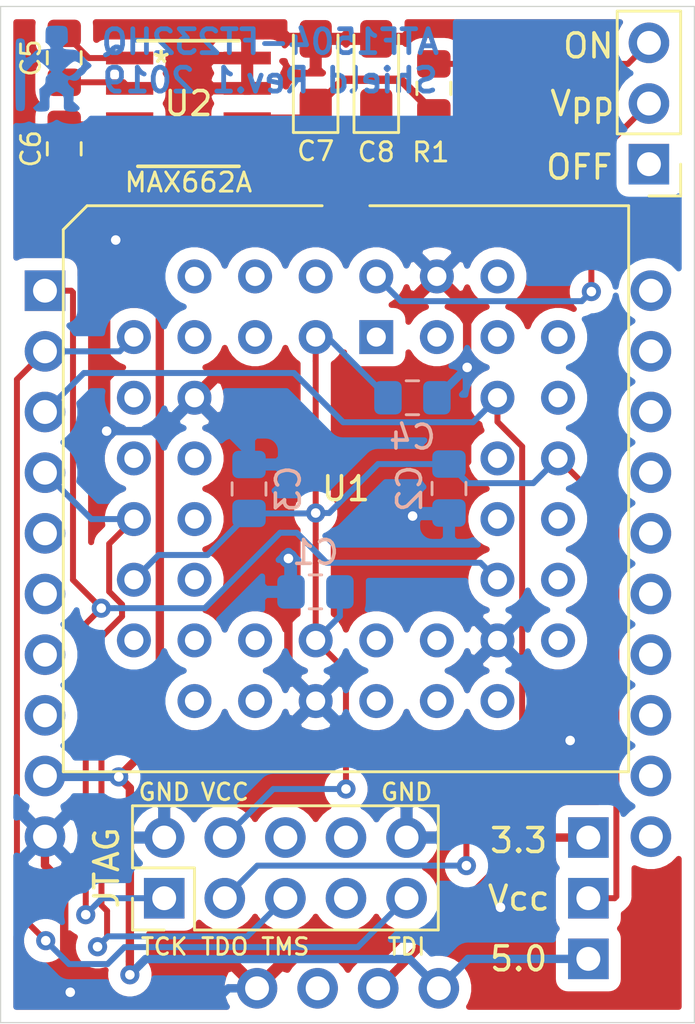
<source format=kicad_pcb>
(kicad_pcb (version 20171130) (host pcbnew "(5.1.4)-1")

  (general
    (thickness 1.6)
    (drawings 16)
    (tracks 176)
    (zones 0)
    (modules 16)
    (nets 66)
  )

  (page A4)
  (layers
    (0 F.Cu signal)
    (31 B.Cu signal)
    (32 B.Adhes user)
    (33 F.Adhes user)
    (34 B.Paste user)
    (35 F.Paste user)
    (36 B.SilkS user)
    (37 F.SilkS user)
    (38 B.Mask user)
    (39 F.Mask user)
    (40 Dwgs.User user)
    (41 Cmts.User user)
    (42 Eco1.User user)
    (43 Eco2.User user)
    (44 Edge.Cuts user)
    (45 Margin user)
    (46 B.CrtYd user)
    (47 F.CrtYd user)
    (48 B.Fab user)
    (49 F.Fab user)
  )

  (setup
    (last_trace_width 0.25)
    (trace_clearance 0.2)
    (zone_clearance 0.508)
    (zone_45_only no)
    (trace_min 0.2)
    (via_size 0.8)
    (via_drill 0.4)
    (via_min_size 0.4)
    (via_min_drill 0.3)
    (uvia_size 0.3)
    (uvia_drill 0.1)
    (uvias_allowed no)
    (uvia_min_size 0.2)
    (uvia_min_drill 0.1)
    (edge_width 0.05)
    (segment_width 0.2)
    (pcb_text_width 0.3)
    (pcb_text_size 1.5 1.5)
    (mod_edge_width 0.12)
    (mod_text_size 1 1)
    (mod_text_width 0.15)
    (pad_size 1.524 1.524)
    (pad_drill 0.762)
    (pad_to_mask_clearance 0.051)
    (solder_mask_min_width 0.25)
    (aux_axis_origin 0 0)
    (visible_elements 7FFFFFFF)
    (pcbplotparams
      (layerselection 0x010fc_ffffffff)
      (usegerberextensions false)
      (usegerberattributes false)
      (usegerberadvancedattributes false)
      (creategerberjobfile false)
      (excludeedgelayer true)
      (linewidth 0.050000)
      (plotframeref false)
      (viasonmask false)
      (mode 1)
      (useauxorigin false)
      (hpglpennumber 1)
      (hpglpenspeed 20)
      (hpglpendiameter 15.000000)
      (psnegative false)
      (psa4output false)
      (plotreference true)
      (plotvalue true)
      (plotinvisibletext false)
      (padsonsilk false)
      (subtractmaskfromsilk false)
      (outputformat 1)
      (mirror false)
      (drillshape 1)
      (scaleselection 1)
      (outputdirectory ""))
  )

  (net 0 "")
  (net 1 TCK)
  (net 2 TDI)
  (net 3 TDO)
  (net 4 TMS)
  (net 5 "Net-(J1-Pad5)")
  (net 6 "Net-(J1-Pad6)")
  (net 7 "Net-(J1-Pad7)")
  (net 8 "Net-(J1-Pad8)")
  (net 9 +5V)
  (net 10 GND)
  (net 11 "Net-(J1-Pad11)")
  (net 12 "Net-(J1-Pad12)")
  (net 13 "Net-(J1-Pad13)")
  (net 14 "Net-(J1-Pad14)")
  (net 15 "Net-(J1-Pad15)")
  (net 16 "Net-(J1-Pad16)")
  (net 17 "Net-(J1-Pad17)")
  (net 18 "Net-(J1-Pad18)")
  (net 19 "Net-(J1-Pad19)")
  (net 20 "Net-(J1-Pad20)")
  (net 21 +3V3)
  (net 22 "Net-(J1-Pad23)")
  (net 23 +12V)
  (net 24 "Net-(R1-Pad2)")
  (net 25 "Net-(SW1-Pad2)")
  (net 26 "Net-(U1-Pad1)")
  (net 27 "Net-(U1-Pad5)")
  (net 28 "Net-(U1-Pad43)")
  (net 29 "Net-(U1-Pad41)")
  (net 30 "Net-(U1-Pad2)")
  (net 31 "Net-(U1-Pad4)")
  (net 32 "Net-(U1-Pad6)")
  (net 33 "Net-(U1-Pad8)")
  (net 34 "Net-(U1-Pad12)")
  (net 35 "Net-(U1-Pad14)")
  (net 36 "Net-(U1-Pad16)")
  (net 37 "Net-(U1-Pad9)")
  (net 38 "Net-(U1-Pad11)")
  (net 39 "Net-(U1-Pad17)")
  (net 40 "Net-(U1-Pad19)")
  (net 41 "Net-(U1-Pad21)")
  (net 42 "Net-(U1-Pad25)")
  (net 43 "Net-(U1-Pad27)")
  (net 44 "Net-(U1-Pad29)")
  (net 45 "Net-(U1-Pad18)")
  (net 46 "Net-(U1-Pad20)")
  (net 47 "Net-(U1-Pad24)")
  (net 48 "Net-(U1-Pad26)")
  (net 49 "Net-(U1-Pad28)")
  (net 50 "Net-(U1-Pad34)")
  (net 51 "Net-(U1-Pad36)")
  (net 52 "Net-(U1-Pad40)")
  (net 53 "Net-(U1-Pad31)")
  (net 54 "Net-(U1-Pad33)")
  (net 55 "Net-(U1-Pad37)")
  (net 56 "Net-(U1-Pad39)")
  (net 57 VCC)
  (net 58 "Net-(C5-Pad1)")
  (net 59 "Net-(C5-Pad2)")
  (net 60 "Net-(C6-Pad2)")
  (net 61 "Net-(C6-Pad1)")
  (net 62 "Net-(J2-Pad6)")
  (net 63 "Net-(J2-Pad7)")
  (net 64 "Net-(J2-Pad8)")
  (net 65 "Net-(SW1-Pad1)")

  (net_class Default "This is the default net class."
    (clearance 0.2)
    (trace_width 0.25)
    (via_dia 0.8)
    (via_drill 0.4)
    (uvia_dia 0.3)
    (uvia_drill 0.1)
    (add_net "Net-(C5-Pad1)")
    (add_net "Net-(C5-Pad2)")
    (add_net "Net-(C6-Pad1)")
    (add_net "Net-(C6-Pad2)")
    (add_net "Net-(J1-Pad11)")
    (add_net "Net-(J1-Pad12)")
    (add_net "Net-(J1-Pad13)")
    (add_net "Net-(J1-Pad14)")
    (add_net "Net-(J1-Pad15)")
    (add_net "Net-(J1-Pad16)")
    (add_net "Net-(J1-Pad17)")
    (add_net "Net-(J1-Pad18)")
    (add_net "Net-(J1-Pad19)")
    (add_net "Net-(J1-Pad20)")
    (add_net "Net-(J1-Pad23)")
    (add_net "Net-(J1-Pad5)")
    (add_net "Net-(J1-Pad6)")
    (add_net "Net-(J1-Pad7)")
    (add_net "Net-(J1-Pad8)")
    (add_net "Net-(J2-Pad6)")
    (add_net "Net-(J2-Pad7)")
    (add_net "Net-(J2-Pad8)")
    (add_net "Net-(R1-Pad2)")
    (add_net "Net-(SW1-Pad1)")
    (add_net "Net-(SW1-Pad2)")
    (add_net "Net-(U1-Pad1)")
    (add_net "Net-(U1-Pad11)")
    (add_net "Net-(U1-Pad12)")
    (add_net "Net-(U1-Pad14)")
    (add_net "Net-(U1-Pad16)")
    (add_net "Net-(U1-Pad17)")
    (add_net "Net-(U1-Pad18)")
    (add_net "Net-(U1-Pad19)")
    (add_net "Net-(U1-Pad2)")
    (add_net "Net-(U1-Pad20)")
    (add_net "Net-(U1-Pad21)")
    (add_net "Net-(U1-Pad24)")
    (add_net "Net-(U1-Pad25)")
    (add_net "Net-(U1-Pad26)")
    (add_net "Net-(U1-Pad27)")
    (add_net "Net-(U1-Pad28)")
    (add_net "Net-(U1-Pad29)")
    (add_net "Net-(U1-Pad31)")
    (add_net "Net-(U1-Pad33)")
    (add_net "Net-(U1-Pad34)")
    (add_net "Net-(U1-Pad36)")
    (add_net "Net-(U1-Pad37)")
    (add_net "Net-(U1-Pad39)")
    (add_net "Net-(U1-Pad4)")
    (add_net "Net-(U1-Pad40)")
    (add_net "Net-(U1-Pad41)")
    (add_net "Net-(U1-Pad43)")
    (add_net "Net-(U1-Pad5)")
    (add_net "Net-(U1-Pad6)")
    (add_net "Net-(U1-Pad8)")
    (add_net "Net-(U1-Pad9)")
    (add_net TCK)
    (add_net TDI)
    (add_net TDO)
    (add_net TMS)
    (add_net VCC)
  )

  (net_class Power ""
    (clearance 0.2)
    (trace_width 0.35)
    (via_dia 0.8)
    (via_drill 0.4)
    (uvia_dia 0.3)
    (uvia_drill 0.1)
    (add_net +12V)
    (add_net +3V3)
    (add_net +5V)
    (add_net GND)
  )

  (module Logo:bigby2 (layer B.Cu) (tedit 5DD5612C) (tstamp 5DD643A2)
    (at 157.48 64.262 180)
    (fp_text reference G*** (at 0 0 180) (layer B.SilkS) hide
      (effects (font (size 1.524 1.524) (thickness 0.3)) (justify mirror))
    )
    (fp_text value LOGO (at 0.75 0 180) (layer B.SilkS) hide
      (effects (font (size 1.524 1.524) (thickness 0.3)) (justify mirror))
    )
    (fp_poly (pts (xy -0.011485 1.728467) (xy 0.113732 1.717124) (xy 0.194843 1.687923) (xy 0.241542 1.632439)
      (xy 0.263521 1.542246) (xy 0.270474 1.408921) (xy 0.271308 1.328994) (xy 0.273257 1.04049)
      (xy 0.168379 0.956808) (xy 0.105032 0.892095) (xy 0.067481 0.826879) (xy 0.062385 0.77734)
      (xy 0.087312 0.759744) (xy 0.127711 0.756134) (xy 0.215607 0.74839) (xy 0.335236 0.737898)
      (xy 0.394892 0.732679) (xy 0.531508 0.719487) (xy 0.621502 0.704831) (xy 0.681588 0.682684)
      (xy 0.728481 0.647018) (xy 0.775892 0.595287) (xy 0.854874 0.518356) (xy 0.944952 0.451548)
      (xy 1.029404 0.405121) (xy 1.09151 0.389332) (xy 1.105316 0.393209) (xy 1.115338 0.429014)
      (xy 1.124376 0.514977) (xy 1.131371 0.637757) (xy 1.13502 0.76718) (xy 1.139106 0.928835)
      (xy 1.146403 1.038611) (xy 1.158673 1.108111) (xy 1.177674 1.14894) (xy 1.195579 1.166425)
      (xy 1.29101 1.202114) (xy 1.400648 1.196807) (xy 1.475118 1.16372) (xy 1.488952 1.150785)
      (xy 1.500416 1.130319) (xy 1.509731 1.096728) (xy 1.517116 1.04442) (xy 1.522788 0.9678)
      (xy 1.526969 0.861275) (xy 1.529876 0.71925) (xy 1.531729 0.536133) (xy 1.532746 0.306329)
      (xy 1.533148 0.024245) (xy 1.533153 -0.315712) (xy 1.533153 -0.317844) (xy 1.532922 -0.658253)
      (xy 1.532326 -0.940751) (xy 1.531144 -1.170927) (xy 1.529156 -1.354371) (xy 1.52614 -1.496672)
      (xy 1.521875 -1.603419) (xy 1.516141 -1.680201) (xy 1.508718 -1.732606) (xy 1.499384 -1.766226)
      (xy 1.487919 -1.786647) (xy 1.474647 -1.799064) (xy 1.376472 -1.836684) (xy 1.265456 -1.831892)
      (xy 1.193094 -1.799607) (xy 1.175112 -1.781995) (xy 1.1613 -1.753588) (xy 1.151101 -1.706603)
      (xy 1.14396 -1.633257) (xy 1.139323 -1.525767) (xy 1.136633 -1.37635) (xy 1.135335 -1.177223)
      (xy 1.134934 -0.984675) (xy 1.134065 -0.211637) (xy 0.979782 -0.062148) (xy 0.901816 0.017658)
      (xy 0.846345 0.082572) (xy 0.825499 0.118224) (xy 0.799146 0.148761) (xy 0.732681 0.189721)
      (xy 0.696557 0.207251) (xy 0.613805 0.241662) (xy 0.55975 0.248672) (xy 0.505771 0.22821)
      (xy 0.468235 0.206692) (xy 0.396192 0.15478) (xy 0.300546 0.073678) (xy 0.201272 -0.019618)
      (xy 0.19561 -0.025259) (xy 0.022365 -0.198504) (xy 0.14612 -0.3024) (xy 0.221538 -0.372494)
      (xy 0.258266 -0.434497) (xy 0.270015 -0.516179) (xy 0.270766 -0.55481) (xy 0.276486 -0.647599)
      (xy 0.301118 -0.711947) (xy 0.35795 -0.773886) (xy 0.401734 -0.811372) (xy 0.531811 -0.919421)
      (xy 0.518782 -1.176497) (xy 0.505754 -1.433573) (xy 0.798146 -1.702035) (xy 0.735253 -1.779705)
      (xy 0.694397 -1.821324) (xy 0.644378 -1.844797) (xy 0.566817 -1.855141) (xy 0.450638 -1.857375)
      (xy 0.297496 -1.851301) (xy 0.197085 -1.826154) (xy 0.139611 -1.771549) (xy 0.11528 -1.6771)
      (xy 0.114298 -1.532418) (xy 0.115741 -1.502222) (xy 0.117859 -1.346848) (xy 0.100457 -1.238092)
      (xy 0.056678 -1.160347) (xy -0.020335 -1.098007) (xy -0.075669 -1.066562) (xy -0.152049 -1.029637)
      (xy -0.205195 -1.023113) (xy -0.267621 -1.046992) (xy -0.305332 -1.066562) (xy -0.402294 -1.127059)
      (xy -0.462465 -1.194861) (xy -0.492699 -1.285576) (xy -0.499855 -1.414809) (xy -0.496742 -1.502222)
      (xy -0.492373 -1.63025) (xy -0.497412 -1.711576) (xy -0.514532 -1.762642) (xy -0.544891 -1.798527)
      (xy -0.615745 -1.832954) (xy -0.725524 -1.856221) (xy -0.850294 -1.866168) (xy -0.966123 -1.860635)
      (xy -1.037737 -1.842993) (xy -1.107556 -1.793603) (xy -1.139614 -1.752578) (xy -1.150671 -1.711431)
      (xy -1.131349 -1.666613) (xy -1.0735 -1.604152) (xy -1.029397 -1.563569) (xy -0.886666 -1.435314)
      (xy -0.899789 -1.176378) (xy -0.912912 -0.917443) (xy -0.793004 -0.821082) (xy -0.704937 -0.7312)
      (xy -0.659639 -0.643046) (xy -0.661706 -0.568683) (xy -0.685037 -0.537748) (xy -0.742867 -0.520353)
      (xy -0.789634 -0.537546) (xy -0.90009 -0.569107) (xy -1.015232 -0.559689) (xy -1.107263 -0.511844)
      (xy -1.11125 -0.508) (xy -1.157841 -0.451438) (xy -1.17475 -0.413565) (xy -1.200203 -0.379535)
      (xy -1.262383 -0.337448) (xy -1.271377 -0.332663) (xy -1.350006 -0.274409) (xy -1.403716 -0.204314)
      (xy -1.403829 -0.204068) (xy -1.454851 -0.13485) (xy -1.533039 -0.068093) (xy -1.545327 -0.06013)
      (xy -1.613576 -0.004066) (xy -1.649417 0.052464) (xy -1.651 0.0635) (xy -1.649159 0.067395)
      (xy -1.237666 0.067395) (xy -1.21517 0.004673) (xy -1.141624 -0.048336) (xy -1.062668 -0.107176)
      (xy -1.008449 -0.17852) (xy -1.008424 -0.178574) (xy -0.954971 -0.24511) (xy -0.867178 -0.312438)
      (xy -0.771491 -0.362989) (xy -0.705807 -0.379596) (xy -0.656443 -0.364494) (xy -0.578184 -0.324688)
      (xy -0.53912 -0.301226) (xy -0.464733 -0.251149) (xy -0.419317 -0.214564) (xy -0.41275 -0.205286)
      (xy -0.43488 -0.171195) (xy -0.492715 -0.108258) (xy -0.57342 -0.028572) (xy -0.664165 0.055766)
      (xy -0.752115 0.132658) (xy -0.824438 0.190008) (xy -0.850696 0.207554) (xy -0.913247 0.241447)
      (xy -0.961408 0.250082) (xy -1.020442 0.232418) (xy -1.094894 0.197474) (xy -1.197469 0.132211)
      (xy -1.237666 0.067395) (xy -1.649159 0.067395) (xy -1.625844 0.116715) (xy -1.563551 0.174994)
      (xy -1.545327 0.187131) (xy -1.465273 0.251521) (xy -1.407673 0.323668) (xy -1.40292 0.333063)
      (xy -1.349062 0.406423) (xy -1.293916 0.446614) (xy -1.227193 0.497303) (xy -1.167951 0.573103)
      (xy -1.167761 0.573433) (xy -1.09407 0.659684) (xy -0.986869 0.710192) (xy -0.834991 0.729664)
      (xy -0.795652 0.730251) (xy -0.620132 0.738307) (xy -0.505713 0.762691) (xy -0.452045 0.803723)
      (xy -0.458779 0.861724) (xy -0.525567 0.937016) (xy -0.54938 0.956808) (xy -0.654258 1.04049)
      (xy -0.652309 1.328994) (xy -0.649069 1.485493) (xy -0.635357 1.594901) (xy -0.601479 1.665643)
      (xy -0.537743 1.706143) (xy -0.434455 1.724827) (xy -0.281922 1.730119) (xy -0.1905 1.730375)
      (xy -0.011485 1.728467)) (layer B.Cu) (width 0.01))
  )

  (module max662:MAX662ACSA&plus_ (layer F.Cu) (tedit 0) (tstamp 5DD52195)
    (at 163.195 65.786)
    (path /5DD4354C)
    (fp_text reference U2 (at 0 0) (layer F.SilkS)
      (effects (font (size 1 1) (thickness 0.15)))
    )
    (fp_text value MAX662A (at 0 3.302) (layer F.SilkS)
      (effects (font (size 0.8 0.8) (thickness 0.12)))
    )
    (fp_text user "Copyright 2016 Accelerated Designs. All rights reserved." (at 0 0) (layer Cmts.User)
      (effects (font (size 0.127 0.127) (thickness 0.002)))
    )
    (fp_text user * (at -1.143 -1.651) (layer F.SilkS)
      (effects (font (size 1 1) (thickness 0.15)))
    )
    (fp_text user * (at -1.6129 -2.4257) (layer F.Fab)
      (effects (font (size 1 1) (thickness 0.15)))
    )
    (fp_line (start -1.9939 -1.6637) (end -1.9939 -2.1463) (layer F.Fab) (width 0.1524))
    (fp_line (start -1.9939 -2.1463) (end -3.0988 -2.1463) (layer F.Fab) (width 0.1524))
    (fp_line (start -3.0988 -2.1463) (end -3.0988 -1.6637) (layer F.Fab) (width 0.1524))
    (fp_line (start -3.0988 -1.6637) (end -1.9939 -1.6637) (layer F.Fab) (width 0.1524))
    (fp_line (start -1.9939 -0.3937) (end -1.9939 -0.8763) (layer F.Fab) (width 0.1524))
    (fp_line (start -1.9939 -0.8763) (end -3.0988 -0.8763) (layer F.Fab) (width 0.1524))
    (fp_line (start -3.0988 -0.8763) (end -3.0988 -0.3937) (layer F.Fab) (width 0.1524))
    (fp_line (start -3.0988 -0.3937) (end -1.9939 -0.3937) (layer F.Fab) (width 0.1524))
    (fp_line (start -1.9939 0.8763) (end -1.9939 0.3937) (layer F.Fab) (width 0.1524))
    (fp_line (start -1.9939 0.3937) (end -3.0988 0.3937) (layer F.Fab) (width 0.1524))
    (fp_line (start -3.0988 0.3937) (end -3.0988 0.8763) (layer F.Fab) (width 0.1524))
    (fp_line (start -3.0988 0.8763) (end -1.9939 0.8763) (layer F.Fab) (width 0.1524))
    (fp_line (start -1.9939 2.1463) (end -1.9939 1.6637) (layer F.Fab) (width 0.1524))
    (fp_line (start -1.9939 1.6637) (end -3.0988 1.6637) (layer F.Fab) (width 0.1524))
    (fp_line (start -3.0988 1.6637) (end -3.0988 2.1463) (layer F.Fab) (width 0.1524))
    (fp_line (start -3.0988 2.1463) (end -1.9939 2.1463) (layer F.Fab) (width 0.1524))
    (fp_line (start 1.9939 1.6637) (end 1.9939 2.1463) (layer F.Fab) (width 0.1524))
    (fp_line (start 1.9939 2.1463) (end 3.0988 2.1463) (layer F.Fab) (width 0.1524))
    (fp_line (start 3.0988 2.1463) (end 3.0988 1.6637) (layer F.Fab) (width 0.1524))
    (fp_line (start 3.0988 1.6637) (end 1.9939 1.6637) (layer F.Fab) (width 0.1524))
    (fp_line (start 1.9939 0.3937) (end 1.9939 0.8763) (layer F.Fab) (width 0.1524))
    (fp_line (start 1.9939 0.8763) (end 3.0988 0.8763) (layer F.Fab) (width 0.1524))
    (fp_line (start 3.0988 0.8763) (end 3.0988 0.3937) (layer F.Fab) (width 0.1524))
    (fp_line (start 3.0988 0.3937) (end 1.9939 0.3937) (layer F.Fab) (width 0.1524))
    (fp_line (start 1.9939 -0.8763) (end 1.9939 -0.3937) (layer F.Fab) (width 0.1524))
    (fp_line (start 1.9939 -0.3937) (end 3.0988 -0.3937) (layer F.Fab) (width 0.1524))
    (fp_line (start 3.0988 -0.3937) (end 3.0988 -0.8763) (layer F.Fab) (width 0.1524))
    (fp_line (start 3.0988 -0.8763) (end 1.9939 -0.8763) (layer F.Fab) (width 0.1524))
    (fp_line (start 1.9939 -2.1463) (end 1.9939 -1.6637) (layer F.Fab) (width 0.1524))
    (fp_line (start 1.9939 -1.6637) (end 3.0988 -1.6637) (layer F.Fab) (width 0.1524))
    (fp_line (start 3.0988 -1.6637) (end 3.0988 -2.1463) (layer F.Fab) (width 0.1524))
    (fp_line (start 3.0988 -2.1463) (end 1.9939 -2.1463) (layer F.Fab) (width 0.1524))
    (fp_line (start -2.1209 2.6289) (end 2.1209 2.6289) (layer F.SilkS) (width 0.1524))
    (fp_line (start 2.1209 -2.6289) (end -2.1209 -2.6289) (layer F.SilkS) (width 0.1524))
    (fp_line (start -1.9939 2.5019) (end 1.9939 2.5019) (layer F.Fab) (width 0.1524))
    (fp_line (start 1.9939 2.5019) (end 1.9939 -2.5019) (layer F.Fab) (width 0.1524))
    (fp_line (start 1.9939 -2.5019) (end -1.9939 -2.5019) (layer F.Fab) (width 0.1524))
    (fp_line (start -1.9939 -2.5019) (end -1.9939 2.5019) (layer F.Fab) (width 0.1524))
    (fp_line (start -3.7084 2.4257) (end -3.7084 -2.4257) (layer F.CrtYd) (width 0.1524))
    (fp_line (start -3.7084 -2.4257) (end -2.2479 -2.4257) (layer F.CrtYd) (width 0.1524))
    (fp_line (start -2.2479 -2.4257) (end -2.2479 -2.7559) (layer F.CrtYd) (width 0.1524))
    (fp_line (start -2.2479 -2.7559) (end 2.2479 -2.7559) (layer F.CrtYd) (width 0.1524))
    (fp_line (start 2.2479 -2.7559) (end 2.2479 -2.4257) (layer F.CrtYd) (width 0.1524))
    (fp_line (start 2.2479 -2.4257) (end 3.7084 -2.4257) (layer F.CrtYd) (width 0.1524))
    (fp_line (start 3.7084 -2.4257) (end 3.7084 2.4257) (layer F.CrtYd) (width 0.1524))
    (fp_line (start 3.7084 2.4257) (end 2.2479 2.4257) (layer F.CrtYd) (width 0.1524))
    (fp_line (start 2.2479 2.4257) (end 2.2479 2.7559) (layer F.CrtYd) (width 0.1524))
    (fp_line (start 2.2479 2.7559) (end -2.2479 2.7559) (layer F.CrtYd) (width 0.1524))
    (fp_line (start -2.2479 2.7559) (end -2.2479 2.4257) (layer F.CrtYd) (width 0.1524))
    (fp_line (start -2.2479 2.4257) (end -3.7084 2.4257) (layer F.CrtYd) (width 0.1524))
    (fp_arc (start 0 -2.5019) (end 0.3048 -2.5019) (angle 180) (layer F.Fab) (width 0.1524))
    (pad 1 smd rect (at -2.4638 -1.905) (size 1.9812 0.5334) (layers F.Cu F.Paste F.Mask)
      (net 58 "Net-(C5-Pad1)"))
    (pad 2 smd rect (at -2.4638 -0.635) (size 1.9812 0.5334) (layers F.Cu F.Paste F.Mask)
      (net 59 "Net-(C5-Pad2)"))
    (pad 3 smd rect (at -2.4638 0.635) (size 1.9812 0.5334) (layers F.Cu F.Paste F.Mask)
      (net 61 "Net-(C6-Pad1)"))
    (pad 4 smd rect (at -2.4638 1.905) (size 1.9812 0.5334) (layers F.Cu F.Paste F.Mask)
      (net 60 "Net-(C6-Pad2)"))
    (pad 5 smd rect (at 2.4638 1.905) (size 1.9812 0.5334) (layers F.Cu F.Paste F.Mask)
      (net 9 +5V))
    (pad 6 smd rect (at 2.4638 0.635) (size 1.9812 0.5334) (layers F.Cu F.Paste F.Mask)
      (net 23 +12V))
    (pad 7 smd rect (at 2.4638 -0.635) (size 1.9812 0.5334) (layers F.Cu F.Paste F.Mask)
      (net 10 GND))
    (pad 8 smd rect (at 2.4638 -1.905) (size 1.9812 0.5334) (layers F.Cu F.Paste F.Mask)
      (net 10 GND))
    (model ${KISYS3DMOD}/Package_SO.3dshapes/SOIC-8-1EP_3.9x4.9mm_P1.27mm_EP2.35x2.35mm.wrl
      (at (xyz 0 0 0))
      (scale (xyz 1 1 1))
      (rotate (xyz 0 0 0))
    )
  )

  (module Connector_PinHeader_2.54mm:PinHeader_1x03_P2.54mm_Vertical (layer F.Cu) (tedit 5DD4648B) (tstamp 5DD4A8D2)
    (at 179.959 101.6 180)
    (descr "Through hole straight pin header, 1x03, 2.54mm pitch, single row")
    (tags "Through hole pin header THT 1x03 2.54mm single row")
    (path /5DD71C4B)
    (fp_text reference JP1 (at 0 -3.175 180) (layer F.SilkS) hide
      (effects (font (size 1 1) (thickness 0.15)))
    )
    (fp_text value Vcc (at 2.921 2.54 180) (layer F.SilkS)
      (effects (font (size 1 1) (thickness 0.15)))
    )
    (fp_line (start -0.635 -1.27) (end 1.27 -1.27) (layer F.Fab) (width 0.1))
    (fp_line (start 1.27 -1.27) (end 1.27 6.35) (layer F.Fab) (width 0.1))
    (fp_line (start 1.27 6.35) (end -1.27 6.35) (layer F.Fab) (width 0.1))
    (fp_line (start -1.27 6.35) (end -1.27 -0.635) (layer F.Fab) (width 0.1))
    (fp_line (start -1.27 -0.635) (end -0.635 -1.27) (layer F.Fab) (width 0.1))
    (fp_line (start -1.8 -1.8) (end -1.8 6.85) (layer F.CrtYd) (width 0.05))
    (fp_line (start -1.8 6.85) (end 1.8 6.85) (layer F.CrtYd) (width 0.05))
    (fp_line (start 1.8 6.85) (end 1.8 -1.8) (layer F.CrtYd) (width 0.05))
    (fp_line (start 1.8 -1.8) (end -1.8 -1.8) (layer F.CrtYd) (width 0.05))
    (fp_text user %R (at 0 2.54 270) (layer F.Fab)
      (effects (font (size 1 1) (thickness 0.15)))
    )
    (pad 1 thru_hole rect (at 0 0 180) (size 1.7 1.7) (drill 1) (layers *.Cu *.Mask)
      (net 9 +5V))
    (pad 2 thru_hole rect (at 0 2.54 180) (size 1.7 1.7) (drill 1) (layers *.Cu *.Mask)
      (net 57 VCC))
    (pad 3 thru_hole rect (at 0 5.08 180) (size 1.7 1.7) (drill 1) (layers *.Cu *.Mask)
      (net 21 +3V3))
    (model ${KISYS3DMOD}/Connector_PinHeader_2.54mm.3dshapes/PinHeader_1x03_P2.54mm_Vertical.wrl
      (at (xyz 0 0 0))
      (scale (xyz 1 1 1))
      (rotate (xyz 0 0 0))
    )
  )

  (module hackup:FT232HQ-Shield (layer F.Cu) (tedit 5DD45FC2) (tstamp 5DD1FCBA)
    (at 169.881001 88.862001)
    (path /5DD14D05)
    (fp_text reference J1 (at 0 2.54) (layer F.SilkS) hide
      (effects (font (size 1 1) (thickness 0.15)))
    )
    (fp_text value FT232HQ-Shield (at 0 -10.16) (layer F.Fab)
      (effects (font (size 1 1) (thickness 0.15)))
    )
    (fp_line (start -14.5 -27.08) (end 14.5 -27.08) (layer B.Fab) (width 0.12))
    (fp_line (start 14.5 -27.08) (end 14.5 15.42) (layer B.Fab) (width 0.12))
    (fp_line (start 14.5 15.42) (end -14.5 15.42) (layer B.Fab) (width 0.12))
    (fp_line (start -14.5 15.42) (end -14.5 -27.08) (layer B.Fab) (width 0.12))
    (pad 1 thru_hole rect (at -12.7 -15.24) (size 1.7 1.7) (drill 1) (layers *.Cu *.Mask)
      (net 1 TCK))
    (pad 2 thru_hole circle (at -12.7 -12.7) (size 1.7 1.7) (drill 1) (layers *.Cu *.Mask)
      (net 2 TDI))
    (pad 3 thru_hole circle (at -12.7 -10.16) (size 1.7 1.7) (drill 1) (layers *.Cu *.Mask)
      (net 3 TDO))
    (pad 4 thru_hole circle (at -12.7 -7.62) (size 1.7 1.7) (drill 1) (layers *.Cu *.Mask)
      (net 4 TMS))
    (pad 5 thru_hole circle (at -12.7 -5.08) (size 1.7 1.7) (drill 1) (layers *.Cu *.Mask)
      (net 5 "Net-(J1-Pad5)"))
    (pad 6 thru_hole circle (at -12.7 -2.54) (size 1.7 1.7) (drill 1) (layers *.Cu *.Mask)
      (net 6 "Net-(J1-Pad6)"))
    (pad 7 thru_hole circle (at -12.7 0) (size 1.7 1.7) (drill 1) (layers *.Cu *.Mask)
      (net 7 "Net-(J1-Pad7)"))
    (pad 8 thru_hole circle (at -12.7 2.54) (size 1.7 1.7) (drill 1) (layers *.Cu *.Mask)
      (net 8 "Net-(J1-Pad8)"))
    (pad 9 thru_hole circle (at -12.7 5.08) (size 1.7 1.7) (drill 1) (layers *.Cu *.Mask)
      (net 9 +5V))
    (pad 10 thru_hole circle (at -12.7 7.62) (size 1.7 1.7) (drill 1) (layers *.Cu *.Mask)
      (net 10 GND))
    (pad 11 thru_hole circle (at 12.7 7.62) (size 1.7 1.7) (drill 1) (layers *.Cu *.Mask)
      (net 11 "Net-(J1-Pad11)"))
    (pad 12 thru_hole circle (at 12.7 5.08) (size 1.7 1.7) (drill 1) (layers *.Cu *.Mask)
      (net 12 "Net-(J1-Pad12)"))
    (pad 13 thru_hole circle (at 12.7 2.54) (size 1.7 1.7) (drill 1) (layers *.Cu *.Mask)
      (net 13 "Net-(J1-Pad13)"))
    (pad 14 thru_hole circle (at 12.7 0) (size 1.7 1.7) (drill 1) (layers *.Cu *.Mask)
      (net 14 "Net-(J1-Pad14)"))
    (pad 15 thru_hole circle (at 12.7 -2.54) (size 1.7 1.7) (drill 1) (layers *.Cu *.Mask)
      (net 15 "Net-(J1-Pad15)"))
    (pad 16 thru_hole circle (at 12.7 -5.08) (size 1.7 1.7) (drill 1) (layers *.Cu *.Mask)
      (net 16 "Net-(J1-Pad16)"))
    (pad 17 thru_hole circle (at 12.7 -7.62) (size 1.7 1.7) (drill 1) (layers *.Cu *.Mask)
      (net 17 "Net-(J1-Pad17)"))
    (pad 18 thru_hole circle (at 12.7 -10.16) (size 1.7 1.7) (drill 1) (layers *.Cu *.Mask)
      (net 18 "Net-(J1-Pad18)"))
    (pad 19 thru_hole circle (at 12.7 -12.7) (size 1.7 1.7) (drill 1) (layers *.Cu *.Mask)
      (net 19 "Net-(J1-Pad19)"))
    (pad 20 thru_hole circle (at 12.7 -15.24) (size 1.7 1.7) (drill 1) (layers *.Cu *.Mask)
      (net 20 "Net-(J1-Pad20)"))
    (pad 21 thru_hole circle (at 3.81 13.97) (size 1.7 1.7) (drill 1) (layers *.Cu *.Mask)
      (net 9 +5V))
    (pad 22 thru_hole circle (at 1.27 13.97) (size 1.7 1.7) (drill 1) (layers *.Cu *.Mask)
      (net 21 +3V3))
    (pad 23 thru_hole circle (at -1.27 13.97) (size 1.7 1.7) (drill 1) (layers *.Cu *.Mask)
      (net 22 "Net-(J1-Pad23)"))
    (pad 24 thru_hole circle (at -3.81 13.97) (size 1.7 1.7) (drill 1) (layers *.Cu *.Mask)
      (net 10 GND))
    (model ${KISYS3DMOD}/Connector_PinSocket_2.54mm.3dshapes/PinSocket_1x10_P2.54mm_Vertical.wrl
      (offset (xyz 12.7 15.24 -1.6))
      (scale (xyz 1 1 1))
      (rotate (xyz 0 180 0))
    )
    (model ${KISYS3DMOD}/Connector_PinSocket_2.54mm.3dshapes/PinSocket_1x10_P2.54mm_Vertical.wrl
      (offset (xyz -12.7 15.24 -1.6))
      (scale (xyz 1 1 1))
      (rotate (xyz 0 180 0))
    )
    (model ${KISYS3DMOD}/Connector_PinSocket_2.54mm.3dshapes/PinSocket_1x04_P2.54mm_Vertical.wrl
      (offset (xyz 3.81 -13.97 -1.6))
      (scale (xyz 1 1 1))
      (rotate (xyz 0 180 90))
    )
  )

  (module Package_LCC:PLCC-44_THT-Socket (layer F.Cu) (tedit 5A02ECC8) (tstamp 5DD2011E)
    (at 171.069 75.565)
    (descr "PLCC, 44 pins, through hole")
    (tags "plcc leaded")
    (path /5DD201E1)
    (fp_text reference U1 (at -1.27 6.35) (layer F.SilkS)
      (effects (font (size 1 1) (thickness 0.15)))
    )
    (fp_text value ATF1504AS-10JU44 (at -1.27 19.1) (layer F.Fab)
      (effects (font (size 1 1) (thickness 0.15)))
    )
    (fp_line (start -12.02 -5.4) (end -13.02 -4.4) (layer F.Fab) (width 0.1))
    (fp_line (start -13.02 -4.4) (end -13.02 18.1) (layer F.Fab) (width 0.1))
    (fp_line (start -13.02 18.1) (end 10.48 18.1) (layer F.Fab) (width 0.1))
    (fp_line (start 10.48 18.1) (end 10.48 -5.4) (layer F.Fab) (width 0.1))
    (fp_line (start 10.48 -5.4) (end -12.02 -5.4) (layer F.Fab) (width 0.1))
    (fp_line (start -13.52 -5.9) (end -13.52 18.6) (layer F.CrtYd) (width 0.05))
    (fp_line (start -13.52 18.6) (end 10.98 18.6) (layer F.CrtYd) (width 0.05))
    (fp_line (start 10.98 18.6) (end 10.98 -5.9) (layer F.CrtYd) (width 0.05))
    (fp_line (start 10.98 -5.9) (end -13.52 -5.9) (layer F.CrtYd) (width 0.05))
    (fp_line (start -10.48 -2.86) (end -10.48 15.56) (layer F.Fab) (width 0.1))
    (fp_line (start -10.48 15.56) (end 7.94 15.56) (layer F.Fab) (width 0.1))
    (fp_line (start 7.94 15.56) (end 7.94 -2.86) (layer F.Fab) (width 0.1))
    (fp_line (start 7.94 -2.86) (end -10.48 -2.86) (layer F.Fab) (width 0.1))
    (fp_line (start -1.77 -5.4) (end -1.27 -4.4) (layer F.Fab) (width 0.1))
    (fp_line (start -1.27 -4.4) (end -0.77 -5.4) (layer F.Fab) (width 0.1))
    (fp_line (start -2.27 -5.5) (end -12.12 -5.5) (layer F.SilkS) (width 0.12))
    (fp_line (start -12.12 -5.5) (end -13.12 -4.5) (layer F.SilkS) (width 0.12))
    (fp_line (start -13.12 -4.5) (end -13.12 18.2) (layer F.SilkS) (width 0.12))
    (fp_line (start -13.12 18.2) (end 10.58 18.2) (layer F.SilkS) (width 0.12))
    (fp_line (start 10.58 18.2) (end 10.58 -5.5) (layer F.SilkS) (width 0.12))
    (fp_line (start 10.58 -5.5) (end -0.27 -5.5) (layer F.SilkS) (width 0.12))
    (fp_text user %R (at -1.27 6.35) (layer F.Fab)
      (effects (font (size 1 1) (thickness 0.15)))
    )
    (pad 1 thru_hole rect (at 0 0) (size 1.4224 1.4224) (drill 0.8) (layers *.Cu *.Mask)
      (net 26 "Net-(U1-Pad1)"))
    (pad 3 thru_hole circle (at -2.54 0) (size 1.4224 1.4224) (drill 0.8) (layers *.Cu *.Mask)
      (net 57 VCC))
    (pad 5 thru_hole circle (at -5.08 0) (size 1.4224 1.4224) (drill 0.8) (layers *.Cu *.Mask)
      (net 27 "Net-(U1-Pad5)"))
    (pad 43 thru_hole circle (at 2.54 0) (size 1.4224 1.4224) (drill 0.8) (layers *.Cu *.Mask)
      (net 28 "Net-(U1-Pad43)"))
    (pad 41 thru_hole circle (at 5.08 0) (size 1.4224 1.4224) (drill 0.8) (layers *.Cu *.Mask)
      (net 29 "Net-(U1-Pad41)"))
    (pad 2 thru_hole circle (at -2.54 -2.54) (size 1.4224 1.4224) (drill 0.8) (layers *.Cu *.Mask)
      (net 30 "Net-(U1-Pad2)"))
    (pad 4 thru_hole circle (at -5.08 -2.54) (size 1.4224 1.4224) (drill 0.8) (layers *.Cu *.Mask)
      (net 31 "Net-(U1-Pad4)"))
    (pad 6 thru_hole circle (at -7.62 -2.54) (size 1.4224 1.4224) (drill 0.8) (layers *.Cu *.Mask)
      (net 32 "Net-(U1-Pad6)"))
    (pad 44 thru_hole circle (at 0 -2.54) (size 1.4224 1.4224) (drill 0.8) (layers *.Cu *.Mask)
      (net 25 "Net-(SW1-Pad2)"))
    (pad 42 thru_hole circle (at 2.54 -2.54) (size 1.4224 1.4224) (drill 0.8) (layers *.Cu *.Mask)
      (net 10 GND))
    (pad 8 thru_hole circle (at -7.62 0) (size 1.4224 1.4224) (drill 0.8) (layers *.Cu *.Mask)
      (net 33 "Net-(U1-Pad8)"))
    (pad 10 thru_hole circle (at -7.62 2.54) (size 1.4224 1.4224) (drill 0.8) (layers *.Cu *.Mask)
      (net 10 GND))
    (pad 12 thru_hole circle (at -7.62 5.08) (size 1.4224 1.4224) (drill 0.8) (layers *.Cu *.Mask)
      (net 34 "Net-(U1-Pad12)"))
    (pad 14 thru_hole circle (at -7.62 7.62) (size 1.4224 1.4224) (drill 0.8) (layers *.Cu *.Mask)
      (net 35 "Net-(U1-Pad14)"))
    (pad 16 thru_hole circle (at -7.62 10.16) (size 1.4224 1.4224) (drill 0.8) (layers *.Cu *.Mask)
      (net 36 "Net-(U1-Pad16)"))
    (pad 7 thru_hole circle (at -10.16 0) (size 1.4224 1.4224) (drill 0.8) (layers *.Cu *.Mask)
      (net 2 TDI))
    (pad 9 thru_hole circle (at -10.16 2.54) (size 1.4224 1.4224) (drill 0.8) (layers *.Cu *.Mask)
      (net 37 "Net-(U1-Pad9)"))
    (pad 11 thru_hole circle (at -10.16 5.08) (size 1.4224 1.4224) (drill 0.8) (layers *.Cu *.Mask)
      (net 38 "Net-(U1-Pad11)"))
    (pad 13 thru_hole circle (at -10.16 7.62) (size 1.4224 1.4224) (drill 0.8) (layers *.Cu *.Mask)
      (net 4 TMS))
    (pad 15 thru_hole circle (at -10.16 10.16) (size 1.4224 1.4224) (drill 0.8) (layers *.Cu *.Mask)
      (net 57 VCC))
    (pad 17 thru_hole circle (at -10.16 12.7) (size 1.4224 1.4224) (drill 0.8) (layers *.Cu *.Mask)
      (net 39 "Net-(U1-Pad17)"))
    (pad 19 thru_hole circle (at -7.62 12.7) (size 1.4224 1.4224) (drill 0.8) (layers *.Cu *.Mask)
      (net 40 "Net-(U1-Pad19)"))
    (pad 21 thru_hole circle (at -5.08 12.7) (size 1.4224 1.4224) (drill 0.8) (layers *.Cu *.Mask)
      (net 41 "Net-(U1-Pad21)"))
    (pad 23 thru_hole circle (at -2.54 12.7) (size 1.4224 1.4224) (drill 0.8) (layers *.Cu *.Mask)
      (net 57 VCC))
    (pad 25 thru_hole circle (at 0 12.7) (size 1.4224 1.4224) (drill 0.8) (layers *.Cu *.Mask)
      (net 42 "Net-(U1-Pad25)"))
    (pad 27 thru_hole circle (at 2.54 12.7) (size 1.4224 1.4224) (drill 0.8) (layers *.Cu *.Mask)
      (net 43 "Net-(U1-Pad27)"))
    (pad 29 thru_hole circle (at 7.62 12.7) (size 1.4224 1.4224) (drill 0.8) (layers *.Cu *.Mask)
      (net 44 "Net-(U1-Pad29)"))
    (pad 18 thru_hole circle (at -7.62 15.24) (size 1.4224 1.4224) (drill 0.8) (layers *.Cu *.Mask)
      (net 45 "Net-(U1-Pad18)"))
    (pad 20 thru_hole circle (at -5.08 15.24) (size 1.4224 1.4224) (drill 0.8) (layers *.Cu *.Mask)
      (net 46 "Net-(U1-Pad20)"))
    (pad 22 thru_hole circle (at -2.54 15.24) (size 1.4224 1.4224) (drill 0.8) (layers *.Cu *.Mask)
      (net 10 GND))
    (pad 24 thru_hole circle (at 0 15.24) (size 1.4224 1.4224) (drill 0.8) (layers *.Cu *.Mask)
      (net 47 "Net-(U1-Pad24)"))
    (pad 26 thru_hole circle (at 2.54 15.24) (size 1.4224 1.4224) (drill 0.8) (layers *.Cu *.Mask)
      (net 48 "Net-(U1-Pad26)"))
    (pad 28 thru_hole circle (at 5.08 15.24) (size 1.4224 1.4224) (drill 0.8) (layers *.Cu *.Mask)
      (net 49 "Net-(U1-Pad28)"))
    (pad 30 thru_hole circle (at 5.08 12.7) (size 1.4224 1.4224) (drill 0.8) (layers *.Cu *.Mask)
      (net 10 GND))
    (pad 32 thru_hole circle (at 5.08 10.16) (size 1.4224 1.4224) (drill 0.8) (layers *.Cu *.Mask)
      (net 1 TCK))
    (pad 34 thru_hole circle (at 5.08 7.62) (size 1.4224 1.4224) (drill 0.8) (layers *.Cu *.Mask)
      (net 50 "Net-(U1-Pad34)"))
    (pad 36 thru_hole circle (at 5.08 5.08) (size 1.4224 1.4224) (drill 0.8) (layers *.Cu *.Mask)
      (net 51 "Net-(U1-Pad36)"))
    (pad 38 thru_hole circle (at 5.08 2.54) (size 1.4224 1.4224) (drill 0.8) (layers *.Cu *.Mask)
      (net 3 TDO))
    (pad 40 thru_hole circle (at 5.08 -2.54) (size 1.4224 1.4224) (drill 0.8) (layers *.Cu *.Mask)
      (net 52 "Net-(U1-Pad40)"))
    (pad 31 thru_hole circle (at 7.62 10.16) (size 1.4224 1.4224) (drill 0.8) (layers *.Cu *.Mask)
      (net 53 "Net-(U1-Pad31)"))
    (pad 33 thru_hole circle (at 7.62 7.62) (size 1.4224 1.4224) (drill 0.8) (layers *.Cu *.Mask)
      (net 54 "Net-(U1-Pad33)"))
    (pad 35 thru_hole circle (at 7.62 5.08) (size 1.4224 1.4224) (drill 0.8) (layers *.Cu *.Mask)
      (net 57 VCC))
    (pad 37 thru_hole circle (at 7.62 2.54) (size 1.4224 1.4224) (drill 0.8) (layers *.Cu *.Mask)
      (net 55 "Net-(U1-Pad37)"))
    (pad 39 thru_hole circle (at 7.62 0) (size 1.4224 1.4224) (drill 0.8) (layers *.Cu *.Mask)
      (net 56 "Net-(U1-Pad39)"))
    (model ${KISYS3DMOD}/Package_LCC.3dshapes/PLCC-44_THT-Socket.wrl
      (at (xyz 0 0 0))
      (scale (xyz 1 1 1))
      (rotate (xyz 0 0 0))
    )
    (model ${KIPRJMOD}/lib/plcc44_pth-skt.wrl
      (offset (xyz -1.27 -6.35 0))
      (scale (xyz 1 1 1))
      (rotate (xyz 0 0 180))
    )
  )

  (module Capacitor_SMD:C_0805_2012Metric_Pad1.15x1.40mm_HandSolder (layer B.Cu) (tedit 5B36C52B) (tstamp 5DD4A820)
    (at 168.52 86.233 180)
    (descr "Capacitor SMD 0805 (2012 Metric), square (rectangular) end terminal, IPC_7351 nominal with elongated pad for handsoldering. (Body size source: https://docs.google.com/spreadsheets/d/1BsfQQcO9C6DZCsRaXUlFlo91Tg2WpOkGARC1WS5S8t0/edit?usp=sharing), generated with kicad-footprint-generator")
    (tags "capacitor handsolder")
    (path /5DD2AAE1)
    (attr smd)
    (fp_text reference C1 (at 0 1.65) (layer B.SilkS)
      (effects (font (size 1 1) (thickness 0.15)) (justify mirror))
    )
    (fp_text value 100n (at 0 -1.65) (layer B.Fab)
      (effects (font (size 1 1) (thickness 0.15)) (justify mirror))
    )
    (fp_line (start -1 -0.6) (end -1 0.6) (layer B.Fab) (width 0.1))
    (fp_line (start -1 0.6) (end 1 0.6) (layer B.Fab) (width 0.1))
    (fp_line (start 1 0.6) (end 1 -0.6) (layer B.Fab) (width 0.1))
    (fp_line (start 1 -0.6) (end -1 -0.6) (layer B.Fab) (width 0.1))
    (fp_line (start -0.261252 0.71) (end 0.261252 0.71) (layer B.SilkS) (width 0.12))
    (fp_line (start -0.261252 -0.71) (end 0.261252 -0.71) (layer B.SilkS) (width 0.12))
    (fp_line (start -1.85 -0.95) (end -1.85 0.95) (layer B.CrtYd) (width 0.05))
    (fp_line (start -1.85 0.95) (end 1.85 0.95) (layer B.CrtYd) (width 0.05))
    (fp_line (start 1.85 0.95) (end 1.85 -0.95) (layer B.CrtYd) (width 0.05))
    (fp_line (start 1.85 -0.95) (end -1.85 -0.95) (layer B.CrtYd) (width 0.05))
    (fp_text user %R (at 0 0) (layer B.Fab)
      (effects (font (size 0.5 0.5) (thickness 0.08)) (justify mirror))
    )
    (pad 1 smd roundrect (at -1.025 0 180) (size 1.15 1.4) (layers B.Cu B.Paste B.Mask) (roundrect_rratio 0.217391)
      (net 57 VCC))
    (pad 2 smd roundrect (at 1.025 0 180) (size 1.15 1.4) (layers B.Cu B.Paste B.Mask) (roundrect_rratio 0.217391)
      (net 10 GND))
    (model ${KISYS3DMOD}/Capacitor_SMD.3dshapes/C_0805_2012Metric.wrl
      (at (xyz 0 0 0))
      (scale (xyz 1 1 1))
      (rotate (xyz 0 0 0))
    )
  )

  (module Capacitor_SMD:C_0805_2012Metric_Pad1.15x1.40mm_HandSolder (layer B.Cu) (tedit 5B36C52B) (tstamp 5DD4A831)
    (at 174.117 81.906 270)
    (descr "Capacitor SMD 0805 (2012 Metric), square (rectangular) end terminal, IPC_7351 nominal with elongated pad for handsoldering. (Body size source: https://docs.google.com/spreadsheets/d/1BsfQQcO9C6DZCsRaXUlFlo91Tg2WpOkGARC1WS5S8t0/edit?usp=sharing), generated with kicad-footprint-generator")
    (tags "capacitor handsolder")
    (path /5DD2B41C)
    (attr smd)
    (fp_text reference C2 (at 0 1.65 90) (layer B.SilkS)
      (effects (font (size 1 1) (thickness 0.15)) (justify mirror))
    )
    (fp_text value 100n (at 0 -1.65 90) (layer B.Fab)
      (effects (font (size 1 1) (thickness 0.15)) (justify mirror))
    )
    (fp_text user %R (at 0 0 90) (layer B.Fab)
      (effects (font (size 0.5 0.5) (thickness 0.08)) (justify mirror))
    )
    (fp_line (start 1.85 -0.95) (end -1.85 -0.95) (layer B.CrtYd) (width 0.05))
    (fp_line (start 1.85 0.95) (end 1.85 -0.95) (layer B.CrtYd) (width 0.05))
    (fp_line (start -1.85 0.95) (end 1.85 0.95) (layer B.CrtYd) (width 0.05))
    (fp_line (start -1.85 -0.95) (end -1.85 0.95) (layer B.CrtYd) (width 0.05))
    (fp_line (start -0.261252 -0.71) (end 0.261252 -0.71) (layer B.SilkS) (width 0.12))
    (fp_line (start -0.261252 0.71) (end 0.261252 0.71) (layer B.SilkS) (width 0.12))
    (fp_line (start 1 -0.6) (end -1 -0.6) (layer B.Fab) (width 0.1))
    (fp_line (start 1 0.6) (end 1 -0.6) (layer B.Fab) (width 0.1))
    (fp_line (start -1 0.6) (end 1 0.6) (layer B.Fab) (width 0.1))
    (fp_line (start -1 -0.6) (end -1 0.6) (layer B.Fab) (width 0.1))
    (pad 2 smd roundrect (at 1.025 0 270) (size 1.15 1.4) (layers B.Cu B.Paste B.Mask) (roundrect_rratio 0.217391)
      (net 10 GND))
    (pad 1 smd roundrect (at -1.025 0 270) (size 1.15 1.4) (layers B.Cu B.Paste B.Mask) (roundrect_rratio 0.217391)
      (net 57 VCC))
    (model ${KISYS3DMOD}/Capacitor_SMD.3dshapes/C_0805_2012Metric.wrl
      (at (xyz 0 0 0))
      (scale (xyz 1 1 1))
      (rotate (xyz 0 0 0))
    )
  )

  (module Capacitor_SMD:C_0805_2012Metric_Pad1.15x1.40mm_HandSolder (layer B.Cu) (tedit 5B36C52B) (tstamp 5DD4A842)
    (at 165.735 81.924 90)
    (descr "Capacitor SMD 0805 (2012 Metric), square (rectangular) end terminal, IPC_7351 nominal with elongated pad for handsoldering. (Body size source: https://docs.google.com/spreadsheets/d/1BsfQQcO9C6DZCsRaXUlFlo91Tg2WpOkGARC1WS5S8t0/edit?usp=sharing), generated with kicad-footprint-generator")
    (tags "capacitor handsolder")
    (path /5DD48530)
    (attr smd)
    (fp_text reference C3 (at 0 1.65 90) (layer B.SilkS)
      (effects (font (size 1 1) (thickness 0.15)) (justify mirror))
    )
    (fp_text value 100n (at 0 -1.65 90) (layer B.Fab)
      (effects (font (size 1 1) (thickness 0.15)) (justify mirror))
    )
    (fp_line (start -1 -0.6) (end -1 0.6) (layer B.Fab) (width 0.1))
    (fp_line (start -1 0.6) (end 1 0.6) (layer B.Fab) (width 0.1))
    (fp_line (start 1 0.6) (end 1 -0.6) (layer B.Fab) (width 0.1))
    (fp_line (start 1 -0.6) (end -1 -0.6) (layer B.Fab) (width 0.1))
    (fp_line (start -0.261252 0.71) (end 0.261252 0.71) (layer B.SilkS) (width 0.12))
    (fp_line (start -0.261252 -0.71) (end 0.261252 -0.71) (layer B.SilkS) (width 0.12))
    (fp_line (start -1.85 -0.95) (end -1.85 0.95) (layer B.CrtYd) (width 0.05))
    (fp_line (start -1.85 0.95) (end 1.85 0.95) (layer B.CrtYd) (width 0.05))
    (fp_line (start 1.85 0.95) (end 1.85 -0.95) (layer B.CrtYd) (width 0.05))
    (fp_line (start 1.85 -0.95) (end -1.85 -0.95) (layer B.CrtYd) (width 0.05))
    (fp_text user %R (at 0 0 90) (layer B.Fab)
      (effects (font (size 0.5 0.5) (thickness 0.08)) (justify mirror))
    )
    (pad 1 smd roundrect (at -1.025 0 90) (size 1.15 1.4) (layers B.Cu B.Paste B.Mask) (roundrect_rratio 0.217391)
      (net 57 VCC))
    (pad 2 smd roundrect (at 1.025 0 90) (size 1.15 1.4) (layers B.Cu B.Paste B.Mask) (roundrect_rratio 0.217391)
      (net 10 GND))
    (model ${KISYS3DMOD}/Capacitor_SMD.3dshapes/C_0805_2012Metric.wrl
      (at (xyz 0 0 0))
      (scale (xyz 1 1 1))
      (rotate (xyz 0 0 0))
    )
  )

  (module Capacitor_SMD:C_0805_2012Metric_Pad1.15x1.40mm_HandSolder (layer B.Cu) (tedit 5B36C52B) (tstamp 5DD4A853)
    (at 172.584 78.105)
    (descr "Capacitor SMD 0805 (2012 Metric), square (rectangular) end terminal, IPC_7351 nominal with elongated pad for handsoldering. (Body size source: https://docs.google.com/spreadsheets/d/1BsfQQcO9C6DZCsRaXUlFlo91Tg2WpOkGARC1WS5S8t0/edit?usp=sharing), generated with kicad-footprint-generator")
    (tags "capacitor handsolder")
    (path /5DD4DA21)
    (attr smd)
    (fp_text reference C4 (at 0 1.65) (layer B.SilkS)
      (effects (font (size 1 1) (thickness 0.15)) (justify mirror))
    )
    (fp_text value 100n (at 0 -1.65) (layer B.Fab)
      (effects (font (size 1 1) (thickness 0.15)) (justify mirror))
    )
    (fp_text user %R (at 0 0) (layer B.Fab)
      (effects (font (size 0.5 0.5) (thickness 0.08)) (justify mirror))
    )
    (fp_line (start 1.85 -0.95) (end -1.85 -0.95) (layer B.CrtYd) (width 0.05))
    (fp_line (start 1.85 0.95) (end 1.85 -0.95) (layer B.CrtYd) (width 0.05))
    (fp_line (start -1.85 0.95) (end 1.85 0.95) (layer B.CrtYd) (width 0.05))
    (fp_line (start -1.85 -0.95) (end -1.85 0.95) (layer B.CrtYd) (width 0.05))
    (fp_line (start -0.261252 -0.71) (end 0.261252 -0.71) (layer B.SilkS) (width 0.12))
    (fp_line (start -0.261252 0.71) (end 0.261252 0.71) (layer B.SilkS) (width 0.12))
    (fp_line (start 1 -0.6) (end -1 -0.6) (layer B.Fab) (width 0.1))
    (fp_line (start 1 0.6) (end 1 -0.6) (layer B.Fab) (width 0.1))
    (fp_line (start -1 0.6) (end 1 0.6) (layer B.Fab) (width 0.1))
    (fp_line (start -1 -0.6) (end -1 0.6) (layer B.Fab) (width 0.1))
    (pad 2 smd roundrect (at 1.025 0) (size 1.15 1.4) (layers B.Cu B.Paste B.Mask) (roundrect_rratio 0.217391)
      (net 10 GND))
    (pad 1 smd roundrect (at -1.025 0) (size 1.15 1.4) (layers B.Cu B.Paste B.Mask) (roundrect_rratio 0.217391)
      (net 57 VCC))
    (model ${KISYS3DMOD}/Capacitor_SMD.3dshapes/C_0805_2012Metric.wrl
      (at (xyz 0 0 0))
      (scale (xyz 1 1 1))
      (rotate (xyz 0 0 0))
    )
  )

  (module Capacitor_SMD:C_0805_2012Metric_Pad1.15x1.40mm_HandSolder (layer F.Cu) (tedit 5B36C52B) (tstamp 5DD4AD45)
    (at 157.988 63.872 270)
    (descr "Capacitor SMD 0805 (2012 Metric), square (rectangular) end terminal, IPC_7351 nominal with elongated pad for handsoldering. (Body size source: https://docs.google.com/spreadsheets/d/1BsfQQcO9C6DZCsRaXUlFlo91Tg2WpOkGARC1WS5S8t0/edit?usp=sharing), generated with kicad-footprint-generator")
    (tags "capacitor handsolder")
    (path /5DD5AA55)
    (attr smd)
    (fp_text reference C5 (at 0.009 1.397 90) (layer F.SilkS)
      (effects (font (size 0.8 0.8) (thickness 0.12)))
    )
    (fp_text value 220n (at 0 1.65 90) (layer F.Fab)
      (effects (font (size 1 1) (thickness 0.15)))
    )
    (fp_line (start -1 0.6) (end -1 -0.6) (layer F.Fab) (width 0.1))
    (fp_line (start -1 -0.6) (end 1 -0.6) (layer F.Fab) (width 0.1))
    (fp_line (start 1 -0.6) (end 1 0.6) (layer F.Fab) (width 0.1))
    (fp_line (start 1 0.6) (end -1 0.6) (layer F.Fab) (width 0.1))
    (fp_line (start -0.261252 -0.71) (end 0.261252 -0.71) (layer F.SilkS) (width 0.12))
    (fp_line (start -0.261252 0.71) (end 0.261252 0.71) (layer F.SilkS) (width 0.12))
    (fp_line (start -1.85 0.95) (end -1.85 -0.95) (layer F.CrtYd) (width 0.05))
    (fp_line (start -1.85 -0.95) (end 1.85 -0.95) (layer F.CrtYd) (width 0.05))
    (fp_line (start 1.85 -0.95) (end 1.85 0.95) (layer F.CrtYd) (width 0.05))
    (fp_line (start 1.85 0.95) (end -1.85 0.95) (layer F.CrtYd) (width 0.05))
    (fp_text user %R (at 0 0 90) (layer F.Fab)
      (effects (font (size 0.5 0.5) (thickness 0.08)))
    )
    (pad 1 smd roundrect (at -1.025 0 270) (size 1.15 1.4) (layers F.Cu F.Paste F.Mask) (roundrect_rratio 0.217391)
      (net 58 "Net-(C5-Pad1)"))
    (pad 2 smd roundrect (at 1.025 0 270) (size 1.15 1.4) (layers F.Cu F.Paste F.Mask) (roundrect_rratio 0.217391)
      (net 59 "Net-(C5-Pad2)"))
    (model ${KISYS3DMOD}/Capacitor_SMD.3dshapes/C_0805_2012Metric.wrl
      (at (xyz 0 0 0))
      (scale (xyz 1 1 1))
      (rotate (xyz 0 0 0))
    )
  )

  (module Capacitor_SMD:C_0805_2012Metric_Pad1.15x1.40mm_HandSolder (layer F.Cu) (tedit 5B36C52B) (tstamp 5DD4A875)
    (at 157.988 67.682 270)
    (descr "Capacitor SMD 0805 (2012 Metric), square (rectangular) end terminal, IPC_7351 nominal with elongated pad for handsoldering. (Body size source: https://docs.google.com/spreadsheets/d/1BsfQQcO9C6DZCsRaXUlFlo91Tg2WpOkGARC1WS5S8t0/edit?usp=sharing), generated with kicad-footprint-generator")
    (tags "capacitor handsolder")
    (path /5DD5B407)
    (attr smd)
    (fp_text reference C6 (at 0 1.397 90) (layer F.SilkS)
      (effects (font (size 0.8 0.8) (thickness 0.12)))
    )
    (fp_text value 220n (at 0 1.65 90) (layer F.Fab)
      (effects (font (size 1 1) (thickness 0.15)))
    )
    (fp_text user %R (at 0 0 90) (layer F.Fab)
      (effects (font (size 0.5 0.5) (thickness 0.08)))
    )
    (fp_line (start 1.85 0.95) (end -1.85 0.95) (layer F.CrtYd) (width 0.05))
    (fp_line (start 1.85 -0.95) (end 1.85 0.95) (layer F.CrtYd) (width 0.05))
    (fp_line (start -1.85 -0.95) (end 1.85 -0.95) (layer F.CrtYd) (width 0.05))
    (fp_line (start -1.85 0.95) (end -1.85 -0.95) (layer F.CrtYd) (width 0.05))
    (fp_line (start -0.261252 0.71) (end 0.261252 0.71) (layer F.SilkS) (width 0.12))
    (fp_line (start -0.261252 -0.71) (end 0.261252 -0.71) (layer F.SilkS) (width 0.12))
    (fp_line (start 1 0.6) (end -1 0.6) (layer F.Fab) (width 0.1))
    (fp_line (start 1 -0.6) (end 1 0.6) (layer F.Fab) (width 0.1))
    (fp_line (start -1 -0.6) (end 1 -0.6) (layer F.Fab) (width 0.1))
    (fp_line (start -1 0.6) (end -1 -0.6) (layer F.Fab) (width 0.1))
    (pad 2 smd roundrect (at 1.025 0 270) (size 1.15 1.4) (layers F.Cu F.Paste F.Mask) (roundrect_rratio 0.217391)
      (net 60 "Net-(C6-Pad2)"))
    (pad 1 smd roundrect (at -1.025 0 270) (size 1.15 1.4) (layers F.Cu F.Paste F.Mask) (roundrect_rratio 0.217391)
      (net 61 "Net-(C6-Pad1)"))
    (model ${KISYS3DMOD}/Capacitor_SMD.3dshapes/C_0805_2012Metric.wrl
      (at (xyz 0 0 0))
      (scale (xyz 1 1 1))
      (rotate (xyz 0 0 0))
    )
  )

  (module Capacitor_Tantalum_SMD:CP_EIA-3216-18_Kemet-A_Pad1.58x1.35mm_HandSolder (layer F.Cu) (tedit 5B301BBE) (tstamp 5DD4A888)
    (at 168.529 64.516 90)
    (descr "Tantalum Capacitor SMD Kemet-A (3216-18 Metric), IPC_7351 nominal, (Body size from: http://www.kemet.com/Lists/ProductCatalog/Attachments/253/KEM_TC101_STD.pdf), generated with kicad-footprint-generator")
    (tags "capacitor tantalum")
    (path /5DD649DB)
    (attr smd)
    (fp_text reference C7 (at -3.2615 0) (layer F.SilkS)
      (effects (font (size 0.8 0.8) (thickness 0.12)))
    )
    (fp_text value CP (at 0 1.75 270) (layer F.Fab)
      (effects (font (size 1 1) (thickness 0.15)))
    )
    (fp_line (start 1.6 -0.8) (end -1.2 -0.8) (layer F.Fab) (width 0.1))
    (fp_line (start -1.2 -0.8) (end -1.6 -0.4) (layer F.Fab) (width 0.1))
    (fp_line (start -1.6 -0.4) (end -1.6 0.8) (layer F.Fab) (width 0.1))
    (fp_line (start -1.6 0.8) (end 1.6 0.8) (layer F.Fab) (width 0.1))
    (fp_line (start 1.6 0.8) (end 1.6 -0.8) (layer F.Fab) (width 0.1))
    (fp_line (start 1.6 -0.935) (end -2.485 -0.935) (layer F.SilkS) (width 0.12))
    (fp_line (start -2.485 -0.935) (end -2.485 0.935) (layer F.SilkS) (width 0.12))
    (fp_line (start -2.485 0.935) (end 1.6 0.935) (layer F.SilkS) (width 0.12))
    (fp_line (start -2.48 1.05) (end -2.48 -1.05) (layer F.CrtYd) (width 0.05))
    (fp_line (start -2.48 -1.05) (end 2.48 -1.05) (layer F.CrtYd) (width 0.05))
    (fp_line (start 2.48 -1.05) (end 2.48 1.05) (layer F.CrtYd) (width 0.05))
    (fp_line (start 2.48 1.05) (end -2.48 1.05) (layer F.CrtYd) (width 0.05))
    (fp_text user %R (at 0 0 270) (layer F.Fab)
      (effects (font (size 0.8 0.8) (thickness 0.12)))
    )
    (pad 1 smd roundrect (at -1.4375 0 90) (size 1.575 1.35) (layers F.Cu F.Paste F.Mask) (roundrect_rratio 0.185185)
      (net 23 +12V))
    (pad 2 smd roundrect (at 1.4375 0 90) (size 1.575 1.35) (layers F.Cu F.Paste F.Mask) (roundrect_rratio 0.185185)
      (net 10 GND))
    (model ${KISYS3DMOD}/Capacitor_Tantalum_SMD.3dshapes/CP_EIA-3216-18_Kemet-A.wrl
      (at (xyz 0 0 0))
      (scale (xyz 1 1 1))
      (rotate (xyz 0 0 0))
    )
  )

  (module Capacitor_Tantalum_SMD:CP_EIA-3216-18_Kemet-A_Pad1.58x1.35mm_HandSolder (layer F.Cu) (tedit 5B301BBE) (tstamp 5DD4A89B)
    (at 171.069 64.516 90)
    (descr "Tantalum Capacitor SMD Kemet-A (3216-18 Metric), IPC_7351 nominal, (Body size from: http://www.kemet.com/Lists/ProductCatalog/Attachments/253/KEM_TC101_STD.pdf), generated with kicad-footprint-generator")
    (tags "capacitor tantalum")
    (path /5DD65E61)
    (attr smd)
    (fp_text reference C8 (at -3.302 0) (layer F.SilkS)
      (effects (font (size 0.8 0.8) (thickness 0.12)))
    )
    (fp_text value CP (at 0 1.75 270) (layer F.Fab)
      (effects (font (size 1 1) (thickness 0.15)))
    )
    (fp_text user %R (at 0 0 270) (layer F.Fab)
      (effects (font (size 0.8 0.8) (thickness 0.12)))
    )
    (fp_line (start 2.48 1.05) (end -2.48 1.05) (layer F.CrtYd) (width 0.05))
    (fp_line (start 2.48 -1.05) (end 2.48 1.05) (layer F.CrtYd) (width 0.05))
    (fp_line (start -2.48 -1.05) (end 2.48 -1.05) (layer F.CrtYd) (width 0.05))
    (fp_line (start -2.48 1.05) (end -2.48 -1.05) (layer F.CrtYd) (width 0.05))
    (fp_line (start -2.485 0.935) (end 1.6 0.935) (layer F.SilkS) (width 0.12))
    (fp_line (start -2.485 -0.935) (end -2.485 0.935) (layer F.SilkS) (width 0.12))
    (fp_line (start 1.6 -0.935) (end -2.485 -0.935) (layer F.SilkS) (width 0.12))
    (fp_line (start 1.6 0.8) (end 1.6 -0.8) (layer F.Fab) (width 0.1))
    (fp_line (start -1.6 0.8) (end 1.6 0.8) (layer F.Fab) (width 0.1))
    (fp_line (start -1.6 -0.4) (end -1.6 0.8) (layer F.Fab) (width 0.1))
    (fp_line (start -1.2 -0.8) (end -1.6 -0.4) (layer F.Fab) (width 0.1))
    (fp_line (start 1.6 -0.8) (end -1.2 -0.8) (layer F.Fab) (width 0.1))
    (pad 2 smd roundrect (at 1.4375 0 90) (size 1.575 1.35) (layers F.Cu F.Paste F.Mask) (roundrect_rratio 0.185185)
      (net 10 GND))
    (pad 1 smd roundrect (at -1.4375 0 90) (size 1.575 1.35) (layers F.Cu F.Paste F.Mask) (roundrect_rratio 0.185185)
      (net 9 +5V))
    (model ${KISYS3DMOD}/Capacitor_Tantalum_SMD.3dshapes/CP_EIA-3216-18_Kemet-A.wrl
      (at (xyz 0 0 0))
      (scale (xyz 1 1 1))
      (rotate (xyz 0 0 0))
    )
  )

  (module Connector_PinHeader_2.54mm:PinHeader_2x05_P2.54mm_Vertical (layer F.Cu) (tedit 59FED5CC) (tstamp 5DD4A8BB)
    (at 162.179 99.06 90)
    (descr "Through hole straight pin header, 2x05, 2.54mm pitch, double rows")
    (tags "Through hole pin header THT 2x05 2.54mm double row")
    (path /5DD2CCB9)
    (fp_text reference J2 (at 1.27 -2.33 90) (layer F.SilkS) hide
      (effects (font (size 1 1) (thickness 0.15)))
    )
    (fp_text value JTAG (at 1.27 -2.413 90) (layer F.SilkS)
      (effects (font (size 1 1) (thickness 0.15)))
    )
    (fp_line (start 0 -1.27) (end 3.81 -1.27) (layer F.Fab) (width 0.1))
    (fp_line (start 3.81 -1.27) (end 3.81 11.43) (layer F.Fab) (width 0.1))
    (fp_line (start 3.81 11.43) (end -1.27 11.43) (layer F.Fab) (width 0.1))
    (fp_line (start -1.27 11.43) (end -1.27 0) (layer F.Fab) (width 0.1))
    (fp_line (start -1.27 0) (end 0 -1.27) (layer F.Fab) (width 0.1))
    (fp_line (start -1.33 11.49) (end 3.87 11.49) (layer F.SilkS) (width 0.12))
    (fp_line (start -1.33 1.27) (end -1.33 11.49) (layer F.SilkS) (width 0.12))
    (fp_line (start 3.87 -1.33) (end 3.87 11.49) (layer F.SilkS) (width 0.12))
    (fp_line (start -1.33 1.27) (end 1.27 1.27) (layer F.SilkS) (width 0.12))
    (fp_line (start 1.27 1.27) (end 1.27 -1.33) (layer F.SilkS) (width 0.12))
    (fp_line (start 1.27 -1.33) (end 3.87 -1.33) (layer F.SilkS) (width 0.12))
    (fp_line (start -1.33 0) (end -1.33 -1.33) (layer F.SilkS) (width 0.12))
    (fp_line (start -1.33 -1.33) (end 0 -1.33) (layer F.SilkS) (width 0.12))
    (fp_line (start -1.8 -1.8) (end -1.8 11.95) (layer F.CrtYd) (width 0.05))
    (fp_line (start -1.8 11.95) (end 4.35 11.95) (layer F.CrtYd) (width 0.05))
    (fp_line (start 4.35 11.95) (end 4.35 -1.8) (layer F.CrtYd) (width 0.05))
    (fp_line (start 4.35 -1.8) (end -1.8 -1.8) (layer F.CrtYd) (width 0.05))
    (fp_text user %R (at 1.27 5.08) (layer F.Fab)
      (effects (font (size 1 1) (thickness 0.15)))
    )
    (pad 1 thru_hole rect (at 0 0 90) (size 1.7 1.7) (drill 1) (layers *.Cu *.Mask)
      (net 1 TCK))
    (pad 2 thru_hole oval (at 2.54 0 90) (size 1.7 1.7) (drill 1) (layers *.Cu *.Mask)
      (net 10 GND))
    (pad 3 thru_hole oval (at 0 2.54 90) (size 1.7 1.7) (drill 1) (layers *.Cu *.Mask)
      (net 3 TDO))
    (pad 4 thru_hole oval (at 2.54 2.54 90) (size 1.7 1.7) (drill 1) (layers *.Cu *.Mask)
      (net 57 VCC))
    (pad 5 thru_hole oval (at 0 5.08 90) (size 1.7 1.7) (drill 1) (layers *.Cu *.Mask)
      (net 4 TMS))
    (pad 6 thru_hole oval (at 2.54 5.08 90) (size 1.7 1.7) (drill 1) (layers *.Cu *.Mask)
      (net 62 "Net-(J2-Pad6)"))
    (pad 7 thru_hole oval (at 0 7.62 90) (size 1.7 1.7) (drill 1) (layers *.Cu *.Mask)
      (net 63 "Net-(J2-Pad7)"))
    (pad 8 thru_hole oval (at 2.54 7.62 90) (size 1.7 1.7) (drill 1) (layers *.Cu *.Mask)
      (net 64 "Net-(J2-Pad8)"))
    (pad 9 thru_hole oval (at 0 10.16 90) (size 1.7 1.7) (drill 1) (layers *.Cu *.Mask)
      (net 2 TDI))
    (pad 10 thru_hole oval (at 2.54 10.16 90) (size 1.7 1.7) (drill 1) (layers *.Cu *.Mask)
      (net 10 GND))
    (model ${KISYS3DMOD}/Connector_PinHeader_2.54mm.3dshapes/PinHeader_2x05_P2.54mm_Vertical.wrl
      (at (xyz 0 0 0))
      (scale (xyz 1 1 1))
      (rotate (xyz 0 0 0))
    )
  )

  (module Resistor_SMD:R_0805_2012Metric_Pad1.15x1.40mm_HandSolder (layer F.Cu) (tedit 5B36C52B) (tstamp 5DD4C9E5)
    (at 173.482 65.151 90)
    (descr "Resistor SMD 0805 (2012 Metric), square (rectangular) end terminal, IPC_7351 nominal with elongated pad for handsoldering. (Body size source: https://docs.google.com/spreadsheets/d/1BsfQQcO9C6DZCsRaXUlFlo91Tg2WpOkGARC1WS5S8t0/edit?usp=sharing), generated with kicad-footprint-generator")
    (tags "resistor handsolder")
    (path /5DD25F42)
    (attr smd)
    (fp_text reference R1 (at -2.676 -0.127) (layer F.SilkS)
      (effects (font (size 0.8 0.8) (thickness 0.12)))
    )
    (fp_text value 2k2 (at 0 1.65 270) (layer F.Fab)
      (effects (font (size 1 1) (thickness 0.15)))
    )
    (fp_line (start -1 0.6) (end -1 -0.6) (layer F.Fab) (width 0.1))
    (fp_line (start -1 -0.6) (end 1 -0.6) (layer F.Fab) (width 0.1))
    (fp_line (start 1 -0.6) (end 1 0.6) (layer F.Fab) (width 0.1))
    (fp_line (start 1 0.6) (end -1 0.6) (layer F.Fab) (width 0.1))
    (fp_line (start -0.261252 -0.71) (end 0.261252 -0.71) (layer F.SilkS) (width 0.12))
    (fp_line (start -0.261252 0.71) (end 0.261252 0.71) (layer F.SilkS) (width 0.12))
    (fp_line (start -1.85 0.95) (end -1.85 -0.95) (layer F.CrtYd) (width 0.05))
    (fp_line (start -1.85 -0.95) (end 1.85 -0.95) (layer F.CrtYd) (width 0.05))
    (fp_line (start 1.85 -0.95) (end 1.85 0.95) (layer F.CrtYd) (width 0.05))
    (fp_line (start 1.85 0.95) (end -1.85 0.95) (layer F.CrtYd) (width 0.05))
    (fp_text user %R (at 0 0 270) (layer F.Fab)
      (effects (font (size 0.5 0.5) (thickness 0.08)))
    )
    (pad 1 smd roundrect (at -1.025 0 90) (size 1.15 1.4) (layers F.Cu F.Paste F.Mask) (roundrect_rratio 0.217391)
      (net 23 +12V))
    (pad 2 smd roundrect (at 1.025 0 90) (size 1.15 1.4) (layers F.Cu F.Paste F.Mask) (roundrect_rratio 0.217391)
      (net 24 "Net-(R1-Pad2)"))
    (model ${KISYS3DMOD}/Resistor_SMD.3dshapes/R_0805_2012Metric.wrl
      (at (xyz 0 0 0))
      (scale (xyz 1 1 1))
      (rotate (xyz 0 0 0))
    )
  )

  (module Connector_PinHeader_2.54mm:PinHeader_1x03_P2.54mm_Vertical (layer F.Cu) (tedit 59FED5CC) (tstamp 5DD5D767)
    (at 182.499 68.326 180)
    (descr "Through hole straight pin header, 1x03, 2.54mm pitch, single row")
    (tags "Through hole pin header THT 1x03 2.54mm single row")
    (path /5DD534AC)
    (fp_text reference SW1 (at 0 -2.33) (layer F.SilkS) hide
      (effects (font (size 1 1) (thickness 0.15)))
    )
    (fp_text value Vpp (at 2.794 2.54) (layer F.SilkS)
      (effects (font (size 1 1) (thickness 0.15)))
    )
    (fp_line (start -0.635 -1.27) (end 1.27 -1.27) (layer F.Fab) (width 0.1))
    (fp_line (start 1.27 -1.27) (end 1.27 6.35) (layer F.Fab) (width 0.1))
    (fp_line (start 1.27 6.35) (end -1.27 6.35) (layer F.Fab) (width 0.1))
    (fp_line (start -1.27 6.35) (end -1.27 -0.635) (layer F.Fab) (width 0.1))
    (fp_line (start -1.27 -0.635) (end -0.635 -1.27) (layer F.Fab) (width 0.1))
    (fp_line (start -1.33 6.41) (end 1.33 6.41) (layer F.SilkS) (width 0.12))
    (fp_line (start -1.33 1.27) (end -1.33 6.41) (layer F.SilkS) (width 0.12))
    (fp_line (start 1.33 1.27) (end 1.33 6.41) (layer F.SilkS) (width 0.12))
    (fp_line (start -1.33 1.27) (end 1.33 1.27) (layer F.SilkS) (width 0.12))
    (fp_line (start -1.33 0) (end -1.33 -1.33) (layer F.SilkS) (width 0.12))
    (fp_line (start -1.33 -1.33) (end 0 -1.33) (layer F.SilkS) (width 0.12))
    (fp_line (start -1.8 -1.8) (end -1.8 6.85) (layer F.CrtYd) (width 0.05))
    (fp_line (start -1.8 6.85) (end 1.8 6.85) (layer F.CrtYd) (width 0.05))
    (fp_line (start 1.8 6.85) (end 1.8 -1.8) (layer F.CrtYd) (width 0.05))
    (fp_line (start 1.8 -1.8) (end -1.8 -1.8) (layer F.CrtYd) (width 0.05))
    (fp_text user %R (at 0 2.54 90) (layer F.Fab)
      (effects (font (size 1 1) (thickness 0.15)))
    )
    (pad 1 thru_hole rect (at 0 0 180) (size 1.7 1.7) (drill 1) (layers *.Cu *.Mask)
      (net 65 "Net-(SW1-Pad1)"))
    (pad 2 thru_hole oval (at 0 2.54 180) (size 1.7 1.7) (drill 1) (layers *.Cu *.Mask)
      (net 25 "Net-(SW1-Pad2)"))
    (pad 3 thru_hole oval (at 0 5.08 180) (size 1.7 1.7) (drill 1) (layers *.Cu *.Mask)
      (net 24 "Net-(R1-Pad2)"))
    (model ${KISYS3DMOD}/Connector_PinHeader_2.54mm.3dshapes/PinHeader_1x03_P2.54mm_Vertical.wrl
      (at (xyz 0 0 0))
      (scale (xyz 1 1 1))
      (rotate (xyz 0 0 0))
    )
  )

  (gr_text "ATF1504-FT232HQ\nShield Rev.1 2019" (at 166.624 64.008) (layer B.Cu)
    (effects (font (size 1 1) (thickness 0.2)) (justify mirror))
  )
  (gr_text TDI (at 172.339 101.092) (layer F.SilkS) (tstamp 5DD5CBBC)
    (effects (font (size 0.7 0.7) (thickness 0.12)))
  )
  (gr_text GND (at 172.339 94.615) (layer F.SilkS) (tstamp 5DD5C9A1)
    (effects (font (size 0.7 0.7) (thickness 0.12)))
  )
  (gr_text VCC (at 164.719 94.615) (layer F.SilkS) (tstamp 5DD5C99F)
    (effects (font (size 0.7 0.7) (thickness 0.12)))
  )
  (gr_text GND (at 162.179 94.615) (layer F.SilkS) (tstamp 5DD5C99C)
    (effects (font (size 0.7 0.7) (thickness 0.12)))
  )
  (gr_text TMS (at 167.259 101.092) (layer F.SilkS) (tstamp 5DD5C99A)
    (effects (font (size 0.7 0.7) (thickness 0.12)))
  )
  (gr_text TDO (at 164.719 101.092) (layer F.SilkS) (tstamp 5DD5C998)
    (effects (font (size 0.7 0.7) (thickness 0.12)))
  )
  (gr_text TCK (at 162.179 101.092) (layer F.SilkS)
    (effects (font (size 0.7 0.7) (thickness 0.12)))
  )
  (gr_text OFF (at 179.578 68.453) (layer F.SilkS)
    (effects (font (size 1 1) (thickness 0.15)))
  )
  (gr_text ON (at 179.959 63.373) (layer F.SilkS)
    (effects (font (size 1 1) (thickness 0.15)))
  )
  (gr_line (start 184.404 61.722) (end 184.404 104.267) (layer Edge.Cuts) (width 0.05) (tstamp 5DD4E99B))
  (gr_line (start 155.321 61.722) (end 184.404 61.722) (layer Edge.Cuts) (width 0.05))
  (gr_line (start 155.321 104.267) (end 155.321 61.722) (layer Edge.Cuts) (width 0.05))
  (gr_line (start 184.404 104.267) (end 155.321 104.267) (layer Edge.Cuts) (width 0.05))
  (gr_text 5.0 (at 177.038 101.6) (layer F.SilkS)
    (effects (font (size 1 1) (thickness 0.15)))
  )
  (gr_text 3.3 (at 177.038 96.647) (layer F.SilkS)
    (effects (font (size 1 1) (thickness 0.15)))
  )

  (segment (start 158.281001 73.622001) (end 158.356002 73.697002) (width 0.25) (layer F.Cu) (net 1))
  (segment (start 158.356002 73.697002) (end 158.356002 85.730899) (width 0.25) (layer F.Cu) (net 1))
  (via (at 159.541635 86.916532) (size 0.8) (drill 0.4) (layers F.Cu B.Cu) (net 1))
  (segment (start 157.181001 73.622001) (end 158.281001 73.622001) (width 0.25) (layer F.Cu) (net 1))
  (segment (start 158.356002 85.730899) (end 159.141636 86.516533) (width 0.25) (layer F.Cu) (net 1))
  (segment (start 167.734001 83.757979) (end 167.037999 83.757979) (width 0.25) (layer B.Cu) (net 1))
  (segment (start 163.879446 86.916532) (end 160.10732 86.916532) (width 0.25) (layer B.Cu) (net 1))
  (segment (start 176.149 85.725) (end 175.437801 85.013801) (width 0.25) (layer B.Cu) (net 1))
  (segment (start 160.10732 86.916532) (end 159.541635 86.916532) (width 0.25) (layer B.Cu) (net 1))
  (segment (start 175.437801 85.013801) (end 168.989823 85.013801) (width 0.25) (layer B.Cu) (net 1))
  (segment (start 168.989823 85.013801) (end 167.734001 83.757979) (width 0.25) (layer B.Cu) (net 1))
  (segment (start 167.037999 83.757979) (end 163.879446 86.916532) (width 0.25) (layer B.Cu) (net 1))
  (segment (start 159.141636 86.516533) (end 159.541635 86.916532) (width 0.25) (layer F.Cu) (net 1))
  (segment (start 159.580492 99.06) (end 159.290009 99.350483) (width 0.25) (layer B.Cu) (net 1))
  (segment (start 159.541635 86.916532) (end 158.89001 87.568157) (width 0.25) (layer F.Cu) (net 1))
  (segment (start 158.89001 87.568157) (end 158.89001 99.184797) (width 0.25) (layer F.Cu) (net 1))
  (segment (start 162.179 99.06) (end 159.580492 99.06) (width 0.25) (layer B.Cu) (net 1))
  (via (at 158.89001 99.750482) (size 0.8) (drill 0.4) (layers F.Cu B.Cu) (net 1))
  (segment (start 159.290009 99.350483) (end 158.89001 99.750482) (width 0.25) (layer B.Cu) (net 1))
  (segment (start 158.89001 99.184797) (end 158.89001 99.750482) (width 0.25) (layer F.Cu) (net 1))
  (segment (start 160.311999 76.162001) (end 160.909 75.565) (width 0.25) (layer B.Cu) (net 2))
  (segment (start 157.181001 76.162001) (end 160.311999 76.162001) (width 0.25) (layer B.Cu) (net 2))
  (segment (start 158.191991 101.817001) (end 157.612989 101.237999) (width 0.25) (layer B.Cu) (net 2))
  (via (at 157.21299 100.838) (size 0.8) (drill 0.4) (layers F.Cu B.Cu) (net 2))
  (segment (start 160.514421 101.106989) (end 159.804409 101.817001) (width 0.25) (layer B.Cu) (net 2))
  (segment (start 157.181001 76.162001) (end 156.006 77.337002) (width 0.25) (layer F.Cu) (net 2))
  (segment (start 156.006 77.337002) (end 156.006 99.63101) (width 0.25) (layer F.Cu) (net 2))
  (segment (start 157.612989 101.237999) (end 157.21299 100.838) (width 0.25) (layer B.Cu) (net 2))
  (segment (start 156.006 99.63101) (end 156.812991 100.438001) (width 0.25) (layer F.Cu) (net 2))
  (segment (start 172.339 99.06) (end 170.292011 101.106989) (width 0.25) (layer B.Cu) (net 2))
  (segment (start 159.804409 101.817001) (end 158.191991 101.817001) (width 0.25) (layer B.Cu) (net 2))
  (segment (start 156.812991 100.438001) (end 157.21299 100.838) (width 0.25) (layer F.Cu) (net 2))
  (segment (start 170.292011 101.106989) (end 160.514421 101.106989) (width 0.25) (layer B.Cu) (net 2))
  (segment (start 158.814203 77.068799) (end 167.619799 77.068799) (width 0.25) (layer B.Cu) (net 3))
  (segment (start 157.181001 78.702001) (end 158.814203 77.068799) (width 0.25) (layer B.Cu) (net 3))
  (segment (start 175.437801 78.816199) (end 176.149 78.105) (width 0.25) (layer B.Cu) (net 3))
  (segment (start 175.12399 79.13001) (end 175.437801 78.816199) (width 0.25) (layer B.Cu) (net 3))
  (segment (start 167.619799 77.068799) (end 169.68101 79.13001) (width 0.25) (layer B.Cu) (net 3))
  (segment (start 169.68101 79.13001) (end 175.12399 79.13001) (width 0.25) (layer B.Cu) (net 3))
  (segment (start 176.149 78.105) (end 176.149 79.110788) (width 0.25) (layer F.Cu) (net 3))
  (segment (start 176.149 79.110788) (end 177.185201 80.146989) (width 0.25) (layer F.Cu) (net 3))
  (segment (start 165.568999 98.210001) (end 164.719 99.06) (width 0.25) (layer B.Cu) (net 3))
  (segment (start 166.083999 97.695001) (end 165.568999 98.210001) (width 0.25) (layer B.Cu) (net 3))
  (segment (start 174.846999 97.695001) (end 166.083999 97.695001) (width 0.25) (layer B.Cu) (net 3))
  (segment (start 177.185201 80.146989) (end 177.185201 92.943799) (width 0.25) (layer F.Cu) (net 3))
  (via (at 174.846999 97.695001) (size 0.8) (drill 0.4) (layers F.Cu B.Cu) (net 3))
  (segment (start 177.185201 92.943799) (end 174.846999 95.282001) (width 0.25) (layer F.Cu) (net 3))
  (segment (start 174.846999 95.282001) (end 174.846999 97.695001) (width 0.25) (layer F.Cu) (net 3))
  (segment (start 159.124 83.185) (end 160.909 83.185) (width 0.25) (layer B.Cu) (net 4))
  (segment (start 157.181001 81.242001) (end 159.124 83.185) (width 0.25) (layer B.Cu) (net 4))
  (via (at 159.385 101.092) (size 0.8) (drill 0.4) (layers F.Cu B.Cu) (net 4))
  (segment (start 166.409001 99.909999) (end 167.259 99.06) (width 0.25) (layer B.Cu) (net 4))
  (segment (start 165.662022 100.656978) (end 166.409001 99.909999) (width 0.25) (layer B.Cu) (net 4))
  (segment (start 159.385 101.092) (end 159.820022 100.656978) (width 0.25) (layer B.Cu) (net 4))
  (segment (start 159.820022 100.656978) (end 165.662022 100.656978) (width 0.25) (layer B.Cu) (net 4))
  (segment (start 160.909 83.185) (end 159.872799 84.221201) (width 0.25) (layer F.Cu) (net 4))
  (segment (start 159.548999 99.356522) (end 159.784999 99.592522) (width 0.25) (layer F.Cu) (net 4))
  (segment (start 159.784999 99.592522) (end 159.784999 100.692001) (width 0.25) (layer F.Cu) (net 4))
  (segment (start 159.872799 86.222377) (end 160.411623 86.761201) (width 0.25) (layer F.Cu) (net 4))
  (segment (start 159.548999 88.121202) (end 159.548999 99.356522) (width 0.25) (layer F.Cu) (net 4))
  (segment (start 159.872799 84.221201) (end 159.872799 86.222377) (width 0.25) (layer F.Cu) (net 4))
  (segment (start 159.784999 100.692001) (end 159.385 101.092) (width 0.25) (layer F.Cu) (net 4))
  (segment (start 160.411623 86.761201) (end 160.411623 87.258578) (width 0.25) (layer F.Cu) (net 4))
  (segment (start 160.411623 87.258578) (end 159.548999 88.121202) (width 0.25) (layer F.Cu) (net 4))
  (via (at 160.274 93.98) (size 0.8) (drill 0.4) (layers F.Cu B.Cu) (net 9))
  (segment (start 161.995201 92.258799) (end 160.274 93.98) (width 0.35) (layer F.Cu) (net 9))
  (segment (start 157.219 93.98) (end 157.181001 93.942001) (width 0.35) (layer B.Cu) (net 9))
  (segment (start 160.274 93.98) (end 157.219 93.98) (width 0.35) (layer B.Cu) (net 9))
  (segment (start 160.274 93.98) (end 160.739883 94.445883) (width 0.35) (layer F.Cu) (net 9))
  (segment (start 173.691001 102.832001) (end 172.466 101.607) (width 0.35) (layer B.Cu) (net 9))
  (segment (start 161.399904 101.607) (end 161.139882 101.867022) (width 0.35) (layer B.Cu) (net 9))
  (segment (start 172.466 101.607) (end 161.399904 101.607) (width 0.35) (layer B.Cu) (net 9))
  (segment (start 160.739883 101.701336) (end 160.739883 102.267021) (width 0.35) (layer F.Cu) (net 9))
  (segment (start 161.139882 101.867022) (end 160.739883 102.267021) (width 0.35) (layer B.Cu) (net 9))
  (via (at 160.739883 102.267021) (size 0.8) (drill 0.4) (layers F.Cu B.Cu) (net 9))
  (segment (start 160.739883 94.445883) (end 160.739883 101.701336) (width 0.35) (layer F.Cu) (net 9))
  (segment (start 174.923002 101.6) (end 179.959 101.6) (width 0.35) (layer B.Cu) (net 9))
  (segment (start 173.691001 102.832001) (end 174.923002 101.6) (width 0.35) (layer B.Cu) (net 9))
  (segment (start 169.3315 67.691) (end 171.069 65.9535) (width 0.35) (layer F.Cu) (net 9))
  (segment (start 165.6588 67.691) (end 169.3315 67.691) (width 0.35) (layer F.Cu) (net 9))
  (segment (start 165.6588 68.3077) (end 165.6588 67.691) (width 0.35) (layer F.Cu) (net 9))
  (segment (start 161.995201 92.258799) (end 161.995201 71.971299) (width 0.35) (layer F.Cu) (net 9))
  (segment (start 161.995201 71.971299) (end 165.6588 68.3077) (width 0.35) (layer F.Cu) (net 9))
  (via (at 160.147 71.501) (size 0.8) (drill 0.4) (layers F.Cu B.Cu) (net 10))
  (segment (start 172.085 71.501) (end 173.609 73.025) (width 0.35) (layer B.Cu) (net 10))
  (segment (start 160.147 71.501) (end 172.085 71.501) (width 0.35) (layer B.Cu) (net 10))
  (segment (start 165.735 80.391) (end 165.735 80.899) (width 0.35) (layer B.Cu) (net 10))
  (segment (start 163.449 78.105) (end 165.735 80.391) (width 0.35) (layer B.Cu) (net 10))
  (via (at 159.766 79.502) (size 0.8) (drill 0.4) (layers F.Cu B.Cu) (net 10))
  (segment (start 159.747001 79.483001) (end 159.766 79.502) (width 0.35) (layer F.Cu) (net 10))
  (segment (start 160.147 71.501) (end 159.747001 71.900999) (width 0.35) (layer F.Cu) (net 10))
  (segment (start 159.747001 71.900999) (end 159.747001 79.483001) (width 0.35) (layer F.Cu) (net 10))
  (segment (start 162.052 79.502) (end 163.449 78.105) (width 0.35) (layer B.Cu) (net 10))
  (segment (start 159.766 79.502) (end 162.052 79.502) (width 0.35) (layer B.Cu) (net 10))
  (via (at 167.386 84.836) (size 0.8) (drill 0.4) (layers F.Cu B.Cu) (net 10))
  (segment (start 168.529 90.805) (end 167.386 89.662) (width 0.35) (layer F.Cu) (net 10))
  (segment (start 167.386 89.662) (end 167.386 84.836) (width 0.35) (layer F.Cu) (net 10))
  (segment (start 167.386 86.124) (end 167.495 86.233) (width 0.35) (layer B.Cu) (net 10))
  (segment (start 167.386 84.836) (end 167.386 86.124) (width 0.35) (layer B.Cu) (net 10))
  (via (at 172.593 83.058) (size 0.8) (drill 0.4) (layers F.Cu B.Cu) (net 10))
  (segment (start 176.149 88.265) (end 172.593 84.709) (width 0.35) (layer F.Cu) (net 10))
  (segment (start 172.593 84.709) (end 172.593 83.058) (width 0.35) (layer F.Cu) (net 10))
  (segment (start 173.99 83.058) (end 174.117 82.931) (width 0.35) (layer B.Cu) (net 10))
  (segment (start 172.593 83.058) (end 173.99 83.058) (width 0.35) (layer B.Cu) (net 10))
  (segment (start 174.879 76.835) (end 173.609 78.105) (width 0.35) (layer B.Cu) (net 10))
  (segment (start 173.609 73.025) (end 174.879 74.295) (width 0.35) (layer F.Cu) (net 10))
  (segment (start 174.879 74.295) (end 174.879 76.835) (width 0.35) (layer F.Cu) (net 10))
  (via (at 174.879 76.835) (size 0.8) (drill 0.4) (layers F.Cu B.Cu) (net 10))
  (segment (start 172.593 83.058) (end 174.879 80.772) (width 0.35) (layer F.Cu) (net 10))
  (segment (start 174.879 80.772) (end 174.879 76.835) (width 0.35) (layer F.Cu) (net 10))
  (segment (start 157.181001 97.684082) (end 157.988 98.491081) (width 0.35) (layer F.Cu) (net 10))
  (segment (start 157.181001 96.482001) (end 157.181001 97.684082) (width 0.35) (layer F.Cu) (net 10))
  (via (at 158.242 102.997) (size 0.8) (drill 0.4) (layers F.Cu B.Cu) (net 10))
  (segment (start 157.988 98.491081) (end 157.988 102.743) (width 0.35) (layer F.Cu) (net 10))
  (segment (start 157.988 102.743) (end 158.242 102.997) (width 0.35) (layer F.Cu) (net 10))
  (segment (start 164.86892 102.832001) (end 166.071001 102.832001) (width 0.35) (layer B.Cu) (net 10))
  (segment (start 164.303922 103.396999) (end 164.86892 102.832001) (width 0.35) (layer B.Cu) (net 10))
  (segment (start 158.242 102.997) (end 158.641999 103.396999) (width 0.35) (layer B.Cu) (net 10))
  (segment (start 158.641999 103.396999) (end 164.303922 103.396999) (width 0.35) (layer B.Cu) (net 10))
  (via (at 176.276 99.441) (size 0.8) (drill 0.4) (layers F.Cu B.Cu) (net 10))
  (via (at 179.197 92.456) (size 0.8) (drill 0.4) (layers F.Cu B.Cu) (net 10))
  (segment (start 177.463002 96.52) (end 179.959 96.52) (width 0.35) (layer F.Cu) (net 21))
  (segment (start 171.151001 102.832001) (end 177.463002 96.52) (width 0.35) (layer F.Cu) (net 21))
  (segment (start 168.0615 66.421) (end 168.529 65.9535) (width 0.35) (layer F.Cu) (net 23))
  (segment (start 165.6588 66.421) (end 168.0615 66.421) (width 0.35) (layer F.Cu) (net 23))
  (segment (start 172.858628 65.552628) (end 173.482 66.176) (width 0.35) (layer F.Cu) (net 23))
  (segment (start 172.09699 64.79099) (end 172.858628 65.552628) (width 0.35) (layer F.Cu) (net 23))
  (segment (start 168.529 65.9535) (end 169.69151 64.79099) (width 0.35) (layer F.Cu) (net 23))
  (segment (start 169.69151 64.79099) (end 172.09699 64.79099) (width 0.35) (layer F.Cu) (net 23))
  (segment (start 181.619 64.126) (end 182.499 63.246) (width 0.25) (layer F.Cu) (net 24))
  (segment (start 173.482 64.126) (end 181.619 64.126) (width 0.25) (layer F.Cu) (net 24))
  (via (at 180.086 73.66) (size 0.8) (drill 0.4) (layers F.Cu B.Cu) (net 25))
  (segment (start 179.684799 74.061201) (end 180.086 73.66) (width 0.25) (layer B.Cu) (net 25))
  (segment (start 171.069 73.025) (end 172.105201 74.061201) (width 0.25) (layer B.Cu) (net 25))
  (segment (start 172.105201 74.061201) (end 179.684799 74.061201) (width 0.25) (layer B.Cu) (net 25))
  (segment (start 180.086 68.199) (end 182.499 65.786) (width 0.25) (layer F.Cu) (net 25))
  (segment (start 180.086 73.66) (end 180.086 68.199) (width 0.25) (layer F.Cu) (net 25))
  (segment (start 165.111628 83.572372) (end 165.735 82.949) (width 0.25) (layer B.Cu) (net 57))
  (segment (start 163.995201 84.688799) (end 165.111628 83.572372) (width 0.25) (layer B.Cu) (net 57))
  (segment (start 160.909 85.725) (end 161.945201 84.688799) (width 0.25) (layer B.Cu) (net 57))
  (segment (start 161.945201 84.688799) (end 163.995201 84.688799) (width 0.25) (layer B.Cu) (net 57))
  (segment (start 169.019 75.565) (end 168.529 75.565) (width 0.25) (layer B.Cu) (net 57))
  (segment (start 171.559 78.105) (end 169.019 75.565) (width 0.25) (layer B.Cu) (net 57))
  (segment (start 169.545 87.249) (end 168.529 88.265) (width 0.25) (layer B.Cu) (net 57))
  (segment (start 169.545 86.233) (end 169.545 87.249) (width 0.25) (layer B.Cu) (net 57))
  (segment (start 177.977801 81.356199) (end 178.689 80.645) (width 0.25) (layer B.Cu) (net 57))
  (segment (start 177.652799 81.681201) (end 177.977801 81.356199) (width 0.25) (layer B.Cu) (net 57))
  (segment (start 174.117 80.881) (end 174.917201 81.681201) (width 0.25) (layer B.Cu) (net 57))
  (segment (start 174.917201 81.681201) (end 177.652799 81.681201) (width 0.25) (layer B.Cu) (net 57))
  (segment (start 168.529 75.565) (end 168.529 76.570788) (width 0.25) (layer F.Cu) (net 57))
  (via (at 168.529 82.931) (size 0.8) (drill 0.4) (layers F.Cu B.Cu) (net 57))
  (segment (start 168.511 82.949) (end 168.529 82.931) (width 0.25) (layer B.Cu) (net 57))
  (segment (start 165.735 82.949) (end 168.511 82.949) (width 0.25) (layer B.Cu) (net 57))
  (segment (start 168.529 76.570788) (end 168.529 82.931) (width 0.25) (layer F.Cu) (net 57))
  (segment (start 168.529 82.931) (end 168.529 88.265) (width 0.25) (layer F.Cu) (net 57))
  (segment (start 173.317 80.881) (end 174.117 80.881) (width 0.25) (layer B.Cu) (net 57))
  (segment (start 171.144685 80.881) (end 173.317 80.881) (width 0.25) (layer B.Cu) (net 57))
  (segment (start 168.529 82.931) (end 169.094685 82.931) (width 0.25) (layer B.Cu) (net 57))
  (segment (start 169.094685 82.931) (end 171.144685 80.881) (width 0.25) (layer B.Cu) (net 57))
  (via (at 169.799 94.488) (size 0.8) (drill 0.4) (layers F.Cu B.Cu) (net 57))
  (segment (start 164.719 96.52) (end 166.751 94.488) (width 0.25) (layer B.Cu) (net 57))
  (segment (start 166.751 94.488) (end 169.799 94.488) (width 0.25) (layer B.Cu) (net 57))
  (segment (start 169.799 89.535) (end 168.529 88.265) (width 0.25) (layer F.Cu) (net 57))
  (segment (start 169.799 94.488) (end 169.799 89.535) (width 0.25) (layer F.Cu) (net 57))
  (segment (start 181.059 99.06) (end 179.959 99.06) (width 0.25) (layer F.Cu) (net 57))
  (segment (start 181.134001 98.984999) (end 181.059 99.06) (width 0.25) (layer F.Cu) (net 57))
  (segment (start 181.134001 83.090001) (end 181.134001 98.984999) (width 0.25) (layer F.Cu) (net 57))
  (segment (start 178.689 80.645) (end 181.134001 83.090001) (width 0.25) (layer F.Cu) (net 57))
  (segment (start 159.022 63.881) (end 160.7312 63.881) (width 0.25) (layer F.Cu) (net 58))
  (segment (start 157.988 62.847) (end 159.022 63.881) (width 0.25) (layer F.Cu) (net 58))
  (segment (start 160.4772 64.897) (end 160.7312 65.151) (width 0.25) (layer F.Cu) (net 59))
  (segment (start 157.988 64.897) (end 160.4772 64.897) (width 0.25) (layer F.Cu) (net 59))
  (segment (start 159.004 67.691) (end 157.988 68.707) (width 0.25) (layer F.Cu) (net 60))
  (segment (start 160.7312 67.691) (end 159.004 67.691) (width 0.25) (layer F.Cu) (net 60))
  (segment (start 160.4952 66.657) (end 160.7312 66.421) (width 0.25) (layer F.Cu) (net 61))
  (segment (start 157.988 66.657) (end 160.4952 66.657) (width 0.25) (layer F.Cu) (net 61))

  (zone (net 10) (net_name GND) (layer F.Cu) (tstamp 5DD5F044) (hatch edge 0.508)
    (connect_pads (clearance 0.508))
    (min_thickness 0.254)
    (fill yes (arc_segments 32) (thermal_gap 0.508) (thermal_bridge_width 0.508))
    (polygon
      (pts
        (xy 155.448 61.849) (xy 184.277 61.849) (xy 184.277 104.14) (xy 155.448 104.14)
      )
    )
    (filled_polygon
      (pts
        (xy 178.470928 97.37) (xy 178.483188 97.494482) (xy 178.519498 97.61418) (xy 178.578463 97.724494) (xy 178.632222 97.79)
        (xy 178.578463 97.855506) (xy 178.519498 97.96582) (xy 178.483188 98.085518) (xy 178.470928 98.21) (xy 178.470928 99.91)
        (xy 178.483188 100.034482) (xy 178.519498 100.15418) (xy 178.578463 100.264494) (xy 178.632222 100.33) (xy 178.578463 100.395506)
        (xy 178.519498 100.50582) (xy 178.483188 100.625518) (xy 178.470928 100.75) (xy 178.470928 102.45) (xy 178.483188 102.574482)
        (xy 178.519498 102.69418) (xy 178.578463 102.804494) (xy 178.657815 102.901185) (xy 178.754506 102.980537) (xy 178.86482 103.039502)
        (xy 178.984518 103.075812) (xy 179.109 103.088072) (xy 180.809 103.088072) (xy 180.933482 103.075812) (xy 181.05318 103.039502)
        (xy 181.163494 102.980537) (xy 181.260185 102.901185) (xy 181.339537 102.804494) (xy 181.398502 102.69418) (xy 181.434812 102.574482)
        (xy 181.447072 102.45) (xy 181.447072 100.75) (xy 181.434812 100.625518) (xy 181.398502 100.50582) (xy 181.339537 100.395506)
        (xy 181.285778 100.33) (xy 181.339537 100.264494) (xy 181.398502 100.15418) (xy 181.434812 100.034482) (xy 181.447072 99.91)
        (xy 181.447072 99.714326) (xy 181.483276 99.694974) (xy 181.599001 99.600001) (xy 181.622802 99.571) (xy 181.645002 99.5488)
        (xy 181.674002 99.525) (xy 181.768975 99.409275) (xy 181.839547 99.277246) (xy 181.883004 99.133985) (xy 181.894001 99.022332)
        (xy 181.894001 99.022322) (xy 181.897677 98.985) (xy 181.894001 98.947677) (xy 181.894001 97.804789) (xy 182.147843 97.909933)
        (xy 182.434741 97.967001) (xy 182.727261 97.967001) (xy 183.014159 97.909933) (xy 183.284412 97.797991) (xy 183.527633 97.635476)
        (xy 183.734476 97.428633) (xy 183.744001 97.414378) (xy 183.744001 103.607) (xy 174.959157 103.607) (xy 175.006991 103.535412)
        (xy 175.118933 103.265159) (xy 175.176001 102.978261) (xy 175.176001 102.685741) (xy 175.118933 102.398843) (xy 175.006991 102.12859)
        (xy 174.844476 101.885369) (xy 174.637633 101.678526) (xy 174.394412 101.516011) (xy 174.124159 101.404069) (xy 173.837261 101.347001)
        (xy 173.781513 101.347001) (xy 177.798515 97.33) (xy 178.470928 97.33)
      )
    )
    (filled_polygon
      (pts
        (xy 171.098294 99.889014) (xy 171.283866 100.115134) (xy 171.509986 100.300706) (xy 171.767966 100.438599) (xy 172.047889 100.523513)
        (xy 172.26605 100.545) (xy 172.29249 100.545) (xy 171.45843 101.37906) (xy 171.297261 101.347001) (xy 171.004741 101.347001)
        (xy 170.717843 101.404069) (xy 170.44759 101.516011) (xy 170.204369 101.678526) (xy 169.997526 101.885369) (xy 169.881001 102.059761)
        (xy 169.764476 101.885369) (xy 169.557633 101.678526) (xy 169.314412 101.516011) (xy 169.044159 101.404069) (xy 168.757261 101.347001)
        (xy 168.464741 101.347001) (xy 168.177843 101.404069) (xy 167.90759 101.516011) (xy 167.664369 101.678526) (xy 167.457526 101.885369)
        (xy 167.34169 102.05873) (xy 167.099398 101.983209) (xy 166.250606 102.832001) (xy 166.264749 102.846144) (xy 166.085144 103.025749)
        (xy 166.071001 103.011606) (xy 166.056859 103.025749) (xy 165.877254 102.846144) (xy 165.891396 102.832001) (xy 165.042604 101.983209)
        (xy 164.793529 102.060844) (xy 164.66763 102.324884) (xy 164.595662 102.608412) (xy 164.58039 102.900532) (xy 164.622402 103.19002)
        (xy 164.720082 103.465748) (xy 164.793529 103.603158) (xy 164.805855 103.607) (xy 155.981 103.607) (xy 155.981 100.680812)
        (xy 156.17799 100.877802) (xy 156.17799 100.939939) (xy 156.217764 101.139898) (xy 156.295785 101.328256) (xy 156.409053 101.497774)
        (xy 156.553216 101.641937) (xy 156.722734 101.755205) (xy 156.911092 101.833226) (xy 157.111051 101.873) (xy 157.314929 101.873)
        (xy 157.514888 101.833226) (xy 157.703246 101.755205) (xy 157.872764 101.641937) (xy 158.016927 101.497774) (xy 158.130195 101.328256)
        (xy 158.208216 101.139898) (xy 158.24799 100.939939) (xy 158.24799 100.736061) (xy 158.208216 100.536102) (xy 158.205598 100.529781)
        (xy 158.230236 100.554419) (xy 158.399754 100.667687) (xy 158.434516 100.682086) (xy 158.389774 100.790102) (xy 158.35 100.990061)
        (xy 158.35 101.193939) (xy 158.389774 101.393898) (xy 158.467795 101.582256) (xy 158.581063 101.751774) (xy 158.725226 101.895937)
        (xy 158.894744 102.009205) (xy 159.083102 102.087226) (xy 159.283061 102.127) (xy 159.486939 102.127) (xy 159.686898 102.087226)
        (xy 159.723375 102.072117) (xy 159.704883 102.165082) (xy 159.704883 102.36896) (xy 159.744657 102.568919) (xy 159.822678 102.757277)
        (xy 159.935946 102.926795) (xy 160.080109 103.070958) (xy 160.249627 103.184226) (xy 160.437985 103.262247) (xy 160.637944 103.302021)
        (xy 160.841822 103.302021) (xy 161.041781 103.262247) (xy 161.230139 103.184226) (xy 161.399657 103.070958) (xy 161.54382 102.926795)
        (xy 161.657088 102.757277) (xy 161.735109 102.568919) (xy 161.774883 102.36896) (xy 161.774883 102.165082) (xy 161.735109 101.965123)
        (xy 161.668206 101.803604) (xy 165.222209 101.803604) (xy 166.071001 102.652396) (xy 166.919793 101.803604) (xy 166.842158 101.554529)
        (xy 166.578118 101.42863) (xy 166.29459 101.356662) (xy 166.00247 101.34139) (xy 165.712982 101.383402) (xy 165.437254 101.481082)
        (xy 165.299844 101.554529) (xy 165.222209 101.803604) (xy 161.668206 101.803604) (xy 161.657088 101.776765) (xy 161.549883 101.616321)
        (xy 161.549883 100.548072) (xy 163.029 100.548072) (xy 163.153482 100.535812) (xy 163.27318 100.499502) (xy 163.383494 100.440537)
        (xy 163.480185 100.361185) (xy 163.559537 100.264494) (xy 163.618502 100.15418) (xy 163.639393 100.085313) (xy 163.663866 100.115134)
        (xy 163.889986 100.300706) (xy 164.147966 100.438599) (xy 164.427889 100.523513) (xy 164.64605 100.545) (xy 164.79195 100.545)
        (xy 165.010111 100.523513) (xy 165.290034 100.438599) (xy 165.548014 100.300706) (xy 165.774134 100.115134) (xy 165.959706 99.889014)
        (xy 165.989 99.834209) (xy 166.018294 99.889014) (xy 166.203866 100.115134) (xy 166.429986 100.300706) (xy 166.687966 100.438599)
        (xy 166.967889 100.523513) (xy 167.18605 100.545) (xy 167.33195 100.545) (xy 167.550111 100.523513) (xy 167.830034 100.438599)
        (xy 168.088014 100.300706) (xy 168.314134 100.115134) (xy 168.499706 99.889014) (xy 168.529 99.834209) (xy 168.558294 99.889014)
        (xy 168.743866 100.115134) (xy 168.969986 100.300706) (xy 169.227966 100.438599) (xy 169.507889 100.523513) (xy 169.72605 100.545)
        (xy 169.87195 100.545) (xy 170.090111 100.523513) (xy 170.370034 100.438599) (xy 170.628014 100.300706) (xy 170.854134 100.115134)
        (xy 171.039706 99.889014) (xy 171.069 99.834209)
      )
    )
    (filled_polygon
      (pts
        (xy 158.130011 97.610619) (xy 158.130011 99.04677) (xy 158.086073 99.090708) (xy 157.972805 99.260226) (xy 157.894784 99.448584)
        (xy 157.85501 99.648543) (xy 157.85501 99.852421) (xy 157.894784 100.05238) (xy 157.897402 100.058701) (xy 157.872764 100.034063)
        (xy 157.703246 99.920795) (xy 157.514888 99.842774) (xy 157.314929 99.803) (xy 157.252792 99.803) (xy 156.766 99.316209)
        (xy 156.766 97.908754) (xy 156.957412 97.95734) (xy 157.249532 97.972612) (xy 157.53902 97.9306) (xy 157.814748 97.83292)
        (xy 157.952158 97.759473) (xy 158.029792 97.5104)
      )
    )
    (filled_polygon
      (pts
        (xy 174.956013 91.442665) (xy 175.103338 91.663153) (xy 175.290847 91.850662) (xy 175.511335 91.997987) (xy 175.756328 92.099467)
        (xy 176.016411 92.1512) (xy 176.281589 92.1512) (xy 176.425202 92.122634) (xy 176.425202 92.628996) (xy 174.336002 94.718197)
        (xy 174.306998 94.742) (xy 174.26439 94.793919) (xy 174.212025 94.857725) (xy 174.182867 94.912276) (xy 174.141453 94.989755)
        (xy 174.097996 95.133016) (xy 174.086999 95.244669) (xy 174.086999 95.244679) (xy 174.083323 95.282001) (xy 174.086999 95.319324)
        (xy 174.087 96.991289) (xy 174.043062 97.035227) (xy 173.929794 97.204745) (xy 173.851773 97.393103) (xy 173.811999 97.593062)
        (xy 173.811999 97.79694) (xy 173.851773 97.996899) (xy 173.929794 98.185257) (xy 174.043062 98.354775) (xy 174.187225 98.498938)
        (xy 174.277939 98.559551) (xy 173.826371 99.011119) (xy 173.802513 98.768889) (xy 173.717599 98.488966) (xy 173.579706 98.230986)
        (xy 173.394134 98.004866) (xy 173.168014 97.819294) (xy 173.110244 97.788416) (xy 173.339269 97.617588) (xy 173.534178 97.401355)
        (xy 173.683157 97.151252) (xy 173.780481 96.876891) (xy 173.659814 96.647) (xy 172.466 96.647) (xy 172.466 96.667)
        (xy 172.212 96.667) (xy 172.212 96.647) (xy 172.192 96.647) (xy 172.192 96.393) (xy 172.212 96.393)
        (xy 172.212 95.199845) (xy 172.466 95.199845) (xy 172.466 96.393) (xy 173.659814 96.393) (xy 173.780481 96.163109)
        (xy 173.683157 95.888748) (xy 173.534178 95.638645) (xy 173.339269 95.422412) (xy 173.10592 95.248359) (xy 172.843099 95.123175)
        (xy 172.69589 95.078524) (xy 172.466 95.199845) (xy 172.212 95.199845) (xy 171.98211 95.078524) (xy 171.834901 95.123175)
        (xy 171.57208 95.248359) (xy 171.338731 95.422412) (xy 171.143822 95.638645) (xy 171.074201 95.755523) (xy 171.039706 95.690986)
        (xy 170.854134 95.464866) (xy 170.628014 95.279294) (xy 170.525964 95.224747) (xy 170.602937 95.147774) (xy 170.716205 94.978256)
        (xy 170.794226 94.789898) (xy 170.834 94.589939) (xy 170.834 94.386061) (xy 170.794226 94.186102) (xy 170.716205 93.997744)
        (xy 170.602937 93.828226) (xy 170.559 93.784289) (xy 170.559 92.050868) (xy 170.676328 92.099467) (xy 170.936411 92.1512)
        (xy 171.201589 92.1512) (xy 171.461672 92.099467) (xy 171.706665 91.997987) (xy 171.927153 91.850662) (xy 172.114662 91.663153)
        (xy 172.261987 91.442665) (xy 172.339 91.25674) (xy 172.416013 91.442665) (xy 172.563338 91.663153) (xy 172.750847 91.850662)
        (xy 172.971335 91.997987) (xy 173.216328 92.099467) (xy 173.476411 92.1512) (xy 173.741589 92.1512) (xy 174.001672 92.099467)
        (xy 174.246665 91.997987) (xy 174.467153 91.850662) (xy 174.654662 91.663153) (xy 174.801987 91.442665) (xy 174.879 91.25674)
      )
    )
    (filled_polygon
      (pts
        (xy 180.374001 83.404803) (xy 180.374002 95.031928) (xy 179.109 95.031928) (xy 178.984518 95.044188) (xy 178.86482 95.080498)
        (xy 178.754506 95.139463) (xy 178.657815 95.218815) (xy 178.578463 95.315506) (xy 178.519498 95.42582) (xy 178.483188 95.545518)
        (xy 178.470928 95.67) (xy 178.470928 95.71) (xy 177.502789 95.71) (xy 177.463001 95.706081) (xy 177.423213 95.71)
        (xy 177.423211 95.71) (xy 177.304214 95.72172) (xy 177.151529 95.768037) (xy 177.010813 95.843251) (xy 176.887474 95.944472)
        (xy 176.862107 95.975382) (xy 175.711549 97.125941) (xy 175.650936 97.035227) (xy 175.606999 96.99129) (xy 175.606999 95.596802)
        (xy 177.696204 93.507598) (xy 177.725202 93.4838) (xy 177.790304 93.404473) (xy 177.820175 93.368076) (xy 177.890747 93.236046)
        (xy 177.91197 93.166081) (xy 177.934204 93.092785) (xy 177.945201 92.981132) (xy 177.945201 92.981122) (xy 177.948877 92.943799)
        (xy 177.945201 92.906477) (xy 177.945201 89.387071) (xy 178.051335 89.457987) (xy 178.296328 89.559467) (xy 178.556411 89.6112)
        (xy 178.821589 89.6112) (xy 179.081672 89.559467) (xy 179.326665 89.457987) (xy 179.547153 89.310662) (xy 179.734662 89.123153)
        (xy 179.881987 88.902665) (xy 179.983467 88.657672) (xy 180.0352 88.397589) (xy 180.0352 88.132411) (xy 179.983467 87.872328)
        (xy 179.881987 87.627335) (xy 179.734662 87.406847) (xy 179.547153 87.219338) (xy 179.326665 87.072013) (xy 179.14074 86.995)
        (xy 179.326665 86.917987) (xy 179.547153 86.770662) (xy 179.734662 86.583153) (xy 179.881987 86.362665) (xy 179.983467 86.117672)
        (xy 180.0352 85.857589) (xy 180.0352 85.592411) (xy 179.983467 85.332328) (xy 179.881987 85.087335) (xy 179.734662 84.866847)
        (xy 179.547153 84.679338) (xy 179.326665 84.532013) (xy 179.14074 84.455) (xy 179.326665 84.377987) (xy 179.547153 84.230662)
        (xy 179.734662 84.043153) (xy 179.881987 83.822665) (xy 179.983467 83.577672) (xy 180.0352 83.317589) (xy 180.0352 83.066002)
      )
    )
    (filled_polygon
      (pts
        (xy 157.374749 96.467859) (xy 157.360606 96.482001) (xy 157.374749 96.496144) (xy 157.195144 96.675749) (xy 157.181001 96.661606)
        (xy 157.166859 96.675749) (xy 156.987254 96.496144) (xy 157.001396 96.482001) (xy 156.987254 96.467859) (xy 157.166859 96.288254)
        (xy 157.181001 96.302396) (xy 157.195144 96.288254)
      )
    )
    (filled_polygon
      (pts
        (xy 167.336013 88.902665) (xy 167.483338 89.123153) (xy 167.670847 89.310662) (xy 167.891335 89.457987) (xy 168.0796 89.535969)
        (xy 167.94372 89.585458) (xy 167.840152 89.640817) (xy 167.779332 89.875727) (xy 168.529 90.625395) (xy 168.543143 90.611253)
        (xy 168.722748 90.790858) (xy 168.708605 90.805) (xy 168.722748 90.819143) (xy 168.543143 90.998748) (xy 168.529 90.984605)
        (xy 167.779332 91.734273) (xy 167.840152 91.969183) (xy 168.080509 92.081202) (xy 168.338102 92.144176) (xy 168.60303 92.155687)
        (xy 168.865113 92.115291) (xy 169.039 92.05196) (xy 169.039 93.784289) (xy 168.995063 93.828226) (xy 168.881795 93.997744)
        (xy 168.803774 94.186102) (xy 168.764 94.386061) (xy 168.764 94.589939) (xy 168.803774 94.789898) (xy 168.881795 94.978256)
        (xy 168.995063 95.147774) (xy 169.072036 95.224747) (xy 168.969986 95.279294) (xy 168.743866 95.464866) (xy 168.558294 95.690986)
        (xy 168.529 95.745791) (xy 168.499706 95.690986) (xy 168.314134 95.464866) (xy 168.088014 95.279294) (xy 167.830034 95.141401)
        (xy 167.550111 95.056487) (xy 167.33195 95.035) (xy 167.18605 95.035) (xy 166.967889 95.056487) (xy 166.687966 95.141401)
        (xy 166.429986 95.279294) (xy 166.203866 95.464866) (xy 166.018294 95.690986) (xy 165.989 95.745791) (xy 165.959706 95.690986)
        (xy 165.774134 95.464866) (xy 165.548014 95.279294) (xy 165.290034 95.141401) (xy 165.010111 95.056487) (xy 164.79195 95.035)
        (xy 164.64605 95.035) (xy 164.427889 95.056487) (xy 164.147966 95.141401) (xy 163.889986 95.279294) (xy 163.663866 95.464866)
        (xy 163.478294 95.690986) (xy 163.443799 95.755523) (xy 163.374178 95.638645) (xy 163.179269 95.422412) (xy 162.94592 95.248359)
        (xy 162.683099 95.123175) (xy 162.53589 95.078524) (xy 162.306 95.199845) (xy 162.306 96.393) (xy 162.326 96.393)
        (xy 162.326 96.647) (xy 162.306 96.647) (xy 162.306 96.667) (xy 162.052 96.667) (xy 162.052 96.647)
        (xy 162.032 96.647) (xy 162.032 96.393) (xy 162.052 96.393) (xy 162.052 95.199845) (xy 161.82211 95.078524)
        (xy 161.674901 95.123175) (xy 161.549883 95.182722) (xy 161.549883 94.48567) (xy 161.553802 94.445882) (xy 161.546836 94.375159)
        (xy 161.538163 94.287095) (xy 161.491846 94.13441) (xy 161.416633 93.993695) (xy 161.416632 93.993693) (xy 161.411758 93.987754)
        (xy 162.53982 92.859693) (xy 162.570729 92.834327) (xy 162.67195 92.710988) (xy 162.747164 92.570272) (xy 162.793481 92.417587)
        (xy 162.805201 92.29859) (xy 162.805201 92.298587) (xy 162.80912 92.258799) (xy 162.805201 92.219011) (xy 162.805201 91.993888)
        (xy 162.811335 91.997987) (xy 163.056328 92.099467) (xy 163.316411 92.1512) (xy 163.581589 92.1512) (xy 163.841672 92.099467)
        (xy 164.086665 91.997987) (xy 164.307153 91.850662) (xy 164.494662 91.663153) (xy 164.641987 91.442665) (xy 164.719 91.25674)
        (xy 164.796013 91.442665) (xy 164.943338 91.663153) (xy 165.130847 91.850662) (xy 165.351335 91.997987) (xy 165.596328 92.099467)
        (xy 165.856411 92.1512) (xy 166.121589 92.1512) (xy 166.381672 92.099467) (xy 166.626665 91.997987) (xy 166.847153 91.850662)
        (xy 167.034662 91.663153) (xy 167.181987 91.442665) (xy 167.259969 91.2544) (xy 167.309458 91.39028) (xy 167.364817 91.493848)
        (xy 167.599727 91.554668) (xy 168.349395 90.805) (xy 167.599727 90.055332) (xy 167.364817 90.116152) (xy 167.256794 90.347934)
        (xy 167.181987 90.167335) (xy 167.034662 89.946847) (xy 166.847153 89.759338) (xy 166.626665 89.612013) (xy 166.44074 89.535)
        (xy 166.626665 89.457987) (xy 166.847153 89.310662) (xy 167.034662 89.123153) (xy 167.181987 88.902665) (xy 167.259 88.71674)
      )
    )
    (filled_polygon
      (pts
        (xy 174.956013 76.202665) (xy 175.103338 76.423153) (xy 175.290847 76.610662) (xy 175.511335 76.757987) (xy 175.69726 76.835)
        (xy 175.511335 76.912013) (xy 175.290847 77.059338) (xy 175.103338 77.246847) (xy 174.956013 77.467335) (xy 174.854533 77.712328)
        (xy 174.8028 77.972411) (xy 174.8028 78.237589) (xy 174.854533 78.497672) (xy 174.956013 78.742665) (xy 175.103338 78.963153)
        (xy 175.290847 79.150662) (xy 175.396184 79.221045) (xy 175.399998 79.259773) (xy 175.443454 79.403034) (xy 175.480608 79.472544)
        (xy 175.290847 79.599338) (xy 175.103338 79.786847) (xy 174.956013 80.007335) (xy 174.854533 80.252328) (xy 174.8028 80.512411)
        (xy 174.8028 80.777589) (xy 174.854533 81.037672) (xy 174.956013 81.282665) (xy 175.103338 81.503153) (xy 175.290847 81.690662)
        (xy 175.511335 81.837987) (xy 175.69726 81.915) (xy 175.511335 81.992013) (xy 175.290847 82.139338) (xy 175.103338 82.326847)
        (xy 174.956013 82.547335) (xy 174.854533 82.792328) (xy 174.8028 83.052411) (xy 174.8028 83.317589) (xy 174.854533 83.577672)
        (xy 174.956013 83.822665) (xy 175.103338 84.043153) (xy 175.290847 84.230662) (xy 175.511335 84.377987) (xy 175.69726 84.455)
        (xy 175.511335 84.532013) (xy 175.290847 84.679338) (xy 175.103338 84.866847) (xy 174.956013 85.087335) (xy 174.854533 85.332328)
        (xy 174.8028 85.592411) (xy 174.8028 85.857589) (xy 174.854533 86.117672) (xy 174.956013 86.362665) (xy 175.103338 86.583153)
        (xy 175.290847 86.770662) (xy 175.511335 86.917987) (xy 175.6996 86.995969) (xy 175.56372 87.045458) (xy 175.460152 87.100817)
        (xy 175.399332 87.335727) (xy 176.149 88.085395) (xy 176.163143 88.071253) (xy 176.342748 88.250858) (xy 176.328605 88.265)
        (xy 176.342748 88.279143) (xy 176.163143 88.458748) (xy 176.149 88.444605) (xy 175.399332 89.194273) (xy 175.460152 89.429183)
        (xy 175.691934 89.537206) (xy 175.511335 89.612013) (xy 175.290847 89.759338) (xy 175.103338 89.946847) (xy 174.956013 90.167335)
        (xy 174.879 90.35326) (xy 174.801987 90.167335) (xy 174.654662 89.946847) (xy 174.467153 89.759338) (xy 174.246665 89.612013)
        (xy 174.06074 89.535) (xy 174.246665 89.457987) (xy 174.467153 89.310662) (xy 174.654662 89.123153) (xy 174.801987 88.902665)
        (xy 174.879969 88.7144) (xy 174.929458 88.85028) (xy 174.984817 88.953848) (xy 175.219727 89.014668) (xy 175.969395 88.265)
        (xy 175.219727 87.515332) (xy 174.984817 87.576152) (xy 174.876794 87.807934) (xy 174.801987 87.627335) (xy 174.654662 87.406847)
        (xy 174.467153 87.219338) (xy 174.246665 87.072013) (xy 174.001672 86.970533) (xy 173.741589 86.9188) (xy 173.476411 86.9188)
        (xy 173.216328 86.970533) (xy 172.971335 87.072013) (xy 172.750847 87.219338) (xy 172.563338 87.406847) (xy 172.416013 87.627335)
        (xy 172.339 87.81326) (xy 172.261987 87.627335) (xy 172.114662 87.406847) (xy 171.927153 87.219338) (xy 171.706665 87.072013)
        (xy 171.461672 86.970533) (xy 171.201589 86.9188) (xy 170.936411 86.9188) (xy 170.676328 86.970533) (xy 170.431335 87.072013)
        (xy 170.210847 87.219338) (xy 170.023338 87.406847) (xy 169.876013 87.627335) (xy 169.799 87.81326) (xy 169.721987 87.627335)
        (xy 169.574662 87.406847) (xy 169.387153 87.219338) (xy 169.289 87.153754) (xy 169.289 83.634711) (xy 169.332937 83.590774)
        (xy 169.446205 83.421256) (xy 169.524226 83.232898) (xy 169.564 83.032939) (xy 169.564 82.829061) (xy 169.524226 82.629102)
        (xy 169.446205 82.440744) (xy 169.332937 82.271226) (xy 169.289 82.227289) (xy 169.289 76.676246) (xy 169.387153 76.610662)
        (xy 169.574662 76.423153) (xy 169.719728 76.206046) (xy 169.719728 76.2762) (xy 169.731988 76.400682) (xy 169.768298 76.52038)
        (xy 169.827263 76.630694) (xy 169.906615 76.727385) (xy 170.003306 76.806737) (xy 170.11362 76.865702) (xy 170.233318 76.902012)
        (xy 170.3578 76.914272) (xy 171.7802 76.914272) (xy 171.904682 76.902012) (xy 172.02438 76.865702) (xy 172.134694 76.806737)
        (xy 172.231385 76.727385) (xy 172.310737 76.630694) (xy 172.369702 76.52038) (xy 172.406012 76.400682) (xy 172.418272 76.2762)
        (xy 172.418272 76.206046) (xy 172.563338 76.423153) (xy 172.750847 76.610662) (xy 172.971335 76.757987) (xy 173.216328 76.859467)
        (xy 173.476411 76.9112) (xy 173.741589 76.9112) (xy 174.001672 76.859467) (xy 174.246665 76.757987) (xy 174.467153 76.610662)
        (xy 174.654662 76.423153) (xy 174.801987 76.202665) (xy 174.879 76.01674)
      )
    )
    (filled_polygon
      (pts
        (xy 167.336013 76.202665) (xy 167.483338 76.423153) (xy 167.670847 76.610662) (xy 167.769 76.676246) (xy 167.769001 82.227288)
        (xy 167.725063 82.271226) (xy 167.611795 82.440744) (xy 167.533774 82.629102) (xy 167.494 82.829061) (xy 167.494 83.032939)
        (xy 167.533774 83.232898) (xy 167.611795 83.421256) (xy 167.725063 83.590774) (xy 167.769 83.634711) (xy 167.769001 87.153754)
        (xy 167.670847 87.219338) (xy 167.483338 87.406847) (xy 167.336013 87.627335) (xy 167.259 87.81326) (xy 167.181987 87.627335)
        (xy 167.034662 87.406847) (xy 166.847153 87.219338) (xy 166.626665 87.072013) (xy 166.381672 86.970533) (xy 166.121589 86.9188)
        (xy 165.856411 86.9188) (xy 165.596328 86.970533) (xy 165.351335 87.072013) (xy 165.130847 87.219338) (xy 164.943338 87.406847)
        (xy 164.796013 87.627335) (xy 164.719 87.81326) (xy 164.641987 87.627335) (xy 164.494662 87.406847) (xy 164.307153 87.219338)
        (xy 164.086665 87.072013) (xy 163.90074 86.995) (xy 164.086665 86.917987) (xy 164.307153 86.770662) (xy 164.494662 86.583153)
        (xy 164.641987 86.362665) (xy 164.743467 86.117672) (xy 164.7952 85.857589) (xy 164.7952 85.592411) (xy 164.743467 85.332328)
        (xy 164.641987 85.087335) (xy 164.494662 84.866847) (xy 164.307153 84.679338) (xy 164.086665 84.532013) (xy 163.90074 84.455)
        (xy 164.086665 84.377987) (xy 164.307153 84.230662) (xy 164.494662 84.043153) (xy 164.641987 83.822665) (xy 164.743467 83.577672)
        (xy 164.7952 83.317589) (xy 164.7952 83.052411) (xy 164.743467 82.792328) (xy 164.641987 82.547335) (xy 164.494662 82.326847)
        (xy 164.307153 82.139338) (xy 164.086665 81.992013) (xy 163.90074 81.915) (xy 164.086665 81.837987) (xy 164.307153 81.690662)
        (xy 164.494662 81.503153) (xy 164.641987 81.282665) (xy 164.743467 81.037672) (xy 164.7952 80.777589) (xy 164.7952 80.512411)
        (xy 164.743467 80.252328) (xy 164.641987 80.007335) (xy 164.494662 79.786847) (xy 164.307153 79.599338) (xy 164.086665 79.452013)
        (xy 163.8984 79.374031) (xy 164.03428 79.324542) (xy 164.137848 79.269183) (xy 164.198668 79.034273) (xy 163.449 78.284605)
        (xy 163.434858 78.298748) (xy 163.255253 78.119143) (xy 163.269395 78.105) (xy 163.628605 78.105) (xy 164.378273 78.854668)
        (xy 164.613183 78.793848) (xy 164.725202 78.553491) (xy 164.788176 78.295898) (xy 164.799687 78.03097) (xy 164.759291 77.768887)
        (xy 164.668542 77.51972) (xy 164.613183 77.416152) (xy 164.378273 77.355332) (xy 163.628605 78.105) (xy 163.269395 78.105)
        (xy 163.255253 78.090858) (xy 163.434858 77.911253) (xy 163.449 77.925395) (xy 164.198668 77.175727) (xy 164.137848 76.940817)
        (xy 163.906066 76.832794) (xy 164.086665 76.757987) (xy 164.307153 76.610662) (xy 164.494662 76.423153) (xy 164.641987 76.202665)
        (xy 164.719 76.01674) (xy 164.796013 76.202665) (xy 164.943338 76.423153) (xy 165.130847 76.610662) (xy 165.351335 76.757987)
        (xy 165.596328 76.859467) (xy 165.856411 76.9112) (xy 166.121589 76.9112) (xy 166.381672 76.859467) (xy 166.626665 76.757987)
        (xy 166.847153 76.610662) (xy 167.034662 76.423153) (xy 167.181987 76.202665) (xy 167.259 76.01674)
      )
    )
    (filled_polygon
      (pts
        (xy 156.649928 62.521999) (xy 156.649928 63.172001) (xy 156.666992 63.345255) (xy 156.717528 63.511851) (xy 156.799595 63.665387)
        (xy 156.910038 63.799962) (xy 156.997816 63.872) (xy 156.910038 63.944038) (xy 156.799595 64.078613) (xy 156.717528 64.232149)
        (xy 156.666992 64.398745) (xy 156.649928 64.571999) (xy 156.649928 65.222001) (xy 156.666992 65.395255) (xy 156.717528 65.561851)
        (xy 156.799595 65.715387) (xy 156.85016 65.777) (xy 156.799595 65.838613) (xy 156.717528 65.992149) (xy 156.666992 66.158745)
        (xy 156.649928 66.331999) (xy 156.649928 66.982001) (xy 156.666992 67.155255) (xy 156.717528 67.321851) (xy 156.799595 67.475387)
        (xy 156.910038 67.609962) (xy 156.997816 67.682) (xy 156.910038 67.754038) (xy 156.799595 67.888613) (xy 156.717528 68.042149)
        (xy 156.666992 68.208745) (xy 156.649928 68.381999) (xy 156.649928 69.032001) (xy 156.666992 69.205255) (xy 156.717528 69.371851)
        (xy 156.799595 69.525387) (xy 156.910038 69.659962) (xy 157.044613 69.770405) (xy 157.198149 69.852472) (xy 157.364745 69.903008)
        (xy 157.537999 69.920072) (xy 158.438001 69.920072) (xy 158.611255 69.903008) (xy 158.777851 69.852472) (xy 158.931387 69.770405)
        (xy 159.065962 69.659962) (xy 159.176405 69.525387) (xy 159.258472 69.371851) (xy 159.309008 69.205255) (xy 159.326072 69.032001)
        (xy 159.326072 68.451) (xy 159.340732 68.451) (xy 159.386106 68.488237) (xy 159.49642 68.547202) (xy 159.616118 68.583512)
        (xy 159.7406 68.595772) (xy 161.7218 68.595772) (xy 161.846282 68.583512) (xy 161.96598 68.547202) (xy 162.076294 68.488237)
        (xy 162.172985 68.408885) (xy 162.252337 68.312194) (xy 162.311302 68.20188) (xy 162.347612 68.082182) (xy 162.359872 67.9577)
        (xy 162.359872 67.4243) (xy 162.347612 67.299818) (xy 162.311302 67.18012) (xy 162.252337 67.069806) (xy 162.241007 67.056)
        (xy 162.252337 67.042194) (xy 162.311302 66.93188) (xy 162.347612 66.812182) (xy 162.359872 66.6877) (xy 162.359872 66.1543)
        (xy 162.347612 66.029818) (xy 162.311302 65.91012) (xy 162.252337 65.799806) (xy 162.241007 65.786) (xy 162.252337 65.772194)
        (xy 162.311302 65.66188) (xy 162.347612 65.542182) (xy 162.359872 65.4177) (xy 162.359872 64.8843) (xy 162.347612 64.759818)
        (xy 162.311302 64.64012) (xy 162.252337 64.529806) (xy 162.241007 64.516) (xy 162.252337 64.502194) (xy 162.311302 64.39188)
        (xy 162.347612 64.272182) (xy 162.357995 64.16675) (xy 164.0332 64.16675) (xy 164.043311 64.276735) (xy 164.080492 64.396165)
        (xy 164.140258 64.506047) (xy 164.148548 64.516) (xy 164.140258 64.525953) (xy 164.080492 64.635835) (xy 164.043311 64.755265)
        (xy 164.0332 64.86525) (xy 164.19195 65.024) (xy 165.5318 65.024) (xy 165.5318 64.008) (xy 164.19195 64.008)
        (xy 164.0332 64.16675) (xy 162.357995 64.16675) (xy 162.359872 64.1477) (xy 162.359872 63.6143) (xy 162.357996 63.59525)
        (xy 164.0332 63.59525) (xy 164.19195 63.754) (xy 165.5318 63.754) (xy 165.5318 63.13805) (xy 165.37305 62.9793)
        (xy 164.672846 62.976245) (xy 164.548278 62.987599) (xy 164.428319 63.023036) (xy 164.317579 63.081195) (xy 164.220312 63.159842)
        (xy 164.140258 63.255953) (xy 164.080492 63.365835) (xy 164.043311 63.485265) (xy 164.0332 63.59525) (xy 162.357996 63.59525)
        (xy 162.347612 63.489818) (xy 162.311302 63.37012) (xy 162.252337 63.259806) (xy 162.172985 63.163115) (xy 162.076294 63.083763)
        (xy 161.96598 63.024798) (xy 161.846282 62.988488) (xy 161.7218 62.976228) (xy 159.7406 62.976228) (xy 159.616118 62.988488)
        (xy 159.49642 63.024798) (xy 159.386106 63.083763) (xy 159.340732 63.121) (xy 159.336802 63.121) (xy 159.326072 63.11027)
        (xy 159.326072 62.521999) (xy 159.312283 62.382) (xy 167.216485 62.382) (xy 167.219 62.79275) (xy 167.37775 62.9515)
        (xy 168.402 62.9515) (xy 168.402 62.9315) (xy 168.656 62.9315) (xy 168.656 62.9515) (xy 169.68025 62.9515)
        (xy 169.799 62.83275) (xy 169.91775 62.9515) (xy 170.942 62.9515) (xy 170.942 62.9315) (xy 171.196 62.9315)
        (xy 171.196 62.9515) (xy 172.22025 62.9515) (xy 172.379 62.79275) (xy 172.381515 62.382) (xy 181.287006 62.382)
        (xy 181.258294 62.416986) (xy 181.120401 62.674966) (xy 181.035487 62.954889) (xy 181.006815 63.246) (xy 181.018634 63.366)
        (xy 174.701614 63.366) (xy 174.670405 63.307613) (xy 174.559962 63.173038) (xy 174.425387 63.062595) (xy 174.271851 62.980528)
        (xy 174.105255 62.929992) (xy 173.932001 62.912928) (xy 173.031999 62.912928) (xy 172.858745 62.929992) (xy 172.692149 62.980528)
        (xy 172.538613 63.062595) (xy 172.404038 63.173038) (xy 172.306562 63.291812) (xy 172.22025 63.2055) (xy 171.196 63.2055)
        (xy 171.196 63.2255) (xy 170.942 63.2255) (xy 170.942 63.2055) (xy 169.91775 63.2055) (xy 169.799 63.32425)
        (xy 169.68025 63.2055) (xy 168.656 63.2055) (xy 168.656 64.34225) (xy 168.81475 64.501) (xy 168.835821 64.501166)
        (xy 168.809059 64.527928) (xy 168.103999 64.527928) (xy 167.930745 64.544992) (xy 167.764149 64.595528) (xy 167.610613 64.677595)
        (xy 167.476038 64.788038) (xy 167.365595 64.922613) (xy 167.2844 65.074518) (xy 167.2844 65.023998) (xy 167.125652 65.023998)
        (xy 167.2844 64.86525) (xy 167.274289 64.755265) (xy 167.237108 64.635835) (xy 167.177342 64.525953) (xy 167.169052 64.516)
        (xy 167.177342 64.506047) (xy 167.237108 64.396165) (xy 167.274289 64.276735) (xy 167.2844 64.16675) (xy 167.125652 64.008002)
        (xy 167.233503 64.008002) (xy 167.264498 64.11018) (xy 167.323463 64.220494) (xy 167.402815 64.317185) (xy 167.499506 64.396537)
        (xy 167.60982 64.455502) (xy 167.729518 64.491812) (xy 167.854 64.504072) (xy 168.24325 64.501) (xy 168.402 64.34225)
        (xy 168.402 63.2055) (xy 167.37775 63.2055) (xy 167.23017 63.35308) (xy 167.177342 63.255953) (xy 167.097288 63.159842)
        (xy 167.000021 63.081195) (xy 166.889281 63.023036) (xy 166.769322 62.987599) (xy 166.644754 62.976245) (xy 165.94455 62.9793)
        (xy 165.7858 63.13805) (xy 165.7858 63.754) (xy 165.8058 63.754) (xy 165.8058 64.008) (xy 165.7858 64.008)
        (xy 165.7858 65.024) (xy 165.8058 65.024) (xy 165.8058 65.278) (xy 165.7858 65.278) (xy 165.7858 65.298)
        (xy 165.5318 65.298) (xy 165.5318 65.278) (xy 164.19195 65.278) (xy 164.0332 65.43675) (xy 164.043311 65.546735)
        (xy 164.080492 65.666165) (xy 164.140258 65.776047) (xy 164.148772 65.786269) (xy 164.137663 65.799806) (xy 164.078698 65.91012)
        (xy 164.042388 66.029818) (xy 164.030128 66.1543) (xy 164.030128 66.6877) (xy 164.042388 66.812182) (xy 164.078698 66.93188)
        (xy 164.137663 67.042194) (xy 164.148993 67.056) (xy 164.137663 67.069806) (xy 164.078698 67.18012) (xy 164.042388 67.299818)
        (xy 164.030128 67.4243) (xy 164.030128 67.9577) (xy 164.042388 68.082182) (xy 164.078698 68.20188) (xy 164.137663 68.312194)
        (xy 164.217015 68.408885) (xy 164.313706 68.488237) (xy 164.326117 68.494871) (xy 161.450584 71.370404) (xy 161.419674 71.395771)
        (xy 161.394309 71.426679) (xy 161.318452 71.51911) (xy 161.243239 71.659826) (xy 161.21625 71.748798) (xy 161.196922 71.812512)
        (xy 161.181282 71.971299) (xy 161.185202 72.011097) (xy 161.185202 74.247366) (xy 161.041589 74.2188) (xy 160.776411 74.2188)
        (xy 160.516328 74.270533) (xy 160.271335 74.372013) (xy 160.050847 74.519338) (xy 159.863338 74.706847) (xy 159.716013 74.927335)
        (xy 159.614533 75.172328) (xy 159.5628 75.432411) (xy 159.5628 75.697589) (xy 159.614533 75.957672) (xy 159.716013 76.202665)
        (xy 159.863338 76.423153) (xy 160.050847 76.610662) (xy 160.271335 76.757987) (xy 160.45726 76.835) (xy 160.271335 76.912013)
        (xy 160.050847 77.059338) (xy 159.863338 77.246847) (xy 159.716013 77.467335) (xy 159.614533 77.712328) (xy 159.5628 77.972411)
        (xy 159.5628 78.237589) (xy 159.614533 78.497672) (xy 159.716013 78.742665) (xy 159.863338 78.963153) (xy 160.050847 79.150662)
        (xy 160.271335 79.297987) (xy 160.45726 79.375) (xy 160.271335 79.452013) (xy 160.050847 79.599338) (xy 159.863338 79.786847)
        (xy 159.716013 80.007335) (xy 159.614533 80.252328) (xy 159.5628 80.512411) (xy 159.5628 80.777589) (xy 159.614533 81.037672)
        (xy 159.716013 81.282665) (xy 159.863338 81.503153) (xy 160.050847 81.690662) (xy 160.271335 81.837987) (xy 160.45726 81.915)
        (xy 160.271335 81.992013) (xy 160.050847 82.139338) (xy 159.863338 82.326847) (xy 159.716013 82.547335) (xy 159.614533 82.792328)
        (xy 159.5628 83.052411) (xy 159.5628 83.317589) (xy 159.58583 83.433369) (xy 159.361801 83.657397) (xy 159.332798 83.6812)
        (xy 159.288698 83.734937) (xy 159.237825 83.796925) (xy 159.210415 83.848205) (xy 159.167253 83.928955) (xy 159.123796 84.072216)
        (xy 159.116002 84.151349) (xy 159.116002 73.734324) (xy 159.119678 73.697001) (xy 159.116002 73.659679) (xy 159.116002 73.659669)
        (xy 159.105005 73.548016) (xy 159.061548 73.404755) (xy 158.990976 73.272726) (xy 158.896003 73.157001) (xy 158.867004 73.133202)
        (xy 158.844803 73.111001) (xy 158.821002 73.082) (xy 158.705277 72.987027) (xy 158.669073 72.967675) (xy 158.669073 72.772001)
        (xy 158.656813 72.647519) (xy 158.620503 72.527821) (xy 158.561538 72.417507) (xy 158.482186 72.320816) (xy 158.385495 72.241464)
        (xy 158.275181 72.182499) (xy 158.155483 72.146189) (xy 158.031001 72.133929) (xy 156.331001 72.133929) (xy 156.206519 72.146189)
        (xy 156.086821 72.182499) (xy 155.981 72.239062) (xy 155.981 62.382) (xy 156.663717 62.382)
      )
    )
    (filled_polygon
      (pts
        (xy 181.258294 64.956986) (xy 181.120401 65.214966) (xy 181.035487 65.494889) (xy 181.006815 65.786) (xy 181.035487 66.077111)
        (xy 181.058203 66.151995) (xy 179.574998 67.635201) (xy 179.546 67.658999) (xy 179.522202 67.687997) (xy 179.522201 67.687998)
        (xy 179.451026 67.774724) (xy 179.380454 67.906754) (xy 179.336998 68.050015) (xy 179.322324 68.199) (xy 179.326001 68.236332)
        (xy 179.326 72.956289) (xy 179.282063 73.000226) (xy 179.168795 73.169744) (xy 179.090774 73.358102) (xy 179.051 73.558061)
        (xy 179.051 73.761939) (xy 179.090774 73.961898) (xy 179.168795 74.150256) (xy 179.282063 74.319774) (xy 179.34968 74.387391)
        (xy 179.326665 74.372013) (xy 179.081672 74.270533) (xy 178.821589 74.2188) (xy 178.556411 74.2188) (xy 178.296328 74.270533)
        (xy 178.051335 74.372013) (xy 177.830847 74.519338) (xy 177.643338 74.706847) (xy 177.496013 74.927335) (xy 177.419 75.11326)
        (xy 177.341987 74.927335) (xy 177.194662 74.706847) (xy 177.007153 74.519338) (xy 176.786665 74.372013) (xy 176.60074 74.295)
        (xy 176.786665 74.217987) (xy 177.007153 74.070662) (xy 177.194662 73.883153) (xy 177.341987 73.662665) (xy 177.443467 73.417672)
        (xy 177.4952 73.157589) (xy 177.4952 72.892411) (xy 177.443467 72.632328) (xy 177.341987 72.387335) (xy 177.194662 72.166847)
        (xy 177.007153 71.979338) (xy 176.786665 71.832013) (xy 176.541672 71.730533) (xy 176.281589 71.6788) (xy 176.016411 71.6788)
        (xy 175.756328 71.730533) (xy 175.511335 71.832013) (xy 175.290847 71.979338) (xy 175.103338 72.166847) (xy 174.956013 72.387335)
        (xy 174.878031 72.5756) (xy 174.828542 72.43972) (xy 174.773183 72.336152) (xy 174.538273 72.275332) (xy 173.788605 73.025)
        (xy 174.538273 73.774668) (xy 174.773183 73.713848) (xy 174.881206 73.482066) (xy 174.956013 73.662665) (xy 175.103338 73.883153)
        (xy 175.290847 74.070662) (xy 175.511335 74.217987) (xy 175.69726 74.295) (xy 175.511335 74.372013) (xy 175.290847 74.519338)
        (xy 175.103338 74.706847) (xy 174.956013 74.927335) (xy 174.879 75.11326) (xy 174.801987 74.927335) (xy 174.654662 74.706847)
        (xy 174.467153 74.519338) (xy 174.246665 74.372013) (xy 174.0584 74.294031) (xy 174.19428 74.244542) (xy 174.297848 74.189183)
        (xy 174.358668 73.954273) (xy 173.609 73.204605) (xy 172.859332 73.954273) (xy 172.920152 74.189183) (xy 173.151934 74.297206)
        (xy 172.971335 74.372013) (xy 172.750847 74.519338) (xy 172.563338 74.706847) (xy 172.418272 74.923954) (xy 172.418272 74.8538)
        (xy 172.406012 74.729318) (xy 172.369702 74.60962) (xy 172.310737 74.499306) (xy 172.231385 74.402615) (xy 172.134694 74.323263)
        (xy 172.02438 74.264298) (xy 171.904682 74.227988) (xy 171.7802 74.215728) (xy 171.710046 74.215728) (xy 171.927153 74.070662)
        (xy 172.114662 73.883153) (xy 172.261987 73.662665) (xy 172.339969 73.4744) (xy 172.389458 73.61028) (xy 172.444817 73.713848)
        (xy 172.679727 73.774668) (xy 173.429395 73.025) (xy 172.679727 72.275332) (xy 172.444817 72.336152) (xy 172.336794 72.567934)
        (xy 172.261987 72.387335) (xy 172.114662 72.166847) (xy 172.043542 72.095727) (xy 172.859332 72.095727) (xy 173.609 72.845395)
        (xy 174.358668 72.095727) (xy 174.297848 71.860817) (xy 174.057491 71.748798) (xy 173.799898 71.685824) (xy 173.53497 71.674313)
        (xy 173.272887 71.714709) (xy 173.02372 71.805458) (xy 172.920152 71.860817) (xy 172.859332 72.095727) (xy 172.043542 72.095727)
        (xy 171.927153 71.979338) (xy 171.706665 71.832013) (xy 171.461672 71.730533) (xy 171.201589 71.6788) (xy 170.936411 71.6788)
        (xy 170.676328 71.730533) (xy 170.431335 71.832013) (xy 170.210847 71.979338) (xy 170.023338 72.166847) (xy 169.876013 72.387335)
        (xy 169.799 72.57326) (xy 169.721987 72.387335) (xy 169.574662 72.166847) (xy 169.387153 71.979338) (xy 169.166665 71.832013)
        (xy 168.921672 71.730533) (xy 168.661589 71.6788) (xy 168.396411 71.6788) (xy 168.136328 71.730533) (xy 167.891335 71.832013)
        (xy 167.670847 71.979338) (xy 167.483338 72.166847) (xy 167.336013 72.387335) (xy 167.259 72.57326) (xy 167.181987 72.387335)
        (xy 167.034662 72.166847) (xy 166.847153 71.979338) (xy 166.626665 71.832013) (xy 166.381672 71.730533) (xy 166.121589 71.6788)
        (xy 165.856411 71.6788) (xy 165.596328 71.730533) (xy 165.351335 71.832013) (xy 165.130847 71.979338) (xy 164.943338 72.166847)
        (xy 164.796013 72.387335) (xy 164.719 72.57326) (xy 164.641987 72.387335) (xy 164.494662 72.166847) (xy 164.307153 71.979338)
        (xy 164.086665 71.832013) (xy 163.841672 71.730533) (xy 163.581589 71.6788) (xy 163.433212 71.6788) (xy 166.203419 68.908594)
        (xy 166.234328 68.883228) (xy 166.335549 68.759889) (xy 166.410763 68.619173) (xy 166.417862 68.595772) (xy 166.6494 68.595772)
        (xy 166.773882 68.583512) (xy 166.89358 68.547202) (xy 166.980016 68.501) (xy 169.291712 68.501) (xy 169.3315 68.504919)
        (xy 169.371288 68.501) (xy 169.371291 68.501) (xy 169.490288 68.48928) (xy 169.642973 68.442963) (xy 169.783689 68.367749)
        (xy 169.907028 68.266528) (xy 169.932399 68.235613) (xy 170.788941 67.379072) (xy 171.494001 67.379072) (xy 171.667255 67.362008)
        (xy 171.833851 67.311472) (xy 171.987387 67.229405) (xy 172.121962 67.118962) (xy 172.232405 66.984387) (xy 172.260327 66.932148)
        (xy 172.293595 66.994387) (xy 172.404038 67.128962) (xy 172.538613 67.239405) (xy 172.692149 67.321472) (xy 172.858745 67.372008)
        (xy 173.031999 67.389072) (xy 173.932001 67.389072) (xy 174.105255 67.372008) (xy 174.271851 67.321472) (xy 174.425387 67.239405)
        (xy 174.559962 67.128962) (xy 174.670405 66.994387) (xy 174.752472 66.840851) (xy 174.803008 66.674255) (xy 174.820072 66.501001)
        (xy 174.820072 65.850999) (xy 174.803008 65.677745) (xy 174.752472 65.511149) (xy 174.670405 65.357613) (xy 174.559962 65.223038)
        (xy 174.472184 65.151) (xy 174.559962 65.078962) (xy 174.670405 64.944387) (xy 174.701614 64.886) (xy 181.316551 64.886)
      )
    )
  )
  (zone (net 10) (net_name GND) (layer B.Cu) (tstamp 5DD5F041) (hatch edge 0.508)
    (connect_pads (clearance 0.508))
    (min_thickness 0.254)
    (fill yes (arc_segments 32) (thermal_gap 0.508) (thermal_bridge_width 0.508))
    (polygon
      (pts
        (xy 155.448 104.14) (xy 184.277 104.14) (xy 184.277 61.849) (xy 155.448 61.849)
      )
    )
    (filled_polygon
      (pts
        (xy 181.153069 74.055159) (xy 181.265011 74.325412) (xy 181.427526 74.568633) (xy 181.634369 74.775476) (xy 181.808761 74.892001)
        (xy 181.634369 75.008526) (xy 181.427526 75.215369) (xy 181.265011 75.45859) (xy 181.153069 75.728843) (xy 181.096001 76.015741)
        (xy 181.096001 76.308261) (xy 181.153069 76.595159) (xy 181.265011 76.865412) (xy 181.427526 77.108633) (xy 181.634369 77.315476)
        (xy 181.808761 77.432001) (xy 181.634369 77.548526) (xy 181.427526 77.755369) (xy 181.265011 77.99859) (xy 181.153069 78.268843)
        (xy 181.096001 78.555741) (xy 181.096001 78.848261) (xy 181.153069 79.135159) (xy 181.265011 79.405412) (xy 181.427526 79.648633)
        (xy 181.634369 79.855476) (xy 181.808761 79.972001) (xy 181.634369 80.088526) (xy 181.427526 80.295369) (xy 181.265011 80.53859)
        (xy 181.153069 80.808843) (xy 181.096001 81.095741) (xy 181.096001 81.388261) (xy 181.153069 81.675159) (xy 181.265011 81.945412)
        (xy 181.427526 82.188633) (xy 181.634369 82.395476) (xy 181.808761 82.512001) (xy 181.634369 82.628526) (xy 181.427526 82.835369)
        (xy 181.265011 83.07859) (xy 181.153069 83.348843) (xy 181.096001 83.635741) (xy 181.096001 83.928261) (xy 181.153069 84.215159)
        (xy 181.265011 84.485412) (xy 181.427526 84.728633) (xy 181.634369 84.935476) (xy 181.808761 85.052001) (xy 181.634369 85.168526)
        (xy 181.427526 85.375369) (xy 181.265011 85.61859) (xy 181.153069 85.888843) (xy 181.096001 86.175741) (xy 181.096001 86.468261)
        (xy 181.153069 86.755159) (xy 181.265011 87.025412) (xy 181.427526 87.268633) (xy 181.634369 87.475476) (xy 181.808761 87.592001)
        (xy 181.634369 87.708526) (xy 181.427526 87.915369) (xy 181.265011 88.15859) (xy 181.153069 88.428843) (xy 181.096001 88.715741)
        (xy 181.096001 89.008261) (xy 181.153069 89.295159) (xy 181.265011 89.565412) (xy 181.427526 89.808633) (xy 181.634369 90.015476)
        (xy 181.808761 90.132001) (xy 181.634369 90.248526) (xy 181.427526 90.455369) (xy 181.265011 90.69859) (xy 181.153069 90.968843)
        (xy 181.096001 91.255741) (xy 181.096001 91.548261) (xy 181.153069 91.835159) (xy 181.265011 92.105412) (xy 181.427526 92.348633)
        (xy 181.634369 92.555476) (xy 181.808761 92.672001) (xy 181.634369 92.788526) (xy 181.427526 92.995369) (xy 181.265011 93.23859)
        (xy 181.153069 93.508843) (xy 181.096001 93.795741) (xy 181.096001 94.088261) (xy 181.153069 94.375159) (xy 181.265011 94.645412)
        (xy 181.427526 94.888633) (xy 181.634369 95.095476) (xy 181.808761 95.212001) (xy 181.634369 95.328526) (xy 181.430754 95.532141)
        (xy 181.398502 95.42582) (xy 181.339537 95.315506) (xy 181.260185 95.218815) (xy 181.163494 95.139463) (xy 181.05318 95.080498)
        (xy 180.933482 95.044188) (xy 180.809 95.031928) (xy 179.109 95.031928) (xy 178.984518 95.044188) (xy 178.86482 95.080498)
        (xy 178.754506 95.139463) (xy 178.657815 95.218815) (xy 178.578463 95.315506) (xy 178.519498 95.42582) (xy 178.483188 95.545518)
        (xy 178.470928 95.67) (xy 178.470928 97.37) (xy 178.483188 97.494482) (xy 178.519498 97.61418) (xy 178.578463 97.724494)
        (xy 178.632222 97.79) (xy 178.578463 97.855506) (xy 178.519498 97.96582) (xy 178.483188 98.085518) (xy 178.470928 98.21)
        (xy 178.470928 99.91) (xy 178.483188 100.034482) (xy 178.519498 100.15418) (xy 178.578463 100.264494) (xy 178.632222 100.33)
        (xy 178.578463 100.395506) (xy 178.519498 100.50582) (xy 178.483188 100.625518) (xy 178.470928 100.75) (xy 178.470928 100.79)
        (xy 174.962793 100.79) (xy 174.923002 100.786081) (xy 174.764214 100.80172) (xy 174.611528 100.848037) (xy 174.470813 100.923251)
        (xy 174.347474 101.024472) (xy 174.322107 101.055382) (xy 173.99843 101.37906) (xy 173.837261 101.347001) (xy 173.544741 101.347001)
        (xy 173.383572 101.37906) (xy 173.066899 101.062387) (xy 173.041528 101.031472) (xy 172.918189 100.930251) (xy 172.777473 100.855037)
        (xy 172.624788 100.80872) (xy 172.505791 100.797) (xy 172.505788 100.797) (xy 172.466 100.793081) (xy 172.426212 100.797)
        (xy 171.676801 100.797) (xy 171.973005 100.500797) (xy 172.047889 100.523513) (xy 172.26605 100.545) (xy 172.41195 100.545)
        (xy 172.630111 100.523513) (xy 172.910034 100.438599) (xy 173.168014 100.300706) (xy 173.394134 100.115134) (xy 173.579706 99.889014)
        (xy 173.717599 99.631034) (xy 173.802513 99.351111) (xy 173.831185 99.06) (xy 173.802513 98.768889) (xy 173.717599 98.488966)
        (xy 173.699444 98.455001) (xy 174.143288 98.455001) (xy 174.187225 98.498938) (xy 174.356743 98.612206) (xy 174.545101 98.690227)
        (xy 174.74506 98.730001) (xy 174.948938 98.730001) (xy 175.148897 98.690227) (xy 175.337255 98.612206) (xy 175.506773 98.498938)
        (xy 175.650936 98.354775) (xy 175.764204 98.185257) (xy 175.842225 97.996899) (xy 175.881999 97.79694) (xy 175.881999 97.593062)
        (xy 175.842225 97.393103) (xy 175.764204 97.204745) (xy 175.650936 97.035227) (xy 175.506773 96.891064) (xy 175.337255 96.777796)
        (xy 175.148897 96.699775) (xy 174.948938 96.660001) (xy 174.74506 96.660001) (xy 174.545101 96.699775) (xy 174.356743 96.777796)
        (xy 174.187225 96.891064) (xy 174.143288 96.935001) (xy 173.759868 96.935001) (xy 173.780481 96.876891) (xy 173.659814 96.647)
        (xy 172.466 96.647) (xy 172.466 96.667) (xy 172.212 96.667) (xy 172.212 96.647) (xy 172.192 96.647)
        (xy 172.192 96.393) (xy 172.212 96.393) (xy 172.212 95.199845) (xy 172.466 95.199845) (xy 172.466 96.393)
        (xy 173.659814 96.393) (xy 173.780481 96.163109) (xy 173.683157 95.888748) (xy 173.534178 95.638645) (xy 173.339269 95.422412)
        (xy 173.10592 95.248359) (xy 172.843099 95.123175) (xy 172.69589 95.078524) (xy 172.466 95.199845) (xy 172.212 95.199845)
        (xy 171.98211 95.078524) (xy 171.834901 95.123175) (xy 171.57208 95.248359) (xy 171.338731 95.422412) (xy 171.143822 95.638645)
        (xy 171.074201 95.755523) (xy 171.039706 95.690986) (xy 170.854134 95.464866) (xy 170.628014 95.279294) (xy 170.525964 95.224747)
        (xy 170.602937 95.147774) (xy 170.716205 94.978256) (xy 170.794226 94.789898) (xy 170.834 94.589939) (xy 170.834 94.386061)
        (xy 170.794226 94.186102) (xy 170.716205 93.997744) (xy 170.602937 93.828226) (xy 170.458774 93.684063) (xy 170.289256 93.570795)
        (xy 170.100898 93.492774) (xy 169.900939 93.453) (xy 169.697061 93.453) (xy 169.497102 93.492774) (xy 169.308744 93.570795)
        (xy 169.139226 93.684063) (xy 169.095289 93.728) (xy 166.788323 93.728) (xy 166.751 93.724324) (xy 166.713677 93.728)
        (xy 166.713667 93.728) (xy 166.602014 93.738997) (xy 166.458753 93.782454) (xy 166.326723 93.853026) (xy 166.243083 93.921668)
        (xy 166.210999 93.947999) (xy 166.187201 93.976997) (xy 165.084996 95.079203) (xy 165.010111 95.056487) (xy 164.79195 95.035)
        (xy 164.64605 95.035) (xy 164.427889 95.056487) (xy 164.147966 95.141401) (xy 163.889986 95.279294) (xy 163.663866 95.464866)
        (xy 163.478294 95.690986) (xy 163.443799 95.755523) (xy 163.374178 95.638645) (xy 163.179269 95.422412) (xy 162.94592 95.248359)
        (xy 162.683099 95.123175) (xy 162.53589 95.078524) (xy 162.306 95.199845) (xy 162.306 96.393) (xy 162.326 96.393)
        (xy 162.326 96.647) (xy 162.306 96.647) (xy 162.306 96.667) (xy 162.052 96.667) (xy 162.052 96.647)
        (xy 160.858186 96.647) (xy 160.737519 96.876891) (xy 160.834843 97.151252) (xy 160.983822 97.401355) (xy 161.160626 97.597502)
        (xy 161.08482 97.620498) (xy 160.974506 97.679463) (xy 160.877815 97.758815) (xy 160.798463 97.855506) (xy 160.739498 97.96582)
        (xy 160.703188 98.085518) (xy 160.690928 98.21) (xy 160.690928 98.3) (xy 159.617814 98.3) (xy 159.580492 98.296324)
        (xy 159.543169 98.3) (xy 159.543159 98.3) (xy 159.431506 98.310997) (xy 159.288245 98.354454) (xy 159.156216 98.425026)
        (xy 159.040491 98.519999) (xy 159.016688 98.549003) (xy 158.850209 98.715482) (xy 158.788071 98.715482) (xy 158.588112 98.755256)
        (xy 158.399754 98.833277) (xy 158.230236 98.946545) (xy 158.086073 99.090708) (xy 157.972805 99.260226) (xy 157.894784 99.448584)
        (xy 157.85501 99.648543) (xy 157.85501 99.852421) (xy 157.894784 100.05238) (xy 157.897402 100.058701) (xy 157.872764 100.034063)
        (xy 157.703246 99.920795) (xy 157.514888 99.842774) (xy 157.314929 99.803) (xy 157.111051 99.803) (xy 156.911092 99.842774)
        (xy 156.722734 99.920795) (xy 156.553216 100.034063) (xy 156.409053 100.178226) (xy 156.295785 100.347744) (xy 156.217764 100.536102)
        (xy 156.17799 100.736061) (xy 156.17799 100.939939) (xy 156.217764 101.139898) (xy 156.295785 101.328256) (xy 156.409053 101.497774)
        (xy 156.553216 101.641937) (xy 156.722734 101.755205) (xy 156.911092 101.833226) (xy 157.111051 101.873) (xy 157.173189 101.873)
        (xy 157.628196 102.328008) (xy 157.65199 102.357002) (xy 157.680983 102.380796) (xy 157.680987 102.3808) (xy 157.73583 102.425808)
        (xy 157.767715 102.451975) (xy 157.899744 102.522547) (xy 158.043005 102.566004) (xy 158.154658 102.577001) (xy 158.154667 102.577001)
        (xy 158.19199 102.580677) (xy 158.229313 102.577001) (xy 159.748005 102.577001) (xy 159.822678 102.757277) (xy 159.935946 102.926795)
        (xy 160.080109 103.070958) (xy 160.249627 103.184226) (xy 160.437985 103.262247) (xy 160.637944 103.302021) (xy 160.841822 103.302021)
        (xy 161.041781 103.262247) (xy 161.230139 103.184226) (xy 161.399657 103.070958) (xy 161.54382 102.926795) (xy 161.657088 102.757277)
        (xy 161.735109 102.568919) (xy 161.765327 102.417) (xy 164.644248 102.417) (xy 164.595662 102.608412) (xy 164.58039 102.900532)
        (xy 164.622402 103.19002) (xy 164.720082 103.465748) (xy 164.793529 103.603158) (xy 164.805855 103.607) (xy 155.981 103.607)
        (xy 155.981 97.510398) (xy 156.332209 97.510398) (xy 156.409844 97.759473) (xy 156.673884 97.885372) (xy 156.957412 97.95734)
        (xy 157.249532 97.972612) (xy 157.53902 97.9306) (xy 157.814748 97.83292) (xy 157.952158 97.759473) (xy 158.029793 97.510398)
        (xy 157.181001 96.661606) (xy 156.332209 97.510398) (xy 155.981 97.510398) (xy 155.981 97.277305) (xy 156.152604 97.330793)
        (xy 157.001396 96.482001) (xy 157.360606 96.482001) (xy 158.209398 97.330793) (xy 158.458473 97.253158) (xy 158.584372 96.989118)
        (xy 158.65634 96.70559) (xy 158.671612 96.41347) (xy 158.635279 96.163109) (xy 160.737519 96.163109) (xy 160.858186 96.393)
        (xy 162.052 96.393) (xy 162.052 95.199845) (xy 161.82211 95.078524) (xy 161.674901 95.123175) (xy 161.41208 95.248359)
        (xy 161.178731 95.422412) (xy 160.983822 95.638645) (xy 160.834843 95.888748) (xy 160.737519 96.163109) (xy 158.635279 96.163109)
        (xy 158.6296 96.123982) (xy 158.53192 95.848254) (xy 158.458473 95.710844) (xy 158.209398 95.633209) (xy 157.360606 96.482001)
        (xy 157.001396 96.482001) (xy 156.152604 95.633209) (xy 155.981 95.686697) (xy 155.981 94.819002) (xy 156.027526 94.888633)
        (xy 156.234369 95.095476) (xy 156.40773 95.211312) (xy 156.332209 95.453604) (xy 157.181001 96.302396) (xy 158.029793 95.453604)
        (xy 157.954272 95.211312) (xy 158.127633 95.095476) (xy 158.334476 94.888633) (xy 158.40038 94.79) (xy 159.6233 94.79)
        (xy 159.783744 94.897205) (xy 159.972102 94.975226) (xy 160.172061 95.015) (xy 160.375939 95.015) (xy 160.575898 94.975226)
        (xy 160.764256 94.897205) (xy 160.933774 94.783937) (xy 161.077937 94.639774) (xy 161.191205 94.470256) (xy 161.269226 94.281898)
        (xy 161.309 94.081939) (xy 161.309 93.878061) (xy 161.269226 93.678102) (xy 161.191205 93.489744) (xy 161.077937 93.320226)
        (xy 160.933774 93.176063) (xy 160.764256 93.062795) (xy 160.575898 92.984774) (xy 160.375939 92.945) (xy 160.172061 92.945)
        (xy 159.972102 92.984774) (xy 159.783744 93.062795) (xy 159.6233 93.17) (xy 158.451161 93.17) (xy 158.334476 92.995369)
        (xy 158.127633 92.788526) (xy 157.953241 92.672001) (xy 158.127633 92.555476) (xy 158.334476 92.348633) (xy 158.496991 92.105412)
        (xy 158.608933 91.835159) (xy 158.666001 91.548261) (xy 158.666001 91.255741) (xy 158.608933 90.968843) (xy 158.496991 90.69859)
        (xy 158.334476 90.455369) (xy 158.127633 90.248526) (xy 157.953241 90.132001) (xy 158.127633 90.015476) (xy 158.334476 89.808633)
        (xy 158.496991 89.565412) (xy 158.608933 89.295159) (xy 158.666001 89.008261) (xy 158.666001 88.715741) (xy 158.608933 88.428843)
        (xy 158.496991 88.15859) (xy 158.334476 87.915369) (xy 158.127633 87.708526) (xy 157.953241 87.592001) (xy 158.127633 87.475476)
        (xy 158.334476 87.268633) (xy 158.496991 87.025412) (xy 158.506635 87.002129) (xy 158.506635 87.018471) (xy 158.546409 87.21843)
        (xy 158.62443 87.406788) (xy 158.737698 87.576306) (xy 158.881861 87.720469) (xy 159.051379 87.833737) (xy 159.239737 87.911758)
        (xy 159.439696 87.951532) (xy 159.598779 87.951532) (xy 159.5628 88.132411) (xy 159.5628 88.397589) (xy 159.614533 88.657672)
        (xy 159.716013 88.902665) (xy 159.863338 89.123153) (xy 160.050847 89.310662) (xy 160.271335 89.457987) (xy 160.516328 89.559467)
        (xy 160.776411 89.6112) (xy 161.041589 89.6112) (xy 161.301672 89.559467) (xy 161.546665 89.457987) (xy 161.767153 89.310662)
        (xy 161.954662 89.123153) (xy 162.101987 88.902665) (xy 162.179 88.71674) (xy 162.256013 88.902665) (xy 162.403338 89.123153)
        (xy 162.590847 89.310662) (xy 162.811335 89.457987) (xy 162.99726 89.535) (xy 162.811335 89.612013) (xy 162.590847 89.759338)
        (xy 162.403338 89.946847) (xy 162.256013 90.167335) (xy 162.154533 90.412328) (xy 162.1028 90.672411) (xy 162.1028 90.937589)
        (xy 162.154533 91.197672) (xy 162.256013 91.442665) (xy 162.403338 91.663153) (xy 162.590847 91.850662) (xy 162.811335 91.997987)
        (xy 163.056328 92.099467) (xy 163.316411 92.1512) (xy 163.581589 92.1512) (xy 163.841672 92.099467) (xy 164.086665 91.997987)
        (xy 164.307153 91.850662) (xy 164.494662 91.663153) (xy 164.641987 91.442665) (xy 164.719 91.25674) (xy 164.796013 91.442665)
        (xy 164.943338 91.663153) (xy 165.130847 91.850662) (xy 165.351335 91.997987) (xy 165.596328 92.099467) (xy 165.856411 92.1512)
        (xy 166.121589 92.1512) (xy 166.381672 92.099467) (xy 166.626665 91.997987) (xy 166.847153 91.850662) (xy 166.963542 91.734273)
        (xy 167.779332 91.734273) (xy 167.840152 91.969183) (xy 168.080509 92.081202) (xy 168.338102 92.144176) (xy 168.60303 92.155687)
        (xy 168.865113 92.115291) (xy 169.11428 92.024542) (xy 169.217848 91.969183) (xy 169.278668 91.734273) (xy 168.529 90.984605)
        (xy 167.779332 91.734273) (xy 166.963542 91.734273) (xy 167.034662 91.663153) (xy 167.181987 91.442665) (xy 167.259969 91.2544)
        (xy 167.309458 91.39028) (xy 167.364817 91.493848) (xy 167.599727 91.554668) (xy 168.349395 90.805) (xy 167.599727 90.055332)
        (xy 167.364817 90.116152) (xy 167.256794 90.347934) (xy 167.181987 90.167335) (xy 167.034662 89.946847) (xy 166.847153 89.759338)
        (xy 166.626665 89.612013) (xy 166.44074 89.535) (xy 166.626665 89.457987) (xy 166.847153 89.310662) (xy 167.034662 89.123153)
        (xy 167.181987 88.902665) (xy 167.259 88.71674) (xy 167.336013 88.902665) (xy 167.483338 89.123153) (xy 167.670847 89.310662)
        (xy 167.891335 89.457987) (xy 168.0796 89.535969) (xy 167.94372 89.585458) (xy 167.840152 89.640817) (xy 167.779332 89.875727)
        (xy 168.529 90.625395) (xy 169.278668 89.875727) (xy 169.217848 89.640817) (xy 168.986066 89.532794) (xy 169.166665 89.457987)
        (xy 169.387153 89.310662) (xy 169.574662 89.123153) (xy 169.721987 88.902665) (xy 169.799 88.71674) (xy 169.876013 88.902665)
        (xy 170.023338 89.123153) (xy 170.210847 89.310662) (xy 170.431335 89.457987) (xy 170.61726 89.535) (xy 170.431335 89.612013)
        (xy 170.210847 89.759338) (xy 170.023338 89.946847) (xy 169.876013 90.167335) (xy 169.798031 90.3556) (xy 169.748542 90.21972)
        (xy 169.693183 90.116152) (xy 169.458273 90.055332) (xy 168.708605 90.805) (xy 169.458273 91.554668) (xy 169.693183 91.493848)
        (xy 169.801206 91.262066) (xy 169.876013 91.442665) (xy 170.023338 91.663153) (xy 170.210847 91.850662) (xy 170.431335 91.997987)
        (xy 170.676328 92.099467) (xy 170.936411 92.1512) (xy 171.201589 92.1512) (xy 171.461672 92.099467) (xy 171.706665 91.997987)
        (xy 171.927153 91.850662) (xy 172.114662 91.663153) (xy 172.261987 91.442665) (xy 172.339 91.25674) (xy 172.416013 91.442665)
        (xy 172.563338 91.663153) (xy 172.750847 91.850662) (xy 172.971335 91.997987) (xy 173.216328 92.099467) (xy 173.476411 92.1512)
        (xy 173.741589 92.1512) (xy 174.001672 92.099467) (xy 174.246665 91.997987) (xy 174.467153 91.850662) (xy 174.654662 91.663153)
        (xy 174.801987 91.442665) (xy 174.879 91.25674) (xy 174.956013 91.442665) (xy 175.103338 91.663153) (xy 175.290847 91.850662)
        (xy 175.511335 91.997987) (xy 175.756328 92.099467) (xy 176.016411 92.1512) (xy 176.281589 92.1512) (xy 176.541672 92.099467)
        (xy 176.786665 91.997987) (xy 177.007153 91.850662) (xy 177.194662 91.663153) (xy 177.341987 91.442665) (xy 177.443467 91.197672)
        (xy 177.4952 90.937589) (xy 177.4952 90.672411) (xy 177.443467 90.412328) (xy 177.341987 90.167335) (xy 177.194662 89.946847)
        (xy 177.007153 89.759338) (xy 176.786665 89.612013) (xy 176.5984 89.534031) (xy 176.73428 89.484542) (xy 176.837848 89.429183)
        (xy 176.898668 89.194273) (xy 176.149 88.444605) (xy 175.399332 89.194273) (xy 175.460152 89.429183) (xy 175.691934 89.537206)
        (xy 175.511335 89.612013) (xy 175.290847 89.759338) (xy 175.103338 89.946847) (xy 174.956013 90.167335) (xy 174.879 90.35326)
        (xy 174.801987 90.167335) (xy 174.654662 89.946847) (xy 174.467153 89.759338) (xy 174.246665 89.612013) (xy 174.06074 89.535)
        (xy 174.246665 89.457987) (xy 174.467153 89.310662) (xy 174.654662 89.123153) (xy 174.801987 88.902665) (xy 174.879969 88.7144)
        (xy 174.929458 88.85028) (xy 174.984817 88.953848) (xy 175.219727 89.014668) (xy 175.969395 88.265) (xy 175.219727 87.515332)
        (xy 174.984817 87.576152) (xy 174.876794 87.807934) (xy 174.801987 87.627335) (xy 174.654662 87.406847) (xy 174.467153 87.219338)
        (xy 174.246665 87.072013) (xy 174.001672 86.970533) (xy 173.741589 86.9188) (xy 173.476411 86.9188) (xy 173.216328 86.970533)
        (xy 172.971335 87.072013) (xy 172.750847 87.219338) (xy 172.563338 87.406847) (xy 172.416013 87.627335) (xy 172.339 87.81326)
        (xy 172.261987 87.627335) (xy 172.114662 87.406847) (xy 171.927153 87.219338) (xy 171.706665 87.072013) (xy 171.461672 86.970533)
        (xy 171.201589 86.9188) (xy 170.936411 86.9188) (xy 170.70827 86.964179) (xy 170.741008 86.856255) (xy 170.758072 86.683001)
        (xy 170.758072 85.782999) (xy 170.757166 85.773801) (xy 174.8028 85.773801) (xy 174.8028 85.857589) (xy 174.854533 86.117672)
        (xy 174.956013 86.362665) (xy 175.103338 86.583153) (xy 175.290847 86.770662) (xy 175.511335 86.917987) (xy 175.6996 86.995969)
        (xy 175.56372 87.045458) (xy 175.460152 87.100817) (xy 175.399332 87.335727) (xy 176.149 88.085395) (xy 176.898668 87.335727)
        (xy 176.837848 87.100817) (xy 176.606066 86.992794) (xy 176.786665 86.917987) (xy 177.007153 86.770662) (xy 177.194662 86.583153)
        (xy 177.341987 86.362665) (xy 177.419 86.17674) (xy 177.496013 86.362665) (xy 177.643338 86.583153) (xy 177.830847 86.770662)
        (xy 178.051335 86.917987) (xy 178.23726 86.995) (xy 178.051335 87.072013) (xy 177.830847 87.219338) (xy 177.643338 87.406847)
        (xy 177.496013 87.627335) (xy 177.418031 87.8156) (xy 177.368542 87.67972) (xy 177.313183 87.576152) (xy 177.078273 87.515332)
        (xy 176.328605 88.265) (xy 177.078273 89.014668) (xy 177.313183 88.953848) (xy 177.421206 88.722066) (xy 177.496013 88.902665)
        (xy 177.643338 89.123153) (xy 177.830847 89.310662) (xy 178.051335 89.457987) (xy 178.296328 89.559467) (xy 178.556411 89.6112)
        (xy 178.821589 89.6112) (xy 179.081672 89.559467) (xy 179.326665 89.457987) (xy 179.547153 89.310662) (xy 179.734662 89.123153)
        (xy 179.881987 88.902665) (xy 179.983467 88.657672) (xy 180.0352 88.397589) (xy 180.0352 88.132411) (xy 179.983467 87.872328)
        (xy 179.881987 87.627335) (xy 179.734662 87.406847) (xy 179.547153 87.219338) (xy 179.326665 87.072013) (xy 179.14074 86.995)
        (xy 179.326665 86.917987) (xy 179.547153 86.770662) (xy 179.734662 86.583153) (xy 179.881987 86.362665) (xy 179.983467 86.117672)
        (xy 180.0352 85.857589) (xy 180.0352 85.592411) (xy 179.983467 85.332328) (xy 179.881987 85.087335) (xy 179.734662 84.866847)
        (xy 179.547153 84.679338) (xy 179.326665 84.532013) (xy 179.14074 84.455) (xy 179.326665 84.377987) (xy 179.547153 84.230662)
        (xy 179.734662 84.043153) (xy 179.881987 83.822665) (xy 179.983467 83.577672) (xy 180.0352 83.317589) (xy 180.0352 83.052411)
        (xy 179.983467 82.792328) (xy 179.881987 82.547335) (xy 179.734662 82.326847) (xy 179.547153 82.139338) (xy 179.326665 81.992013)
        (xy 179.14074 81.915) (xy 179.326665 81.837987) (xy 179.547153 81.690662) (xy 179.734662 81.503153) (xy 179.881987 81.282665)
        (xy 179.983467 81.037672) (xy 180.0352 80.777589) (xy 180.0352 80.512411) (xy 179.983467 80.252328) (xy 179.881987 80.007335)
        (xy 179.734662 79.786847) (xy 179.547153 79.599338) (xy 179.326665 79.452013) (xy 179.14074 79.375) (xy 179.326665 79.297987)
        (xy 179.547153 79.150662) (xy 179.734662 78.963153) (xy 179.881987 78.742665) (xy 179.983467 78.497672) (xy 180.0352 78.237589)
        (xy 180.0352 77.972411) (xy 179.983467 77.712328) (xy 179.881987 77.467335) (xy 179.734662 77.246847) (xy 179.547153 77.059338)
        (xy 179.326665 76.912013) (xy 179.14074 76.835) (xy 179.326665 76.757987) (xy 179.547153 76.610662) (xy 179.734662 76.423153)
        (xy 179.881987 76.202665) (xy 179.983467 75.957672) (xy 180.0352 75.697589) (xy 180.0352 75.432411) (xy 179.983467 75.172328)
        (xy 179.881987 74.927335) (xy 179.805579 74.812982) (xy 179.833785 74.810204) (xy 179.977046 74.766747) (xy 180.109075 74.696175)
        (xy 180.110507 74.695) (xy 180.187939 74.695) (xy 180.387898 74.655226) (xy 180.576256 74.577205) (xy 180.745774 74.463937)
        (xy 180.889937 74.319774) (xy 181.003205 74.150256) (xy 181.081226 73.961898) (xy 181.107872 73.827939)
      )
    )
    (filled_polygon
      (pts
        (xy 166.264749 102.817859) (xy 166.250606 102.832001) (xy 166.264749 102.846144) (xy 166.085144 103.025749) (xy 166.071001 103.011606)
        (xy 166.056859 103.025749) (xy 165.877254 102.846144) (xy 165.891396 102.832001) (xy 165.877254 102.817859) (xy 166.056859 102.638254)
        (xy 166.071001 102.652396) (xy 166.085144 102.638254)
      )
    )
    (filled_polygon
      (pts
        (xy 167.799026 84.897806) (xy 167.78075 84.898) (xy 167.622 85.05675) (xy 167.622 86.106) (xy 167.642 86.106)
        (xy 167.642 86.36) (xy 167.622 86.36) (xy 167.622 86.38) (xy 167.368 86.38) (xy 167.368 86.36)
        (xy 166.44375 86.36) (xy 166.285 86.51875) (xy 166.281928 86.933) (xy 166.283705 86.951046) (xy 166.121589 86.9188)
        (xy 165.856411 86.9188) (xy 165.596328 86.970533) (xy 165.351335 87.072013) (xy 165.130847 87.219338) (xy 164.943338 87.406847)
        (xy 164.796013 87.627335) (xy 164.719 87.81326) (xy 164.641987 87.627335) (xy 164.494662 87.406847) (xy 164.479297 87.391482)
        (xy 166.282339 85.588441) (xy 166.285 85.94725) (xy 166.44375 86.106) (xy 167.368 86.106) (xy 167.368 85.05675)
        (xy 167.20925 84.898) (xy 166.975266 84.895515) (xy 167.352802 84.517979) (xy 167.4192 84.517979)
      )
    )
    (filled_polygon
      (pts
        (xy 172.928595 81.699387) (xy 173.039038 81.833962) (xy 173.045594 81.839342) (xy 172.965815 81.904815) (xy 172.886463 82.001506)
        (xy 172.827498 82.11182) (xy 172.791188 82.231518) (xy 172.778928 82.356) (xy 172.782 82.64525) (xy 172.94075 82.804)
        (xy 173.99 82.804) (xy 173.99 82.784) (xy 174.244 82.784) (xy 174.244 82.804) (xy 174.264 82.804)
        (xy 174.264 83.058) (xy 174.244 83.058) (xy 174.244 83.98225) (xy 174.40275 84.141) (xy 174.817 84.144072)
        (xy 174.941482 84.131812) (xy 175.06118 84.095502) (xy 175.122767 84.062582) (xy 175.290847 84.230662) (xy 175.325477 84.253801)
        (xy 169.304625 84.253801) (xy 168.934243 83.883419) (xy 169.019256 83.848205) (xy 169.188774 83.734937) (xy 169.243724 83.679987)
        (xy 169.386932 83.636546) (xy 169.518961 83.565974) (xy 169.592039 83.506) (xy 172.778928 83.506) (xy 172.791188 83.630482)
        (xy 172.827498 83.75018) (xy 172.886463 83.860494) (xy 172.965815 83.957185) (xy 173.062506 84.036537) (xy 173.17282 84.095502)
        (xy 173.292518 84.131812) (xy 173.417 84.144072) (xy 173.83125 84.141) (xy 173.99 83.98225) (xy 173.99 83.058)
        (xy 172.94075 83.058) (xy 172.782 83.21675) (xy 172.778928 83.506) (xy 169.592039 83.506) (xy 169.634686 83.471001)
        (xy 169.658489 83.441997) (xy 171.459487 81.641) (xy 172.897386 81.641)
      )
    )
    (filled_polygon
      (pts
        (xy 159.5628 77.972411) (xy 159.5628 78.237589) (xy 159.614533 78.497672) (xy 159.716013 78.742665) (xy 159.863338 78.963153)
        (xy 160.050847 79.150662) (xy 160.271335 79.297987) (xy 160.45726 79.375) (xy 160.271335 79.452013) (xy 160.050847 79.599338)
        (xy 159.863338 79.786847) (xy 159.716013 80.007335) (xy 159.614533 80.252328) (xy 159.5628 80.512411) (xy 159.5628 80.777589)
        (xy 159.614533 81.037672) (xy 159.716013 81.282665) (xy 159.863338 81.503153) (xy 160.050847 81.690662) (xy 160.271335 81.837987)
        (xy 160.45726 81.915) (xy 160.271335 81.992013) (xy 160.050847 82.139338) (xy 159.863338 82.326847) (xy 159.797754 82.425)
        (xy 159.438802 82.425) (xy 158.62221 81.608409) (xy 158.666001 81.388261) (xy 158.666001 81.095741) (xy 158.608933 80.808843)
        (xy 158.496991 80.53859) (xy 158.334476 80.295369) (xy 158.127633 80.088526) (xy 157.953241 79.972001) (xy 158.127633 79.855476)
        (xy 158.334476 79.648633) (xy 158.496991 79.405412) (xy 158.608933 79.135159) (xy 158.666001 78.848261) (xy 158.666001 78.555741)
        (xy 158.622211 78.335594) (xy 159.129006 77.828799) (xy 159.591366 77.828799)
      )
    )
    (filled_polygon
      (pts
        (xy 169.117211 79.641013) (xy 169.141009 79.670011) (xy 169.170007 79.693809) (xy 169.256734 79.764984) (xy 169.388763 79.835556)
        (xy 169.532024 79.879013) (xy 169.68101 79.893687) (xy 169.718343 79.89001) (xy 173.085375 79.89001) (xy 173.039038 79.928038)
        (xy 172.928595 80.062613) (xy 172.897386 80.121) (xy 171.182008 80.121) (xy 171.144685 80.117324) (xy 171.107362 80.121)
        (xy 171.107352 80.121) (xy 170.995699 80.131997) (xy 170.852438 80.175454) (xy 170.720409 80.246026) (xy 170.604684 80.340999)
        (xy 170.580886 80.369997) (xy 168.961155 81.989729) (xy 168.830898 81.935774) (xy 168.630939 81.896) (xy 168.427061 81.896)
        (xy 168.227102 81.935774) (xy 168.038744 82.013795) (xy 167.869226 82.127063) (xy 167.807289 82.189) (xy 166.954614 82.189)
        (xy 166.923405 82.130613) (xy 166.812962 81.996038) (xy 166.806406 81.990658) (xy 166.886185 81.925185) (xy 166.965537 81.828494)
        (xy 167.024502 81.71818) (xy 167.060812 81.598482) (xy 167.073072 81.474) (xy 167.07 81.18475) (xy 166.91125 81.026)
        (xy 165.862 81.026) (xy 165.862 81.046) (xy 165.608 81.046) (xy 165.608 81.026) (xy 165.588 81.026)
        (xy 165.588 80.772) (xy 165.608 80.772) (xy 165.608 79.84775) (xy 165.862 79.84775) (xy 165.862 80.772)
        (xy 166.91125 80.772) (xy 167.07 80.61325) (xy 167.073072 80.324) (xy 167.060812 80.199518) (xy 167.024502 80.07982)
        (xy 166.965537 79.969506) (xy 166.886185 79.872815) (xy 166.789494 79.793463) (xy 166.67918 79.734498) (xy 166.559482 79.698188)
        (xy 166.435 79.685928) (xy 166.02075 79.689) (xy 165.862 79.84775) (xy 165.608 79.84775) (xy 165.44925 79.689)
        (xy 165.035 79.685928) (xy 164.910518 79.698188) (xy 164.79082 79.734498) (xy 164.680506 79.793463) (xy 164.583815 79.872815)
        (xy 164.566335 79.894114) (xy 164.494662 79.786847) (xy 164.307153 79.599338) (xy 164.086665 79.452013) (xy 163.8984 79.374031)
        (xy 164.03428 79.324542) (xy 164.137848 79.269183) (xy 164.198668 79.034273) (xy 163.449 78.284605) (xy 162.699332 79.034273)
        (xy 162.760152 79.269183) (xy 162.991934 79.377206) (xy 162.811335 79.452013) (xy 162.590847 79.599338) (xy 162.403338 79.786847)
        (xy 162.256013 80.007335) (xy 162.179 80.19326) (xy 162.101987 80.007335) (xy 161.954662 79.786847) (xy 161.767153 79.599338)
        (xy 161.546665 79.452013) (xy 161.36074 79.375) (xy 161.546665 79.297987) (xy 161.767153 79.150662) (xy 161.954662 78.963153)
        (xy 162.101987 78.742665) (xy 162.179969 78.5544) (xy 162.229458 78.69028) (xy 162.284817 78.793848) (xy 162.519727 78.854668)
        (xy 163.269395 78.105) (xy 163.255253 78.090858) (xy 163.434858 77.911253) (xy 163.449 77.925395) (xy 163.463143 77.911253)
        (xy 163.642748 78.090858) (xy 163.628605 78.105) (xy 164.378273 78.854668) (xy 164.613183 78.793848) (xy 164.725202 78.553491)
        (xy 164.788176 78.295898) (xy 164.799687 78.03097) (xy 164.768525 77.828799) (xy 167.304998 77.828799)
      )
    )
    (filled_polygon
      (pts
        (xy 173.736 77.978) (xy 173.756 77.978) (xy 173.756 78.232) (xy 173.736 78.232) (xy 173.736 78.252)
        (xy 173.482 78.252) (xy 173.482 78.232) (xy 173.462 78.232) (xy 173.462 77.978) (xy 173.482 77.978)
        (xy 173.482 77.958) (xy 173.736 77.958)
      )
    )
    (filled_polygon
      (pts
        (xy 174.956013 76.202665) (xy 175.103338 76.423153) (xy 175.290847 76.610662) (xy 175.511335 76.757987) (xy 175.69726 76.835)
        (xy 175.511335 76.912013) (xy 175.290847 77.059338) (xy 175.103338 77.246847) (xy 174.956013 77.467335) (xy 174.854533 77.712328)
        (xy 174.8028 77.972411) (xy 174.8028 77.977998) (xy 174.660252 77.977998) (xy 174.819 77.81925) (xy 174.822072 77.405)
        (xy 174.809812 77.280518) (xy 174.773502 77.16082) (xy 174.714537 77.050506) (xy 174.635185 76.953815) (xy 174.538494 76.874463)
        (xy 174.42818 76.815498) (xy 174.308482 76.779188) (xy 174.217188 76.770197) (xy 174.246665 76.757987) (xy 174.467153 76.610662)
        (xy 174.654662 76.423153) (xy 174.801987 76.202665) (xy 174.879 76.01674)
      )
    )
    (filled_polygon
      (pts
        (xy 181.258294 62.416986) (xy 181.120401 62.674966) (xy 181.035487 62.954889) (xy 181.006815 63.246) (xy 181.035487 63.537111)
        (xy 181.120401 63.817034) (xy 181.258294 64.075014) (xy 181.443866 64.301134) (xy 181.669986 64.486706) (xy 181.724791 64.516)
        (xy 181.669986 64.545294) (xy 181.443866 64.730866) (xy 181.258294 64.956986) (xy 181.120401 65.214966) (xy 181.035487 65.494889)
        (xy 181.006815 65.786) (xy 181.035487 66.077111) (xy 181.120401 66.357034) (xy 181.258294 66.615014) (xy 181.443866 66.841134)
        (xy 181.473687 66.865607) (xy 181.40482 66.886498) (xy 181.294506 66.945463) (xy 181.197815 67.024815) (xy 181.118463 67.121506)
        (xy 181.059498 67.23182) (xy 181.023188 67.351518) (xy 181.010928 67.476) (xy 181.010928 69.176) (xy 181.023188 69.300482)
        (xy 181.059498 69.42018) (xy 181.118463 69.530494) (xy 181.197815 69.627185) (xy 181.294506 69.706537) (xy 181.40482 69.765502)
        (xy 181.524518 69.801812) (xy 181.649 69.814072) (xy 183.349 69.814072) (xy 183.473482 69.801812) (xy 183.59318 69.765502)
        (xy 183.703494 69.706537) (xy 183.744 69.673295) (xy 183.744 72.689623) (xy 183.734476 72.675369) (xy 183.527633 72.468526)
        (xy 183.284412 72.306011) (xy 183.014159 72.194069) (xy 182.727261 72.137001) (xy 182.434741 72.137001) (xy 182.147843 72.194069)
        (xy 181.87759 72.306011) (xy 181.634369 72.468526) (xy 181.427526 72.675369) (xy 181.265011 72.91859) (xy 181.153069 73.188843)
        (xy 181.100313 73.454061) (xy 181.081226 73.358102) (xy 181.003205 73.169744) (xy 180.889937 73.000226) (xy 180.745774 72.856063)
        (xy 180.576256 72.742795) (xy 180.387898 72.664774) (xy 180.187939 72.625) (xy 179.984061 72.625) (xy 179.784102 72.664774)
        (xy 179.595744 72.742795) (xy 179.426226 72.856063) (xy 179.282063 73.000226) (xy 179.168795 73.169744) (xy 179.114343 73.301201)
        (xy 177.466634 73.301201) (xy 177.4952 73.157589) (xy 177.4952 72.892411) (xy 177.443467 72.632328) (xy 177.341987 72.387335)
        (xy 177.194662 72.166847) (xy 177.007153 71.979338) (xy 176.786665 71.832013) (xy 176.541672 71.730533) (xy 176.281589 71.6788)
        (xy 176.016411 71.6788) (xy 175.756328 71.730533) (xy 175.511335 71.832013) (xy 175.290847 71.979338) (xy 175.103338 72.166847)
        (xy 174.956013 72.387335) (xy 174.878031 72.5756) (xy 174.828542 72.43972) (xy 174.773183 72.336152) (xy 174.538273 72.275332)
        (xy 173.788605 73.025) (xy 173.802748 73.039143) (xy 173.623143 73.218748) (xy 173.609 73.204605) (xy 173.594858 73.218748)
        (xy 173.415253 73.039143) (xy 173.429395 73.025) (xy 172.679727 72.275332) (xy 172.444817 72.336152) (xy 172.336794 72.567934)
        (xy 172.261987 72.387335) (xy 172.114662 72.166847) (xy 172.043542 72.095727) (xy 172.859332 72.095727) (xy 173.609 72.845395)
        (xy 174.358668 72.095727) (xy 174.297848 71.860817) (xy 174.057491 71.748798) (xy 173.799898 71.685824) (xy 173.53497 71.674313)
        (xy 173.272887 71.714709) (xy 173.02372 71.805458) (xy 172.920152 71.860817) (xy 172.859332 72.095727) (xy 172.043542 72.095727)
        (xy 171.927153 71.979338) (xy 171.706665 71.832013) (xy 171.461672 71.730533) (xy 171.201589 71.6788) (xy 170.936411 71.6788)
        (xy 170.676328 71.730533) (xy 170.431335 71.832013) (xy 170.210847 71.979338) (xy 170.023338 72.166847) (xy 169.876013 72.387335)
        (xy 169.799 72.57326) (xy 169.721987 72.387335) (xy 169.574662 72.166847) (xy 169.387153 71.979338) (xy 169.166665 71.832013)
        (xy 168.921672 71.730533) (xy 168.661589 71.6788) (xy 168.396411 71.6788) (xy 168.136328 71.730533) (xy 167.891335 71.832013)
        (xy 167.670847 71.979338) (xy 167.483338 72.166847) (xy 167.336013 72.387335) (xy 167.259 72.57326) (xy 167.181987 72.387335)
        (xy 167.034662 72.166847) (xy 166.847153 71.979338) (xy 166.626665 71.832013) (xy 166.381672 71.730533) (xy 166.121589 71.6788)
        (xy 165.856411 71.6788) (xy 165.596328 71.730533) (xy 165.351335 71.832013) (xy 165.130847 71.979338) (xy 164.943338 72.166847)
        (xy 164.796013 72.387335) (xy 164.719 72.57326) (xy 164.641987 72.387335) (xy 164.494662 72.166847) (xy 164.307153 71.979338)
        (xy 164.086665 71.832013) (xy 163.841672 71.730533) (xy 163.581589 71.6788) (xy 163.316411 71.6788) (xy 163.056328 71.730533)
        (xy 162.811335 71.832013) (xy 162.590847 71.979338) (xy 162.403338 72.166847) (xy 162.256013 72.387335) (xy 162.154533 72.632328)
        (xy 162.1028 72.892411) (xy 162.1028 73.157589) (xy 162.154533 73.417672) (xy 162.256013 73.662665) (xy 162.403338 73.883153)
        (xy 162.590847 74.070662) (xy 162.811335 74.217987) (xy 162.99726 74.295) (xy 162.811335 74.372013) (xy 162.590847 74.519338)
        (xy 162.403338 74.706847) (xy 162.256013 74.927335) (xy 162.179 75.11326) (xy 162.101987 74.927335) (xy 161.954662 74.706847)
        (xy 161.767153 74.519338) (xy 161.546665 74.372013) (xy 161.301672 74.270533) (xy 161.041589 74.2188) (xy 160.776411 74.2188)
        (xy 160.516328 74.270533) (xy 160.271335 74.372013) (xy 160.050847 74.519338) (xy 159.863338 74.706847) (xy 159.716013 74.927335)
        (xy 159.614533 75.172328) (xy 159.568849 75.402001) (xy 158.459179 75.402001) (xy 158.334476 75.215369) (xy 158.202621 75.083514)
        (xy 158.275181 75.061503) (xy 158.385495 75.002538) (xy 158.482186 74.923186) (xy 158.561538 74.826495) (xy 158.620503 74.716181)
        (xy 158.656813 74.596483) (xy 158.669073 74.472001) (xy 158.669073 72.772001) (xy 158.656813 72.647519) (xy 158.620503 72.527821)
        (xy 158.561538 72.417507) (xy 158.482186 72.320816) (xy 158.385495 72.241464) (xy 158.275181 72.182499) (xy 158.155483 72.146189)
        (xy 158.031001 72.133929) (xy 156.331001 72.133929) (xy 156.206519 72.146189) (xy 156.086821 72.182499) (xy 155.981 72.239062)
        (xy 155.981 66.725571) (xy 155.994963 66.729408) (xy 155.996295 66.729505) (xy 155.997586 66.729854) (xy 156.05872 66.734052)
        (xy 156.119539 66.738483) (xy 156.12086 66.73832) (xy 156.122198 66.738412) (xy 156.131128 66.738089) (xy 156.242143 66.733297)
        (xy 156.295031 66.725796) (xy 156.348094 66.719802) (xy 156.356782 66.717039) (xy 156.365812 66.715758) (xy 156.41621 66.698137)
        (xy 156.467124 66.681943) (xy 156.475309 66.678359) (xy 156.512117 66.661937) (xy 156.513713 66.662699) (xy 156.563732 66.686172)
        (xy 156.59293 66.696534) (xy 156.620971 66.709727) (xy 156.651654 66.717375) (xy 156.681445 66.727948) (xy 156.712096 66.732441)
        (xy 156.742167 66.739937) (xy 156.751017 66.74118) (xy 156.828578 66.751524) (xy 156.860384 66.752633) (xy 156.891946 66.756789)
        (xy 156.900879 66.757023) (xy 157.017057 66.759257) (xy 157.031424 66.758127) (xy 157.045795 66.759164) (xy 157.054726 66.758872)
        (xy 157.207868 66.752798) (xy 157.268392 66.74443) (xy 157.329301 66.736239) (xy 157.33149 66.735707) (xy 157.331597 66.735692)
        (xy 157.331706 66.735654) (xy 157.337984 66.734128) (xy 157.438395 66.708981) (xy 157.471396 66.697191) (xy 157.505307 66.688273)
        (xy 157.530087 66.676222) (xy 157.55602 66.666957) (xy 157.58611 66.648977) (xy 157.617635 66.633646) (xy 157.639595 66.617018)
        (xy 157.663242 66.602888) (xy 157.674609 66.592632) (xy 157.681364 66.596905) (xy 157.730676 66.62889) (xy 157.734078 66.630248)
        (xy 157.737182 66.632212) (xy 157.745192 66.636173) (xy 157.816046 66.6706) (xy 157.826286 66.674391) (xy 157.835777 66.679775)
        (xy 157.884766 66.69604) (xy 157.933183 66.713964) (xy 157.943958 66.715693) (xy 157.95432 66.719133) (xy 157.963048 66.721046)
        (xy 158.072828 66.744313) (xy 158.109512 66.748406) (xy 158.14576 66.755425) (xy 158.154663 66.756197) (xy 158.279433 66.766144)
        (xy 158.315695 66.765484) (xy 158.351902 66.767804) (xy 158.360831 66.767439) (xy 158.47666 66.761906) (xy 158.53351 66.753577)
        (xy 158.590518 66.746134) (xy 158.599209 66.744056) (xy 158.670823 66.726414) (xy 158.720458 66.708897) (xy 158.770636 66.692906)
        (xy 158.779288 66.688134) (xy 158.788609 66.684845) (xy 158.833911 66.658012) (xy 158.880012 66.632588) (xy 158.887343 66.627478)
        (xy 158.957162 66.578089) (xy 158.97712 66.560816) (xy 158.998897 66.545907) (xy 159.024232 66.52004) (xy 159.051608 66.496347)
        (xy 159.067825 66.475533) (xy 159.086298 66.456673) (xy 159.091849 66.44967) (xy 159.11269 66.423) (xy 174.406619 66.423)
        (xy 174.406619 62.382) (xy 181.287006 62.382)
      )
    )
  )
)

</source>
